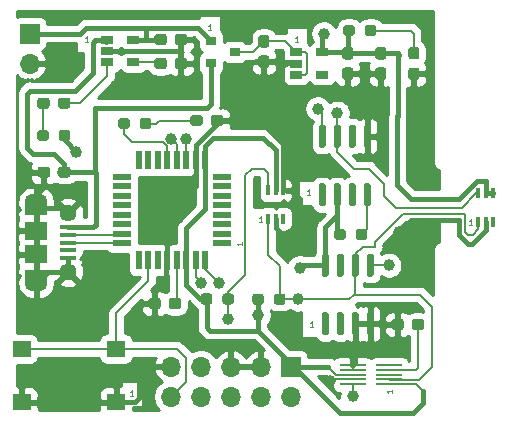
<source format=gbr>
%TF.GenerationSoftware,KiCad,Pcbnew,(5.1.9)-1*%
%TF.CreationDate,2021-05-13T10:13:02+02:00*%
%TF.ProjectId,TFG_LOPEZ_GIMENEZ,5446475f-4c4f-4504-955a-5f47494d454e,rev?*%
%TF.SameCoordinates,Original*%
%TF.FileFunction,Copper,L1,Top*%
%TF.FilePolarity,Positive*%
%FSLAX46Y46*%
G04 Gerber Fmt 4.6, Leading zero omitted, Abs format (unit mm)*
G04 Created by KiCad (PCBNEW (5.1.9)-1) date 2021-05-13 10:13:02*
%MOMM*%
%LPD*%
G01*
G04 APERTURE LIST*
%TA.AperFunction,NonConductor*%
%ADD10C,0.125000*%
%TD*%
%TA.AperFunction,SMDPad,CuDef*%
%ADD11R,2.200000X0.250000*%
%TD*%
%TA.AperFunction,SMDPad,CuDef*%
%ADD12R,0.299999X0.899998*%
%TD*%
%TA.AperFunction,ComponentPad*%
%ADD13O,1.700000X1.700000*%
%TD*%
%TA.AperFunction,ComponentPad*%
%ADD14R,1.700000X1.700000*%
%TD*%
%TA.AperFunction,SMDPad,CuDef*%
%ADD15R,1.900000X1.200000*%
%TD*%
%TA.AperFunction,ComponentPad*%
%ADD16O,1.900000X1.200000*%
%TD*%
%TA.AperFunction,SMDPad,CuDef*%
%ADD17R,1.900000X1.500000*%
%TD*%
%TA.AperFunction,ComponentPad*%
%ADD18C,1.450000*%
%TD*%
%TA.AperFunction,SMDPad,CuDef*%
%ADD19R,1.350000X0.400000*%
%TD*%
%TA.AperFunction,SMDPad,CuDef*%
%ADD20R,1.060000X0.650000*%
%TD*%
%TA.AperFunction,SMDPad,CuDef*%
%ADD21R,0.900000X0.800000*%
%TD*%
%TA.AperFunction,SMDPad,CuDef*%
%ADD22R,1.600000X1.400000*%
%TD*%
%TA.AperFunction,SMDPad,CuDef*%
%ADD23R,1.600000X0.550000*%
%TD*%
%TA.AperFunction,SMDPad,CuDef*%
%ADD24R,0.550000X1.600000*%
%TD*%
%TA.AperFunction,ViaPad*%
%ADD25C,1.000000*%
%TD*%
%TA.AperFunction,Conductor*%
%ADD26C,0.400000*%
%TD*%
%TA.AperFunction,Conductor*%
%ADD27C,0.200000*%
%TD*%
%TA.AperFunction,Conductor*%
%ADD28C,0.100000*%
%TD*%
%TA.AperFunction,Conductor*%
%ADD29C,0.254000*%
%TD*%
G04 APERTURE END LIST*
D10*
X25796857Y-50772190D02*
X25511142Y-50772190D01*
X25654000Y-50772190D02*
X25654000Y-50272190D01*
X25606380Y-50343619D01*
X25558761Y-50391238D01*
X25511142Y-50415047D01*
X21986857Y-20800190D02*
X21701142Y-20800190D01*
X21844000Y-20800190D02*
X21844000Y-20300190D01*
X21796380Y-20371619D01*
X21748761Y-20419238D01*
X21701142Y-20443047D01*
X32400857Y-19784190D02*
X32115142Y-19784190D01*
X32258000Y-19784190D02*
X32258000Y-19284190D01*
X32210380Y-19355619D01*
X32162761Y-19403238D01*
X32115142Y-19427047D01*
X39766857Y-20800190D02*
X39481142Y-20800190D01*
X39624000Y-20800190D02*
X39624000Y-20300190D01*
X39576380Y-20371619D01*
X39528761Y-20419238D01*
X39481142Y-20443047D01*
X40782857Y-33754190D02*
X40497142Y-33754190D01*
X40640000Y-33754190D02*
X40640000Y-33254190D01*
X40592380Y-33325619D01*
X40544761Y-33373238D01*
X40497142Y-33397047D01*
X36718857Y-36040190D02*
X36433142Y-36040190D01*
X36576000Y-36040190D02*
X36576000Y-35540190D01*
X36528380Y-35611619D01*
X36480761Y-35659238D01*
X36433142Y-35683047D01*
X35024190Y-37703142D02*
X35024190Y-37988857D01*
X35024190Y-37846000D02*
X34524190Y-37846000D01*
X34595619Y-37893619D01*
X34643238Y-37941238D01*
X34667047Y-37988857D01*
X41036857Y-44930190D02*
X40751142Y-44930190D01*
X40894000Y-44930190D02*
X40894000Y-44430190D01*
X40846380Y-44501619D01*
X40798761Y-44549238D01*
X40751142Y-44573047D01*
X47726190Y-50217142D02*
X47726190Y-50502857D01*
X47726190Y-50360000D02*
X47226190Y-50360000D01*
X47297619Y-50407619D01*
X47345238Y-50455238D01*
X47369047Y-50502857D01*
X54498857Y-36294190D02*
X54213142Y-36294190D01*
X54356000Y-36294190D02*
X54356000Y-35794190D01*
X54308380Y-35865619D01*
X54260761Y-35913238D01*
X54213142Y-35937047D01*
D11*
%TO.P,U5,1*%
%TO.N,+3V3*%
X47450000Y-49750000D03*
%TO.P,U5,2*%
%TO.N,/SCL*%
X47450000Y-49350000D03*
%TO.P,U5,3*%
%TO.N,Net-(U5-Pad3)*%
X47450000Y-48950000D03*
%TO.P,U5,4*%
%TO.N,Net-(C5-Pad1)*%
X47450000Y-48550000D03*
%TO.P,U5,5*%
%TO.N,Net-(U5-Pad5)*%
X47450000Y-48150000D03*
%TO.P,U5,6*%
%TO.N,GND*%
X44350000Y-48150000D03*
%TO.P,U5,7*%
X44350000Y-48550000D03*
%TO.P,U5,8*%
%TO.N,+3V3*%
X44350000Y-48950000D03*
%TO.P,U5,9*%
%TO.N,GND*%
X44350000Y-49350000D03*
%TO.P,U5,10*%
%TO.N,/SDA*%
X44350000Y-49750000D03*
%TD*%
D12*
%TO.P,U7,6*%
%TO.N,/SDA*%
X54975999Y-33598001D03*
%TO.P,U7,5*%
%TO.N,+3V3*%
X55626000Y-33598001D03*
%TO.P,U7,4*%
X56275999Y-33598001D03*
%TO.P,U7,3*%
%TO.N,Net-(U7-Pad3)*%
X56275999Y-35997999D03*
%TO.P,U7,2*%
%TO.N,GND*%
X55626000Y-35997999D03*
%TO.P,U7,1*%
%TO.N,/SCL*%
X54975999Y-35997999D03*
%TD*%
%TO.P,U4,1*%
%TO.N,/SCL*%
X37195999Y-35743999D03*
%TO.P,U4,2*%
%TO.N,GND*%
X37846000Y-35743999D03*
%TO.P,U4,3*%
%TO.N,Net-(U4-Pad3)*%
X38495999Y-35743999D03*
%TO.P,U4,4*%
%TO.N,GND*%
X38495999Y-33344001D03*
%TO.P,U4,5*%
%TO.N,+3V3*%
X37846000Y-33344001D03*
%TO.P,U4,6*%
%TO.N,/SDA*%
X37195999Y-33344001D03*
%TD*%
D13*
%TO.P,J2,10*%
%TO.N,/nReset*%
X28956000Y-50800000D03*
%TO.P,J2,9*%
%TO.N,GND*%
X28956000Y-48260000D03*
%TO.P,J2,8*%
%TO.N,Net-(J2-Pad8)*%
X31496000Y-50800000D03*
%TO.P,J2,7*%
%TO.N,Net-(J2-Pad7)*%
X31496000Y-48260000D03*
%TO.P,J2,6*%
%TO.N,Net-(J2-Pad6)*%
X34036000Y-50800000D03*
%TO.P,J2,5*%
%TO.N,GND*%
X34036000Y-48260000D03*
%TO.P,J2,4*%
%TO.N,SWC*%
X36576000Y-50800000D03*
%TO.P,J2,3*%
%TO.N,GND*%
X36576000Y-48260000D03*
%TO.P,J2,2*%
%TO.N,SWD*%
X39116000Y-50800000D03*
D14*
%TO.P,J2,1*%
%TO.N,+3V3*%
X39116000Y-48260000D03*
%TD*%
%TO.P,D5,2*%
%TO.N,Net-(D5-Pad2)*%
%TA.AperFunction,SMDPad,CuDef*%
G36*
G01*
X49767500Y-22256000D02*
X49292500Y-22256000D01*
G75*
G02*
X49055000Y-22018500I0J237500D01*
G01*
X49055000Y-21443500D01*
G75*
G02*
X49292500Y-21206000I237500J0D01*
G01*
X49767500Y-21206000D01*
G75*
G02*
X50005000Y-21443500I0J-237500D01*
G01*
X50005000Y-22018500D01*
G75*
G02*
X49767500Y-22256000I-237500J0D01*
G01*
G37*
%TD.AperFunction*%
%TO.P,D5,1*%
%TO.N,GND*%
%TA.AperFunction,SMDPad,CuDef*%
G36*
G01*
X49767500Y-24006000D02*
X49292500Y-24006000D01*
G75*
G02*
X49055000Y-23768500I0J237500D01*
G01*
X49055000Y-23193500D01*
G75*
G02*
X49292500Y-22956000I237500J0D01*
G01*
X49767500Y-22956000D01*
G75*
G02*
X50005000Y-23193500I0J-237500D01*
G01*
X50005000Y-23768500D01*
G75*
G02*
X49767500Y-24006000I-237500J0D01*
G01*
G37*
%TD.AperFunction*%
%TD*%
%TO.P,D2,2*%
%TO.N,Net-(D2-Pad2)*%
%TA.AperFunction,SMDPad,CuDef*%
G36*
G01*
X18700000Y-25734000D02*
X18700000Y-26209000D01*
G75*
G02*
X18462500Y-26446500I-237500J0D01*
G01*
X17887500Y-26446500D01*
G75*
G02*
X17650000Y-26209000I0J237500D01*
G01*
X17650000Y-25734000D01*
G75*
G02*
X17887500Y-25496500I237500J0D01*
G01*
X18462500Y-25496500D01*
G75*
G02*
X18700000Y-25734000I0J-237500D01*
G01*
G37*
%TD.AperFunction*%
%TO.P,D2,1*%
%TO.N,Net-(D2-Pad1)*%
%TA.AperFunction,SMDPad,CuDef*%
G36*
G01*
X20450000Y-25734000D02*
X20450000Y-26209000D01*
G75*
G02*
X20212500Y-26446500I-237500J0D01*
G01*
X19637500Y-26446500D01*
G75*
G02*
X19400000Y-26209000I0J237500D01*
G01*
X19400000Y-25734000D01*
G75*
G02*
X19637500Y-25496500I237500J0D01*
G01*
X20212500Y-25496500D01*
G75*
G02*
X20450000Y-25734000I0J-237500D01*
G01*
G37*
%TD.AperFunction*%
%TD*%
%TO.P,D1,2*%
%TO.N,Net-(D1-Pad2)*%
%TA.AperFunction,SMDPad,CuDef*%
G36*
G01*
X31654000Y-27194500D02*
X31654000Y-27669500D01*
G75*
G02*
X31416500Y-27907000I-237500J0D01*
G01*
X30841500Y-27907000D01*
G75*
G02*
X30604000Y-27669500I0J237500D01*
G01*
X30604000Y-27194500D01*
G75*
G02*
X30841500Y-26957000I237500J0D01*
G01*
X31416500Y-26957000D01*
G75*
G02*
X31654000Y-27194500I0J-237500D01*
G01*
G37*
%TD.AperFunction*%
%TO.P,D1,1*%
%TO.N,GND*%
%TA.AperFunction,SMDPad,CuDef*%
G36*
G01*
X33404000Y-27194500D02*
X33404000Y-27669500D01*
G75*
G02*
X33166500Y-27907000I-237500J0D01*
G01*
X32591500Y-27907000D01*
G75*
G02*
X32354000Y-27669500I0J237500D01*
G01*
X32354000Y-27194500D01*
G75*
G02*
X32591500Y-26957000I237500J0D01*
G01*
X33166500Y-26957000D01*
G75*
G02*
X33404000Y-27194500I0J-237500D01*
G01*
G37*
%TD.AperFunction*%
%TD*%
%TO.P,C8,2*%
%TO.N,GND*%
%TA.AperFunction,SMDPad,CuDef*%
G36*
G01*
X46498500Y-22931000D02*
X46973500Y-22931000D01*
G75*
G02*
X47211000Y-23168500I0J-237500D01*
G01*
X47211000Y-23768500D01*
G75*
G02*
X46973500Y-24006000I-237500J0D01*
G01*
X46498500Y-24006000D01*
G75*
G02*
X46261000Y-23768500I0J237500D01*
G01*
X46261000Y-23168500D01*
G75*
G02*
X46498500Y-22931000I237500J0D01*
G01*
G37*
%TD.AperFunction*%
%TO.P,C8,1*%
%TO.N,+3V3*%
%TA.AperFunction,SMDPad,CuDef*%
G36*
G01*
X46498500Y-21206000D02*
X46973500Y-21206000D01*
G75*
G02*
X47211000Y-21443500I0J-237500D01*
G01*
X47211000Y-22043500D01*
G75*
G02*
X46973500Y-22281000I-237500J0D01*
G01*
X46498500Y-22281000D01*
G75*
G02*
X46261000Y-22043500I0J237500D01*
G01*
X46261000Y-21443500D01*
G75*
G02*
X46498500Y-21206000I237500J0D01*
G01*
G37*
%TD.AperFunction*%
%TD*%
%TO.P,C7,2*%
%TO.N,GND*%
%TA.AperFunction,SMDPad,CuDef*%
G36*
G01*
X43704500Y-22931000D02*
X44179500Y-22931000D01*
G75*
G02*
X44417000Y-23168500I0J-237500D01*
G01*
X44417000Y-23768500D01*
G75*
G02*
X44179500Y-24006000I-237500J0D01*
G01*
X43704500Y-24006000D01*
G75*
G02*
X43467000Y-23768500I0J237500D01*
G01*
X43467000Y-23168500D01*
G75*
G02*
X43704500Y-22931000I237500J0D01*
G01*
G37*
%TD.AperFunction*%
%TO.P,C7,1*%
%TO.N,+3V3*%
%TA.AperFunction,SMDPad,CuDef*%
G36*
G01*
X43704500Y-21206000D02*
X44179500Y-21206000D01*
G75*
G02*
X44417000Y-21443500I0J-237500D01*
G01*
X44417000Y-22043500D01*
G75*
G02*
X44179500Y-22281000I-237500J0D01*
G01*
X43704500Y-22281000D01*
G75*
G02*
X43467000Y-22043500I0J237500D01*
G01*
X43467000Y-21443500D01*
G75*
G02*
X43704500Y-21206000I237500J0D01*
G01*
G37*
%TD.AperFunction*%
%TD*%
%TO.P,C6,2*%
%TO.N,GND*%
%TA.AperFunction,SMDPad,CuDef*%
G36*
G01*
X36592500Y-21915000D02*
X37067500Y-21915000D01*
G75*
G02*
X37305000Y-22152500I0J-237500D01*
G01*
X37305000Y-22752500D01*
G75*
G02*
X37067500Y-22990000I-237500J0D01*
G01*
X36592500Y-22990000D01*
G75*
G02*
X36355000Y-22752500I0J237500D01*
G01*
X36355000Y-22152500D01*
G75*
G02*
X36592500Y-21915000I237500J0D01*
G01*
G37*
%TD.AperFunction*%
%TO.P,C6,1*%
%TO.N,Net-(C6-Pad1)*%
%TA.AperFunction,SMDPad,CuDef*%
G36*
G01*
X36592500Y-20190000D02*
X37067500Y-20190000D01*
G75*
G02*
X37305000Y-20427500I0J-237500D01*
G01*
X37305000Y-21027500D01*
G75*
G02*
X37067500Y-21265000I-237500J0D01*
G01*
X36592500Y-21265000D01*
G75*
G02*
X36355000Y-21027500I0J237500D01*
G01*
X36355000Y-20427500D01*
G75*
G02*
X36592500Y-20190000I237500J0D01*
G01*
G37*
%TD.AperFunction*%
%TD*%
%TO.P,C5,2*%
%TO.N,GND*%
%TA.AperFunction,SMDPad,CuDef*%
G36*
G01*
X48697000Y-44466500D02*
X48697000Y-44941500D01*
G75*
G02*
X48459500Y-45179000I-237500J0D01*
G01*
X47859500Y-45179000D01*
G75*
G02*
X47622000Y-44941500I0J237500D01*
G01*
X47622000Y-44466500D01*
G75*
G02*
X47859500Y-44229000I237500J0D01*
G01*
X48459500Y-44229000D01*
G75*
G02*
X48697000Y-44466500I0J-237500D01*
G01*
G37*
%TD.AperFunction*%
%TO.P,C5,1*%
%TO.N,Net-(C5-Pad1)*%
%TA.AperFunction,SMDPad,CuDef*%
G36*
G01*
X50422000Y-44466500D02*
X50422000Y-44941500D01*
G75*
G02*
X50184500Y-45179000I-237500J0D01*
G01*
X49584500Y-45179000D01*
G75*
G02*
X49347000Y-44941500I0J237500D01*
G01*
X49347000Y-44466500D01*
G75*
G02*
X49584500Y-44229000I237500J0D01*
G01*
X50184500Y-44229000D01*
G75*
G02*
X50422000Y-44466500I0J-237500D01*
G01*
G37*
%TD.AperFunction*%
%TD*%
%TO.P,C4,2*%
%TO.N,GND*%
%TA.AperFunction,SMDPad,CuDef*%
G36*
G01*
X29281000Y-20811500D02*
X29281000Y-20336500D01*
G75*
G02*
X29518500Y-20099000I237500J0D01*
G01*
X30118500Y-20099000D01*
G75*
G02*
X30356000Y-20336500I0J-237500D01*
G01*
X30356000Y-20811500D01*
G75*
G02*
X30118500Y-21049000I-237500J0D01*
G01*
X29518500Y-21049000D01*
G75*
G02*
X29281000Y-20811500I0J237500D01*
G01*
G37*
%TD.AperFunction*%
%TO.P,C4,1*%
%TO.N,+BATT*%
%TA.AperFunction,SMDPad,CuDef*%
G36*
G01*
X27556000Y-20811500D02*
X27556000Y-20336500D01*
G75*
G02*
X27793500Y-20099000I237500J0D01*
G01*
X28393500Y-20099000D01*
G75*
G02*
X28631000Y-20336500I0J-237500D01*
G01*
X28631000Y-20811500D01*
G75*
G02*
X28393500Y-21049000I-237500J0D01*
G01*
X27793500Y-21049000D01*
G75*
G02*
X27556000Y-20811500I0J237500D01*
G01*
G37*
%TD.AperFunction*%
%TD*%
%TO.P,C3,2*%
%TO.N,GND*%
%TA.AperFunction,SMDPad,CuDef*%
G36*
G01*
X29281000Y-22843500D02*
X29281000Y-22368500D01*
G75*
G02*
X29518500Y-22131000I237500J0D01*
G01*
X30118500Y-22131000D01*
G75*
G02*
X30356000Y-22368500I0J-237500D01*
G01*
X30356000Y-22843500D01*
G75*
G02*
X30118500Y-23081000I-237500J0D01*
G01*
X29518500Y-23081000D01*
G75*
G02*
X29281000Y-22843500I0J237500D01*
G01*
G37*
%TD.AperFunction*%
%TO.P,C3,1*%
%TO.N,Net-(C3-Pad1)*%
%TA.AperFunction,SMDPad,CuDef*%
G36*
G01*
X27556000Y-22843500D02*
X27556000Y-22368500D01*
G75*
G02*
X27793500Y-22131000I237500J0D01*
G01*
X28393500Y-22131000D01*
G75*
G02*
X28631000Y-22368500I0J-237500D01*
G01*
X28631000Y-22843500D01*
G75*
G02*
X28393500Y-23081000I-237500J0D01*
G01*
X27793500Y-23081000D01*
G75*
G02*
X27556000Y-22843500I0J237500D01*
G01*
G37*
%TD.AperFunction*%
%TD*%
%TO.P,C2,2*%
%TO.N,GND*%
%TA.AperFunction,SMDPad,CuDef*%
G36*
G01*
X18750400Y-31563300D02*
X18750400Y-32038300D01*
G75*
G02*
X18512900Y-32275800I-237500J0D01*
G01*
X17912900Y-32275800D01*
G75*
G02*
X17675400Y-32038300I0J237500D01*
G01*
X17675400Y-31563300D01*
G75*
G02*
X17912900Y-31325800I237500J0D01*
G01*
X18512900Y-31325800D01*
G75*
G02*
X18750400Y-31563300I0J-237500D01*
G01*
G37*
%TD.AperFunction*%
%TO.P,C2,1*%
%TO.N,VBUS*%
%TA.AperFunction,SMDPad,CuDef*%
G36*
G01*
X20475400Y-31563300D02*
X20475400Y-32038300D01*
G75*
G02*
X20237900Y-32275800I-237500J0D01*
G01*
X19637900Y-32275800D01*
G75*
G02*
X19400400Y-32038300I0J237500D01*
G01*
X19400400Y-31563300D01*
G75*
G02*
X19637900Y-31325800I237500J0D01*
G01*
X20237900Y-31325800D01*
G75*
G02*
X20475400Y-31563300I0J-237500D01*
G01*
G37*
%TD.AperFunction*%
%TD*%
%TO.P,C1,2*%
%TO.N,Net-(C1-Pad2)*%
%TA.AperFunction,SMDPad,CuDef*%
G36*
G01*
X28773000Y-43163500D02*
X28773000Y-42688500D01*
G75*
G02*
X29010500Y-42451000I237500J0D01*
G01*
X29610500Y-42451000D01*
G75*
G02*
X29848000Y-42688500I0J-237500D01*
G01*
X29848000Y-43163500D01*
G75*
G02*
X29610500Y-43401000I-237500J0D01*
G01*
X29010500Y-43401000D01*
G75*
G02*
X28773000Y-43163500I0J237500D01*
G01*
G37*
%TD.AperFunction*%
%TO.P,C1,1*%
%TO.N,GND*%
%TA.AperFunction,SMDPad,CuDef*%
G36*
G01*
X27048000Y-43163500D02*
X27048000Y-42688500D01*
G75*
G02*
X27285500Y-42451000I237500J0D01*
G01*
X27885500Y-42451000D01*
G75*
G02*
X28123000Y-42688500I0J-237500D01*
G01*
X28123000Y-43163500D01*
G75*
G02*
X27885500Y-43401000I-237500J0D01*
G01*
X27285500Y-43401000D01*
G75*
G02*
X27048000Y-43163500I0J237500D01*
G01*
G37*
%TD.AperFunction*%
%TD*%
D15*
%TO.P,J1,6*%
%TO.N,GND*%
X17558500Y-34869800D03*
X17558500Y-40669800D03*
D16*
X17558500Y-41269800D03*
X17558500Y-34269800D03*
D17*
X17558500Y-36769800D03*
D18*
X20258500Y-40269800D03*
D19*
%TO.P,J1,3*%
%TO.N,/D+*%
X20258500Y-37769800D03*
%TO.P,J1,4*%
%TO.N,Net-(J1-Pad4)*%
X20258500Y-38419800D03*
%TO.P,J1,5*%
%TO.N,GND*%
X20258500Y-39069800D03*
%TO.P,J1,1*%
%TO.N,VBUS*%
X20258500Y-36469800D03*
%TO.P,J1,2*%
%TO.N,/D-*%
X20258500Y-37119800D03*
D18*
%TO.P,J1,6*%
%TO.N,GND*%
X20258500Y-35269800D03*
D17*
X17558500Y-38769800D03*
%TD*%
%TO.P,U2,8*%
%TO.N,+3V3*%
%TA.AperFunction,SMDPad,CuDef*%
G36*
G01*
X42187000Y-40664000D02*
X41887000Y-40664000D01*
G75*
G02*
X41737000Y-40514000I0J150000D01*
G01*
X41737000Y-38864000D01*
G75*
G02*
X41887000Y-38714000I150000J0D01*
G01*
X42187000Y-38714000D01*
G75*
G02*
X42337000Y-38864000I0J-150000D01*
G01*
X42337000Y-40514000D01*
G75*
G02*
X42187000Y-40664000I-150000J0D01*
G01*
G37*
%TD.AperFunction*%
%TO.P,U2,7*%
%TO.N,Net-(U2-Pad7)*%
%TA.AperFunction,SMDPad,CuDef*%
G36*
G01*
X43457000Y-40664000D02*
X43157000Y-40664000D01*
G75*
G02*
X43007000Y-40514000I0J150000D01*
G01*
X43007000Y-38864000D01*
G75*
G02*
X43157000Y-38714000I150000J0D01*
G01*
X43457000Y-38714000D01*
G75*
G02*
X43607000Y-38864000I0J-150000D01*
G01*
X43607000Y-40514000D01*
G75*
G02*
X43457000Y-40664000I-150000J0D01*
G01*
G37*
%TD.AperFunction*%
%TO.P,U2,6*%
%TO.N,/SCL*%
%TA.AperFunction,SMDPad,CuDef*%
G36*
G01*
X44727000Y-40664000D02*
X44427000Y-40664000D01*
G75*
G02*
X44277000Y-40514000I0J150000D01*
G01*
X44277000Y-38864000D01*
G75*
G02*
X44427000Y-38714000I150000J0D01*
G01*
X44727000Y-38714000D01*
G75*
G02*
X44877000Y-38864000I0J-150000D01*
G01*
X44877000Y-40514000D01*
G75*
G02*
X44727000Y-40664000I-150000J0D01*
G01*
G37*
%TD.AperFunction*%
%TO.P,U2,5*%
%TO.N,/SDA*%
%TA.AperFunction,SMDPad,CuDef*%
G36*
G01*
X45997000Y-40664000D02*
X45697000Y-40664000D01*
G75*
G02*
X45547000Y-40514000I0J150000D01*
G01*
X45547000Y-38864000D01*
G75*
G02*
X45697000Y-38714000I150000J0D01*
G01*
X45997000Y-38714000D01*
G75*
G02*
X46147000Y-38864000I0J-150000D01*
G01*
X46147000Y-40514000D01*
G75*
G02*
X45997000Y-40664000I-150000J0D01*
G01*
G37*
%TD.AperFunction*%
%TO.P,U2,4*%
%TO.N,GND*%
%TA.AperFunction,SMDPad,CuDef*%
G36*
G01*
X45997000Y-45614000D02*
X45697000Y-45614000D01*
G75*
G02*
X45547000Y-45464000I0J150000D01*
G01*
X45547000Y-43814000D01*
G75*
G02*
X45697000Y-43664000I150000J0D01*
G01*
X45997000Y-43664000D01*
G75*
G02*
X46147000Y-43814000I0J-150000D01*
G01*
X46147000Y-45464000D01*
G75*
G02*
X45997000Y-45614000I-150000J0D01*
G01*
G37*
%TD.AperFunction*%
%TO.P,U2,3*%
%TA.AperFunction,SMDPad,CuDef*%
G36*
G01*
X44727000Y-45614000D02*
X44427000Y-45614000D01*
G75*
G02*
X44277000Y-45464000I0J150000D01*
G01*
X44277000Y-43814000D01*
G75*
G02*
X44427000Y-43664000I150000J0D01*
G01*
X44727000Y-43664000D01*
G75*
G02*
X44877000Y-43814000I0J-150000D01*
G01*
X44877000Y-45464000D01*
G75*
G02*
X44727000Y-45614000I-150000J0D01*
G01*
G37*
%TD.AperFunction*%
%TO.P,U2,2*%
%TO.N,Net-(U2-Pad2)*%
%TA.AperFunction,SMDPad,CuDef*%
G36*
G01*
X43457000Y-45614000D02*
X43157000Y-45614000D01*
G75*
G02*
X43007000Y-45464000I0J150000D01*
G01*
X43007000Y-43814000D01*
G75*
G02*
X43157000Y-43664000I150000J0D01*
G01*
X43457000Y-43664000D01*
G75*
G02*
X43607000Y-43814000I0J-150000D01*
G01*
X43607000Y-45464000D01*
G75*
G02*
X43457000Y-45614000I-150000J0D01*
G01*
G37*
%TD.AperFunction*%
%TO.P,U2,1*%
%TO.N,Net-(U2-Pad1)*%
%TA.AperFunction,SMDPad,CuDef*%
G36*
G01*
X42187000Y-45614000D02*
X41887000Y-45614000D01*
G75*
G02*
X41737000Y-45464000I0J150000D01*
G01*
X41737000Y-43814000D01*
G75*
G02*
X41887000Y-43664000I150000J0D01*
G01*
X42187000Y-43664000D01*
G75*
G02*
X42337000Y-43814000I0J-150000D01*
G01*
X42337000Y-45464000D01*
G75*
G02*
X42187000Y-45614000I-150000J0D01*
G01*
G37*
%TD.AperFunction*%
%TD*%
D20*
%TO.P,U3,5*%
%TO.N,+BATT*%
X25788800Y-20614600D03*
%TO.P,U3,4*%
%TO.N,Net-(C3-Pad1)*%
X25788800Y-22514600D03*
%TO.P,U3,3*%
%TO.N,Net-(D2-Pad1)*%
X23588800Y-22514600D03*
%TO.P,U3,2*%
%TO.N,GND*%
X23588800Y-21564600D03*
%TO.P,U3,1*%
%TO.N,VBUS*%
X23588800Y-20614600D03*
%TD*%
%TO.P,R2,1*%
%TO.N,Net-(D2-Pad2)*%
%TA.AperFunction,SMDPad,CuDef*%
G36*
G01*
X17650000Y-28939500D02*
X17650000Y-28464500D01*
G75*
G02*
X17887500Y-28227000I237500J0D01*
G01*
X18387500Y-28227000D01*
G75*
G02*
X18625000Y-28464500I0J-237500D01*
G01*
X18625000Y-28939500D01*
G75*
G02*
X18387500Y-29177000I-237500J0D01*
G01*
X17887500Y-29177000D01*
G75*
G02*
X17650000Y-28939500I0J237500D01*
G01*
G37*
%TD.AperFunction*%
%TO.P,R2,2*%
%TO.N,+3V3*%
%TA.AperFunction,SMDPad,CuDef*%
G36*
G01*
X19475000Y-28939500D02*
X19475000Y-28464500D01*
G75*
G02*
X19712500Y-28227000I237500J0D01*
G01*
X20212500Y-28227000D01*
G75*
G02*
X20450000Y-28464500I0J-237500D01*
G01*
X20450000Y-28939500D01*
G75*
G02*
X20212500Y-29177000I-237500J0D01*
G01*
X19712500Y-29177000D01*
G75*
G02*
X19475000Y-28939500I0J237500D01*
G01*
G37*
%TD.AperFunction*%
%TD*%
D14*
%TO.P,BT1,1*%
%TO.N,+BATT*%
X17018000Y-20066000D03*
D13*
%TO.P,BT1,2*%
%TO.N,GND*%
X17018000Y-22606000D03*
%TD*%
D21*
%TO.P,D3,1*%
%TO.N,+BATT*%
X32350200Y-20690800D03*
%TO.P,D3,2*%
%TO.N,VBUS*%
X32350200Y-22590800D03*
%TO.P,D3,3*%
%TO.N,Net-(C6-Pad1)*%
X34350200Y-21640800D03*
%TD*%
%TO.P,R1,1*%
%TO.N,Net-(R1-Pad1)*%
%TA.AperFunction,SMDPad,CuDef*%
G36*
G01*
X24508000Y-27923500D02*
X24508000Y-27448500D01*
G75*
G02*
X24745500Y-27211000I237500J0D01*
G01*
X25245500Y-27211000D01*
G75*
G02*
X25483000Y-27448500I0J-237500D01*
G01*
X25483000Y-27923500D01*
G75*
G02*
X25245500Y-28161000I-237500J0D01*
G01*
X24745500Y-28161000D01*
G75*
G02*
X24508000Y-27923500I0J237500D01*
G01*
G37*
%TD.AperFunction*%
%TO.P,R1,2*%
%TO.N,Net-(D1-Pad2)*%
%TA.AperFunction,SMDPad,CuDef*%
G36*
G01*
X26333000Y-27923500D02*
X26333000Y-27448500D01*
G75*
G02*
X26570500Y-27211000I237500J0D01*
G01*
X27070500Y-27211000D01*
G75*
G02*
X27308000Y-27448500I0J-237500D01*
G01*
X27308000Y-27923500D01*
G75*
G02*
X27070500Y-28161000I-237500J0D01*
G01*
X26570500Y-28161000D01*
G75*
G02*
X26333000Y-27923500I0J237500D01*
G01*
G37*
%TD.AperFunction*%
%TD*%
%TO.P,R3,2*%
%TO.N,Net-(R3-Pad2)*%
%TA.AperFunction,SMDPad,CuDef*%
G36*
G01*
X44621000Y-37321500D02*
X44621000Y-36846500D01*
G75*
G02*
X44858500Y-36609000I237500J0D01*
G01*
X45358500Y-36609000D01*
G75*
G02*
X45596000Y-36846500I0J-237500D01*
G01*
X45596000Y-37321500D01*
G75*
G02*
X45358500Y-37559000I-237500J0D01*
G01*
X44858500Y-37559000D01*
G75*
G02*
X44621000Y-37321500I0J237500D01*
G01*
G37*
%TD.AperFunction*%
%TO.P,R3,1*%
%TO.N,+3V3*%
%TA.AperFunction,SMDPad,CuDef*%
G36*
G01*
X42796000Y-37321500D02*
X42796000Y-36846500D01*
G75*
G02*
X43033500Y-36609000I237500J0D01*
G01*
X43533500Y-36609000D01*
G75*
G02*
X43771000Y-36846500I0J-237500D01*
G01*
X43771000Y-37321500D01*
G75*
G02*
X43533500Y-37559000I-237500J0D01*
G01*
X43033500Y-37559000D01*
G75*
G02*
X42796000Y-37321500I0J237500D01*
G01*
G37*
%TD.AperFunction*%
%TD*%
%TO.P,R4,2*%
%TO.N,Net-(D5-Pad2)*%
%TA.AperFunction,SMDPad,CuDef*%
G36*
G01*
X45383000Y-20049500D02*
X45383000Y-19574500D01*
G75*
G02*
X45620500Y-19337000I237500J0D01*
G01*
X46120500Y-19337000D01*
G75*
G02*
X46358000Y-19574500I0J-237500D01*
G01*
X46358000Y-20049500D01*
G75*
G02*
X46120500Y-20287000I-237500J0D01*
G01*
X45620500Y-20287000D01*
G75*
G02*
X45383000Y-20049500I0J237500D01*
G01*
G37*
%TD.AperFunction*%
%TO.P,R4,1*%
%TO.N,+3V3*%
%TA.AperFunction,SMDPad,CuDef*%
G36*
G01*
X43558000Y-20049500D02*
X43558000Y-19574500D01*
G75*
G02*
X43795500Y-19337000I237500J0D01*
G01*
X44295500Y-19337000D01*
G75*
G02*
X44533000Y-19574500I0J-237500D01*
G01*
X44533000Y-20049500D01*
G75*
G02*
X44295500Y-20287000I-237500J0D01*
G01*
X43795500Y-20287000D01*
G75*
G02*
X43558000Y-20049500I0J237500D01*
G01*
G37*
%TD.AperFunction*%
%TD*%
%TO.P,R5,2*%
%TO.N,+3V3*%
%TA.AperFunction,SMDPad,CuDef*%
G36*
G01*
X32468000Y-42307500D02*
X32468000Y-42782500D01*
G75*
G02*
X32230500Y-43020000I-237500J0D01*
G01*
X31730500Y-43020000D01*
G75*
G02*
X31493000Y-42782500I0J237500D01*
G01*
X31493000Y-42307500D01*
G75*
G02*
X31730500Y-42070000I237500J0D01*
G01*
X32230500Y-42070000D01*
G75*
G02*
X32468000Y-42307500I0J-237500D01*
G01*
G37*
%TD.AperFunction*%
%TO.P,R5,1*%
%TO.N,/SDA*%
%TA.AperFunction,SMDPad,CuDef*%
G36*
G01*
X34293000Y-42307500D02*
X34293000Y-42782500D01*
G75*
G02*
X34055500Y-43020000I-237500J0D01*
G01*
X33555500Y-43020000D01*
G75*
G02*
X33318000Y-42782500I0J237500D01*
G01*
X33318000Y-42307500D01*
G75*
G02*
X33555500Y-42070000I237500J0D01*
G01*
X34055500Y-42070000D01*
G75*
G02*
X34293000Y-42307500I0J-237500D01*
G01*
G37*
%TD.AperFunction*%
%TD*%
%TO.P,R6,2*%
%TO.N,+3V3*%
%TA.AperFunction,SMDPad,CuDef*%
G36*
G01*
X36836800Y-42332900D02*
X36836800Y-42807900D01*
G75*
G02*
X36599300Y-43045400I-237500J0D01*
G01*
X36099300Y-43045400D01*
G75*
G02*
X35861800Y-42807900I0J237500D01*
G01*
X35861800Y-42332900D01*
G75*
G02*
X36099300Y-42095400I237500J0D01*
G01*
X36599300Y-42095400D01*
G75*
G02*
X36836800Y-42332900I0J-237500D01*
G01*
G37*
%TD.AperFunction*%
%TO.P,R6,1*%
%TO.N,/SCL*%
%TA.AperFunction,SMDPad,CuDef*%
G36*
G01*
X38661800Y-42332900D02*
X38661800Y-42807900D01*
G75*
G02*
X38424300Y-43045400I-237500J0D01*
G01*
X37924300Y-43045400D01*
G75*
G02*
X37686800Y-42807900I0J237500D01*
G01*
X37686800Y-42332900D01*
G75*
G02*
X37924300Y-42095400I237500J0D01*
G01*
X38424300Y-42095400D01*
G75*
G02*
X38661800Y-42332900I0J-237500D01*
G01*
G37*
%TD.AperFunction*%
%TD*%
D22*
%TO.P,SW1,2*%
%TO.N,GND*%
X16320000Y-51272000D03*
%TO.P,SW1,1*%
X24320000Y-51272000D03*
%TO.P,SW1,4*%
%TO.N,/nReset*%
X16320000Y-46772000D03*
%TO.P,SW1,3*%
X24320000Y-46772000D03*
%TD*%
D23*
%TO.P,U1,1*%
%TO.N,Net-(U1-Pad1)*%
X33307600Y-37801200D03*
%TO.P,U1,2*%
%TO.N,Net-(U1-Pad2)*%
X33307600Y-37001200D03*
%TO.P,U1,3*%
%TO.N,Net-(U1-Pad3)*%
X33307600Y-36201200D03*
%TO.P,U1,4*%
%TO.N,Net-(U1-Pad4)*%
X33307600Y-35401200D03*
%TO.P,U1,5*%
%TO.N,Net-(U1-Pad5)*%
X33307600Y-34601200D03*
%TO.P,U1,6*%
%TO.N,Net-(U1-Pad6)*%
X33307600Y-33801200D03*
%TO.P,U1,7*%
%TO.N,Net-(U1-Pad7)*%
X33307600Y-33001200D03*
%TO.P,U1,8*%
%TO.N,Net-(U1-Pad8)*%
X33307600Y-32201200D03*
D24*
%TO.P,U1,9*%
%TO.N,+3V3*%
X31857600Y-30751200D03*
%TO.P,U1,10*%
%TO.N,GND*%
X31057600Y-30751200D03*
%TO.P,U1,11*%
%TO.N,/SDA*%
X30257600Y-30751200D03*
%TO.P,U1,12*%
%TO.N,/SCL*%
X29457600Y-30751200D03*
%TO.P,U1,13*%
%TO.N,Net-(R1-Pad1)*%
X28657600Y-30751200D03*
%TO.P,U1,14*%
%TO.N,Net-(U1-Pad14)*%
X27857600Y-30751200D03*
%TO.P,U1,15*%
%TO.N,Net-(U1-Pad15)*%
X27057600Y-30751200D03*
%TO.P,U1,16*%
%TO.N,Net-(U1-Pad16)*%
X26257600Y-30751200D03*
D23*
%TO.P,U1,17*%
%TO.N,Net-(U1-Pad17)*%
X24807600Y-32201200D03*
%TO.P,U1,18*%
%TO.N,Net-(U1-Pad18)*%
X24807600Y-33001200D03*
%TO.P,U1,19*%
%TO.N,Net-(U1-Pad19)*%
X24807600Y-33801200D03*
%TO.P,U1,20*%
%TO.N,Net-(U1-Pad20)*%
X24807600Y-34601200D03*
%TO.P,U1,21*%
%TO.N,Net-(U1-Pad21)*%
X24807600Y-35401200D03*
%TO.P,U1,22*%
%TO.N,Net-(U1-Pad22)*%
X24807600Y-36201200D03*
%TO.P,U1,23*%
%TO.N,/D-*%
X24807600Y-37001200D03*
%TO.P,U1,24*%
%TO.N,/D+*%
X24807600Y-37801200D03*
D24*
%TO.P,U1,25*%
%TO.N,Net-(U1-Pad25)*%
X26257600Y-39251200D03*
%TO.P,U1,26*%
%TO.N,/nReset*%
X27057600Y-39251200D03*
%TO.P,U1,27*%
%TO.N,Net-(U1-Pad27)*%
X27857600Y-39251200D03*
%TO.P,U1,28*%
%TO.N,GND*%
X28657600Y-39251200D03*
%TO.P,U1,29*%
%TO.N,Net-(C1-Pad2)*%
X29457600Y-39251200D03*
%TO.P,U1,30*%
%TO.N,+3V3*%
X30257600Y-39251200D03*
%TO.P,U1,31*%
%TO.N,SWC*%
X31057600Y-39251200D03*
%TO.P,U1,32*%
%TO.N,SWD*%
X31857600Y-39251200D03*
%TD*%
D20*
%TO.P,U6,1*%
%TO.N,Net-(C6-Pad1)*%
X39590800Y-21656000D03*
%TO.P,U6,2*%
%TO.N,GND*%
X39590800Y-22606000D03*
%TO.P,U6,3*%
%TO.N,Net-(C6-Pad1)*%
X39590800Y-23556000D03*
%TO.P,U6,4*%
%TO.N,Net-(U6-Pad4)*%
X41790800Y-23556000D03*
%TO.P,U6,5*%
%TO.N,+3V3*%
X41790800Y-21656000D03*
%TD*%
%TO.P,U8,1*%
%TO.N,Net-(U8-Pad1)*%
%TA.AperFunction,SMDPad,CuDef*%
G36*
G01*
X41933000Y-34692000D02*
X41633000Y-34692000D01*
G75*
G02*
X41483000Y-34542000I0J150000D01*
G01*
X41483000Y-32892000D01*
G75*
G02*
X41633000Y-32742000I150000J0D01*
G01*
X41933000Y-32742000D01*
G75*
G02*
X42083000Y-32892000I0J-150000D01*
G01*
X42083000Y-34542000D01*
G75*
G02*
X41933000Y-34692000I-150000J0D01*
G01*
G37*
%TD.AperFunction*%
%TO.P,U8,2*%
%TO.N,+3V3*%
%TA.AperFunction,SMDPad,CuDef*%
G36*
G01*
X43203000Y-34692000D02*
X42903000Y-34692000D01*
G75*
G02*
X42753000Y-34542000I0J150000D01*
G01*
X42753000Y-32892000D01*
G75*
G02*
X42903000Y-32742000I150000J0D01*
G01*
X43203000Y-32742000D01*
G75*
G02*
X43353000Y-32892000I0J-150000D01*
G01*
X43353000Y-34542000D01*
G75*
G02*
X43203000Y-34692000I-150000J0D01*
G01*
G37*
%TD.AperFunction*%
%TO.P,U8,3*%
%TO.N,Net-(U8-Pad3)*%
%TA.AperFunction,SMDPad,CuDef*%
G36*
G01*
X44473000Y-34692000D02*
X44173000Y-34692000D01*
G75*
G02*
X44023000Y-34542000I0J150000D01*
G01*
X44023000Y-32892000D01*
G75*
G02*
X44173000Y-32742000I150000J0D01*
G01*
X44473000Y-32742000D01*
G75*
G02*
X44623000Y-32892000I0J-150000D01*
G01*
X44623000Y-34542000D01*
G75*
G02*
X44473000Y-34692000I-150000J0D01*
G01*
G37*
%TD.AperFunction*%
%TO.P,U8,4*%
%TO.N,Net-(R3-Pad2)*%
%TA.AperFunction,SMDPad,CuDef*%
G36*
G01*
X45743000Y-34692000D02*
X45443000Y-34692000D01*
G75*
G02*
X45293000Y-34542000I0J150000D01*
G01*
X45293000Y-32892000D01*
G75*
G02*
X45443000Y-32742000I150000J0D01*
G01*
X45743000Y-32742000D01*
G75*
G02*
X45893000Y-32892000I0J-150000D01*
G01*
X45893000Y-34542000D01*
G75*
G02*
X45743000Y-34692000I-150000J0D01*
G01*
G37*
%TD.AperFunction*%
%TO.P,U8,5*%
%TO.N,GND*%
%TA.AperFunction,SMDPad,CuDef*%
G36*
G01*
X45743000Y-29742000D02*
X45443000Y-29742000D01*
G75*
G02*
X45293000Y-29592000I0J150000D01*
G01*
X45293000Y-27942000D01*
G75*
G02*
X45443000Y-27792000I150000J0D01*
G01*
X45743000Y-27792000D01*
G75*
G02*
X45893000Y-27942000I0J-150000D01*
G01*
X45893000Y-29592000D01*
G75*
G02*
X45743000Y-29742000I-150000J0D01*
G01*
G37*
%TD.AperFunction*%
%TO.P,U8,6*%
%TO.N,Net-(U8-Pad6)*%
%TA.AperFunction,SMDPad,CuDef*%
G36*
G01*
X44473000Y-29742000D02*
X44173000Y-29742000D01*
G75*
G02*
X44023000Y-29592000I0J150000D01*
G01*
X44023000Y-27942000D01*
G75*
G02*
X44173000Y-27792000I150000J0D01*
G01*
X44473000Y-27792000D01*
G75*
G02*
X44623000Y-27942000I0J-150000D01*
G01*
X44623000Y-29592000D01*
G75*
G02*
X44473000Y-29742000I-150000J0D01*
G01*
G37*
%TD.AperFunction*%
%TO.P,U8,7*%
%TO.N,/SDA*%
%TA.AperFunction,SMDPad,CuDef*%
G36*
G01*
X43203000Y-29742000D02*
X42903000Y-29742000D01*
G75*
G02*
X42753000Y-29592000I0J150000D01*
G01*
X42753000Y-27942000D01*
G75*
G02*
X42903000Y-27792000I150000J0D01*
G01*
X43203000Y-27792000D01*
G75*
G02*
X43353000Y-27942000I0J-150000D01*
G01*
X43353000Y-29592000D01*
G75*
G02*
X43203000Y-29742000I-150000J0D01*
G01*
G37*
%TD.AperFunction*%
%TO.P,U8,8*%
%TO.N,/SCL*%
%TA.AperFunction,SMDPad,CuDef*%
G36*
G01*
X41933000Y-29742000D02*
X41633000Y-29742000D01*
G75*
G02*
X41483000Y-29592000I0J150000D01*
G01*
X41483000Y-27942000D01*
G75*
G02*
X41633000Y-27792000I150000J0D01*
G01*
X41933000Y-27792000D01*
G75*
G02*
X42083000Y-27942000I0J-150000D01*
G01*
X42083000Y-29592000D01*
G75*
G02*
X41933000Y-29742000I-150000J0D01*
G01*
G37*
%TD.AperFunction*%
%TD*%
D25*
%TO.N,GND*%
X36550600Y-27457400D03*
X29210000Y-24130000D03*
X27585500Y-44603500D03*
X48260000Y-36830000D03*
X49530000Y-25146000D03*
X42420000Y-49510000D03*
X47498000Y-46736000D03*
%TO.N,+3V3*%
X41910000Y-20066000D03*
X20955000Y-30099000D03*
X39878000Y-39878000D03*
X36349300Y-43914700D03*
%TO.N,/SDA*%
X33782000Y-44196000D03*
X30226000Y-28956000D03*
X47433000Y-39689000D03*
X43053000Y-26797000D03*
X44350000Y-50760000D03*
%TO.N,/SCL*%
X28956000Y-28956000D03*
X41402000Y-26416000D03*
X39725600Y-42570400D03*
%TO.N,SWC*%
X31496000Y-41148000D03*
%TO.N,SWD*%
X33020000Y-41148000D03*
%TD*%
D26*
%TO.N,+BATT*%
X32315700Y-20725300D02*
X32350200Y-20690800D01*
X28052900Y-20614600D02*
X28093500Y-20574000D01*
X32350200Y-20673335D02*
X32350200Y-20690800D01*
X31234865Y-19558000D02*
X32350200Y-20673335D01*
X17018000Y-20066000D02*
X21272500Y-20066000D01*
X26883400Y-20614600D02*
X26883400Y-19598600D01*
X25788800Y-20614600D02*
X26883400Y-20614600D01*
X26883400Y-20614600D02*
X28052900Y-20614600D01*
X26924000Y-19558000D02*
X26883400Y-19598600D01*
X31234865Y-19558000D02*
X26924000Y-19558000D01*
X21780500Y-19558000D02*
X21272500Y-20066000D01*
X26924000Y-19558000D02*
X21780500Y-19558000D01*
%TO.N,GND*%
X31089600Y-30719200D02*
X31057600Y-30751200D01*
X28657600Y-39251200D02*
X28657600Y-35350400D01*
X31057600Y-32950400D02*
X31057600Y-30751200D01*
X39490300Y-22505500D02*
X39590800Y-22606000D01*
X43535600Y-24866600D02*
X43332400Y-25069800D01*
X43332400Y-25069800D02*
X40970200Y-25069800D01*
X38276700Y-24840100D02*
X38276700Y-22505500D01*
X38506400Y-25069800D02*
X38276700Y-24840100D01*
X38276700Y-22505500D02*
X39490300Y-22505500D01*
X31065300Y-30743500D02*
X31057600Y-30751200D01*
X18066500Y-40669800D02*
X18066500Y-40418500D01*
X18066500Y-34869800D02*
X18066500Y-34269800D01*
X43535600Y-24866600D02*
X43535600Y-24790400D01*
X43942000Y-24384000D02*
X43942000Y-23468500D01*
X43535600Y-24790400D02*
X43942000Y-24384000D01*
X27585500Y-42926000D02*
X27585500Y-43335700D01*
X18558500Y-40269800D02*
X17558500Y-41269800D01*
X20258500Y-40269800D02*
X18558500Y-40269800D01*
X17558500Y-40669800D02*
X17558500Y-38769800D01*
X17558500Y-38769800D02*
X17558500Y-36769800D01*
X17558500Y-36769800D02*
X17558500Y-34869800D01*
X17558500Y-34869800D02*
X17558500Y-34269800D01*
X19858500Y-34869800D02*
X20258500Y-35269800D01*
X17558500Y-34869800D02*
X19858500Y-34869800D01*
X17558500Y-34869800D02*
X17558500Y-33749500D01*
X18212900Y-33095100D02*
X18212900Y-31800800D01*
X17558500Y-33749500D02*
X18212900Y-33095100D01*
X18045600Y-31633500D02*
X18212900Y-31800800D01*
X38223700Y-22452500D02*
X38276700Y-22505500D01*
X36830000Y-22452500D02*
X38223700Y-22452500D01*
X28657600Y-35350400D02*
X31057600Y-32950400D01*
X28532601Y-40047399D02*
X28532601Y-40555399D01*
X28657600Y-39922400D02*
X28532601Y-40047399D01*
X28657600Y-39251200D02*
X28657600Y-39922400D01*
X27585500Y-41502500D02*
X27585500Y-42926000D01*
X28532601Y-40555399D02*
X27585500Y-41502500D01*
X16320000Y-51272000D02*
X24320000Y-51272000D01*
X40970200Y-25069800D02*
X38506400Y-25069800D01*
X38495999Y-29402799D02*
X38495999Y-29622677D01*
X36525200Y-27432000D02*
X36550600Y-27457400D01*
X32879000Y-27432000D02*
X35052000Y-27432000D01*
X35052000Y-27432000D02*
X36525200Y-27432000D01*
X20258500Y-40269800D02*
X20258500Y-39069800D01*
X36525200Y-27051000D02*
X38506400Y-25069800D01*
X36525200Y-27432000D02*
X36525200Y-27051000D01*
X36550600Y-27457400D02*
X38495999Y-29402799D01*
X38495999Y-32751001D02*
X38495999Y-33344001D01*
X38495999Y-29402799D02*
X38495999Y-32751001D01*
X37846000Y-35743999D02*
X37846000Y-36512500D01*
X37846000Y-36512500D02*
X38354000Y-37020500D01*
X38354000Y-37020500D02*
X39243000Y-37020500D01*
X39243000Y-37020500D02*
X39878000Y-36385500D01*
X39878000Y-36385500D02*
X39878000Y-34036000D01*
X39186001Y-33344001D02*
X38495999Y-33344001D01*
X39878000Y-34036000D02*
X39186001Y-33344001D01*
X24841800Y-21564600D02*
X24867200Y-21590000D01*
X23588800Y-21564600D02*
X24841800Y-21564600D01*
X24841800Y-21564600D02*
X29743400Y-21564600D01*
X29818500Y-21489500D02*
X29818500Y-22606000D01*
X29743400Y-21564600D02*
X29818500Y-21489500D01*
X29818500Y-20574000D02*
X29818500Y-21489500D01*
X29818500Y-22606000D02*
X29818500Y-23521500D01*
X29818500Y-23521500D02*
X29210000Y-24130000D01*
X29210000Y-24130000D02*
X29210000Y-24130000D01*
X27585500Y-44603500D02*
X27585500Y-44603500D01*
X27585500Y-42926000D02*
X27585500Y-44603500D01*
X32879000Y-27715058D02*
X32879000Y-27432000D01*
X31057600Y-29536458D02*
X32879000Y-27715058D01*
X31057600Y-30751200D02*
X31057600Y-29536458D01*
X26259367Y-50963767D02*
X26259367Y-49119367D01*
X25951134Y-51272000D02*
X26259367Y-50963767D01*
X24320000Y-51272000D02*
X25951134Y-51272000D01*
X27118734Y-48260000D02*
X28956000Y-48260000D01*
X26259367Y-49119367D02*
X27118734Y-48260000D01*
X43942000Y-23468500D02*
X46736000Y-23468500D01*
X44577000Y-44639000D02*
X45847000Y-44639000D01*
X45847000Y-44639000D02*
X46925000Y-44639000D01*
X48260000Y-36830000D02*
X48260000Y-36830000D01*
X45593000Y-28767000D02*
X45593000Y-26543000D01*
X46736000Y-25400000D02*
X46736000Y-23468500D01*
X45593000Y-26543000D02*
X46736000Y-25400000D01*
X54485117Y-37846000D02*
X55626000Y-36705117D01*
X54102000Y-37846000D02*
X54485117Y-37846000D01*
X53340000Y-37084000D02*
X54102000Y-37846000D01*
X53340000Y-35814000D02*
X53340000Y-37084000D01*
X49276000Y-35814000D02*
X53340000Y-35814000D01*
X55626000Y-36705117D02*
X55626000Y-35997999D01*
X48260000Y-36830000D02*
X49276000Y-35814000D01*
X49530000Y-23481000D02*
X49530000Y-25146000D01*
X49530000Y-25146000D02*
X49530000Y-25146000D01*
D27*
X48094500Y-44639000D02*
X48159500Y-44704000D01*
D26*
X46925000Y-44639000D02*
X48094500Y-44639000D01*
D27*
X44350000Y-49350000D02*
X42580000Y-49350000D01*
X42580000Y-49350000D02*
X42420000Y-49510000D01*
X42420000Y-49510000D02*
X42420000Y-49510000D01*
X44350000Y-48550000D02*
X44350000Y-48150000D01*
D28*
X44350000Y-44866000D02*
X44577000Y-44639000D01*
D27*
X44577000Y-47923000D02*
X44350000Y-48150000D01*
D26*
X44577000Y-44639000D02*
X44577000Y-47923000D01*
X48159500Y-44704000D02*
X48159500Y-46074500D01*
X48159500Y-46074500D02*
X47498000Y-46736000D01*
X47498000Y-46736000D02*
X47498000Y-46736000D01*
D27*
%TO.N,Net-(C1-Pad2)*%
X29457600Y-39376400D02*
X29515900Y-39434700D01*
X29457600Y-39251200D02*
X29457600Y-39376400D01*
X29515900Y-39309500D02*
X29457600Y-39251200D01*
X29457600Y-42778900D02*
X29310500Y-42926000D01*
X29457600Y-39251200D02*
X29457600Y-42778900D01*
D26*
%TO.N,VBUS*%
X22606000Y-31851600D02*
X22606000Y-36245800D01*
X22555200Y-31800800D02*
X22606000Y-31851600D01*
X19482900Y-31800800D02*
X22555200Y-31800800D01*
X22382000Y-36469800D02*
X22606000Y-36245800D01*
X20258500Y-36469800D02*
X22382000Y-36469800D01*
X23448700Y-20754700D02*
X23588800Y-20614600D01*
X20828000Y-24892000D02*
X22352000Y-23368000D01*
X16764000Y-25146000D02*
X17018000Y-24892000D01*
X16764000Y-29718000D02*
X16764000Y-25146000D01*
X19050000Y-30226000D02*
X17272000Y-30226000D01*
X19937900Y-31113900D02*
X19050000Y-30226000D01*
X17018000Y-24892000D02*
X20828000Y-24892000D01*
X17272000Y-30226000D02*
X16764000Y-29718000D01*
X19937900Y-31800800D02*
X19937900Y-31113900D01*
X23588800Y-20614600D02*
X22565400Y-20614600D01*
X22352000Y-20828000D02*
X22352000Y-23368000D01*
X22565400Y-20614600D02*
X22352000Y-20828000D01*
X32350200Y-26069800D02*
X32350200Y-22590800D01*
X32054800Y-26365200D02*
X32350200Y-26069800D01*
X22555200Y-26365200D02*
X32054800Y-26365200D01*
X22555200Y-31800800D02*
X22555200Y-26365200D01*
D27*
%TO.N,Net-(C3-Pad1)*%
X28002100Y-22514600D02*
X28093500Y-22606000D01*
X25788800Y-22514600D02*
X28002100Y-22514600D01*
%TO.N,Net-(C5-Pad1)*%
X49884500Y-44704000D02*
X49884500Y-48413500D01*
X49748000Y-48550000D02*
X48815002Y-48550000D01*
X49884500Y-48413500D02*
X49748000Y-48550000D01*
X47462000Y-48550000D02*
X48815002Y-48550000D01*
D28*
X47450000Y-48550000D02*
X47462000Y-48550000D01*
D27*
%TO.N,Net-(C6-Pad1)*%
X39556300Y-21690500D02*
X39590800Y-21656000D01*
X40360800Y-23556000D02*
X39590800Y-23556000D01*
X40480801Y-23435999D02*
X40360800Y-23556000D01*
X40480801Y-21776001D02*
X40480801Y-23435999D01*
X40360800Y-21656000D02*
X40480801Y-21776001D01*
X39590800Y-21656000D02*
X40360800Y-21656000D01*
X35916700Y-21640800D02*
X36830000Y-20727500D01*
X34350200Y-21640800D02*
X35916700Y-21640800D01*
X38662300Y-20727500D02*
X39590800Y-21656000D01*
X36830000Y-20727500D02*
X38662300Y-20727500D01*
D26*
%TO.N,+3V3*%
X41790800Y-21656000D02*
X41790800Y-21656000D01*
X31470600Y-42545000D02*
X31980500Y-42545000D01*
X30257600Y-41332000D02*
X30276800Y-41351200D01*
X30257600Y-39251200D02*
X30257600Y-41332000D01*
X36349300Y-42644700D02*
X36349300Y-42570400D01*
X41790800Y-20185200D02*
X41910000Y-20066000D01*
X41790800Y-21656000D02*
X41790800Y-20185200D01*
X31857600Y-30751200D02*
X31857600Y-34944400D01*
X30257600Y-36544400D02*
X30257600Y-39251200D01*
X31857600Y-34944400D02*
X30257600Y-36544400D01*
X31857600Y-29585000D02*
X31857600Y-30751200D01*
X32562800Y-28879800D02*
X31857600Y-29585000D01*
X36804600Y-28879800D02*
X34874200Y-28879800D01*
X37846000Y-29921200D02*
X36804600Y-28879800D01*
X43854500Y-21656000D02*
X43942000Y-21743500D01*
X41790800Y-21656000D02*
X43854500Y-21656000D01*
X30276800Y-41351200D02*
X31470600Y-42545000D01*
X30276800Y-41351200D02*
X30276800Y-41351200D01*
X31980500Y-44473500D02*
X31980500Y-42545000D01*
X31980500Y-44934500D02*
X31980500Y-44473500D01*
X35587300Y-45212000D02*
X32258000Y-45212000D01*
X32131000Y-45085000D02*
X31980500Y-44934500D01*
X32258000Y-45212000D02*
X32131000Y-45085000D01*
X37846000Y-29921200D02*
X37846000Y-33344001D01*
X19962500Y-28702000D02*
X19962500Y-29106500D01*
X19962500Y-29106500D02*
X20955000Y-30099000D01*
X20955000Y-30099000D02*
X21082000Y-30226000D01*
X43942000Y-21743500D02*
X46736000Y-21743500D01*
X43053000Y-36853500D02*
X43283500Y-37084000D01*
X42037000Y-36449000D02*
X43053000Y-35433000D01*
X42037000Y-39689000D02*
X42037000Y-36449000D01*
X43053000Y-35433000D02*
X43053000Y-36853500D01*
X43053000Y-33717000D02*
X43053000Y-35433000D01*
X35587300Y-45212000D02*
X36322000Y-45212000D01*
X39116000Y-48006000D02*
X39116000Y-48260000D01*
X36322000Y-45212000D02*
X39116000Y-48006000D01*
X36349300Y-45184700D02*
X36322000Y-45212000D01*
X36349300Y-42570400D02*
X36349300Y-43914700D01*
X36349300Y-44422700D02*
X36349300Y-45184700D01*
X55626000Y-33598001D02*
X56275999Y-33598001D01*
X46736000Y-21743500D02*
X48159500Y-21743500D01*
X48159500Y-21743500D02*
X48260000Y-21844000D01*
X43942000Y-19915500D02*
X44045500Y-19812000D01*
X43942000Y-21743500D02*
X43942000Y-19915500D01*
X42037000Y-39689000D02*
X40067000Y-39689000D01*
X40067000Y-39689000D02*
X39878000Y-39878000D01*
X39878000Y-39878000D02*
X39878000Y-39878000D01*
X55626000Y-32512000D02*
X55626000Y-33598001D01*
X54864000Y-32512000D02*
X55626000Y-32512000D01*
X53340000Y-34036000D02*
X54864000Y-32512000D01*
X48133000Y-32893000D02*
X49276000Y-34036000D01*
X48133000Y-27051000D02*
X48133000Y-32893000D01*
X48159500Y-27024500D02*
X48133000Y-27051000D01*
X49276000Y-34036000D02*
X53340000Y-34036000D01*
X48159500Y-21743500D02*
X48159500Y-27024500D01*
X34874200Y-28879800D02*
X32562800Y-28879800D01*
X36349300Y-43914700D02*
X36349300Y-44422700D01*
X42280002Y-48260000D02*
X39116000Y-48260000D01*
D27*
X42970002Y-48950000D02*
X42280002Y-48260000D01*
X44350000Y-48950000D02*
X42970002Y-48950000D01*
X47450000Y-49750000D02*
X49242000Y-49750000D01*
X49242000Y-49750000D02*
X49750000Y-49750000D01*
X49750000Y-49750000D02*
X50292000Y-50292000D01*
D26*
X39370000Y-48260000D02*
X39116000Y-48260000D01*
X43262990Y-52152990D02*
X39370000Y-48260000D01*
X50292000Y-51308000D02*
X49447010Y-52152990D01*
X49447010Y-52152990D02*
X43262990Y-52152990D01*
X50292000Y-50292000D02*
X50292000Y-51308000D01*
D27*
%TO.N,Net-(D1-Pad2)*%
X26820500Y-27686000D02*
X27686000Y-27686000D01*
X27940000Y-27432000D02*
X31129000Y-27432000D01*
X27686000Y-27686000D02*
X27940000Y-27432000D01*
%TO.N,Net-(D2-Pad1)*%
X23548200Y-22555200D02*
X23588800Y-22514600D01*
X19925000Y-25971500D02*
X21272500Y-25971500D01*
X23588800Y-23655200D02*
X21272500Y-25971500D01*
X23588800Y-22514600D02*
X23588800Y-23655200D01*
%TO.N,Net-(D2-Pad2)*%
X18175000Y-28664500D02*
X18137500Y-28702000D01*
X18137500Y-26009000D02*
X18175000Y-25971500D01*
X18137500Y-28702000D02*
X18137500Y-26009000D01*
%TO.N,Net-(D5-Pad2)*%
X49530000Y-20066000D02*
X49530000Y-21731000D01*
X49276000Y-19812000D02*
X49530000Y-20066000D01*
X45870500Y-19812000D02*
X49276000Y-19812000D01*
%TO.N,/D-*%
X24689000Y-37119800D02*
X24807600Y-37001200D01*
X20258500Y-37119800D02*
X24689000Y-37119800D01*
%TO.N,/D+*%
X24776200Y-37769800D02*
X24807600Y-37801200D01*
X20258500Y-37769800D02*
X24776200Y-37769800D01*
%TO.N,Net-(R1-Pad1)*%
X28623900Y-30717500D02*
X28657600Y-30751200D01*
X28657600Y-29587602D02*
X28657600Y-30751200D01*
X28317999Y-29248001D02*
X28657600Y-29587602D01*
X25692001Y-29248001D02*
X28317999Y-29248001D01*
X24995500Y-28551500D02*
X25692001Y-29248001D01*
X24995500Y-27686000D02*
X24995500Y-28551500D01*
%TO.N,Net-(R3-Pad2)*%
X45567600Y-33590000D02*
X45618400Y-33539200D01*
X45593000Y-36599500D02*
X45108500Y-37084000D01*
X45593000Y-33717000D02*
X45593000Y-36599500D01*
%TO.N,/SDA*%
X30276800Y-30732000D02*
X30257600Y-30751200D01*
X33805500Y-42545000D02*
X33805500Y-42545000D01*
X30226000Y-30719600D02*
X30257600Y-30751200D01*
X30226000Y-28956000D02*
X30226000Y-30719600D01*
X33805500Y-44172500D02*
X33782000Y-44196000D01*
X33805500Y-42545000D02*
X33805500Y-44172500D01*
X37195999Y-31861999D02*
X37195999Y-33344001D01*
X35814000Y-31496000D02*
X36830000Y-31496000D01*
X35280600Y-32029400D02*
X35814000Y-31496000D01*
X33805500Y-41988100D02*
X35280600Y-40513000D01*
X36830000Y-31496000D02*
X37195999Y-31861999D01*
X35280600Y-40513000D02*
X35280600Y-32029400D01*
X33805500Y-42545000D02*
X33805500Y-41988100D01*
X43053000Y-29108412D02*
X43053000Y-28767000D01*
X43053000Y-29565588D02*
X43053000Y-28767000D01*
X45847000Y-39689000D02*
X47433000Y-39689000D01*
X47433000Y-39689000D02*
X47433000Y-39689000D01*
X43053000Y-28767000D02*
X43053000Y-26797000D01*
X43053000Y-26797000D02*
X43053000Y-26797000D01*
X54793999Y-33598001D02*
X54975999Y-33598001D01*
X53594000Y-34798000D02*
X54793999Y-33598001D01*
X48006000Y-34798000D02*
X53594000Y-34798000D01*
X46990000Y-33782000D02*
X48006000Y-34798000D01*
X46990000Y-32766000D02*
X46990000Y-33782000D01*
X45720000Y-31496000D02*
X46990000Y-32766000D01*
X44450000Y-31496000D02*
X45720000Y-31496000D01*
X43053000Y-30099000D02*
X44450000Y-31496000D01*
X43053000Y-28767000D02*
X43053000Y-30099000D01*
X44350000Y-49750000D02*
X44350000Y-50760000D01*
D28*
X44350000Y-50760000D02*
X44350000Y-50760000D01*
D27*
%TO.N,/SCL*%
X38174300Y-42570400D02*
X38174300Y-42570400D01*
X38174300Y-42570400D02*
X38174300Y-41527100D01*
X29425999Y-30719599D02*
X29457600Y-30751200D01*
X29457600Y-29457600D02*
X28956000Y-28956000D01*
X29457600Y-30751200D02*
X29457600Y-29457600D01*
X38174300Y-40206300D02*
X38174300Y-42570400D01*
X38174300Y-39761800D02*
X38174300Y-40206300D01*
X37195999Y-38783499D02*
X38174300Y-39761800D01*
X37195999Y-35743999D02*
X37195999Y-38783499D01*
X44577000Y-40664000D02*
X44577000Y-39689000D01*
X41783000Y-28767000D02*
X41783000Y-26797000D01*
X41783000Y-26797000D02*
X41783000Y-26797000D01*
X44577000Y-42037000D02*
X44450000Y-42164000D01*
X44577000Y-39689000D02*
X44577000Y-42037000D01*
X54975999Y-36647998D02*
X54975999Y-35997999D01*
X54102000Y-37084000D02*
X54539997Y-37084000D01*
X53848000Y-36830000D02*
X54102000Y-37084000D01*
X53848000Y-35306000D02*
X53848000Y-36830000D01*
X48599998Y-35306000D02*
X50292000Y-35306000D01*
X46228000Y-37677998D02*
X48599998Y-35306000D01*
X45191000Y-38100000D02*
X46228000Y-38100000D01*
X54539997Y-37084000D02*
X54975999Y-36647998D01*
X44577000Y-38714000D02*
X45191000Y-38100000D01*
X46228000Y-38100000D02*
X46228000Y-37677998D01*
X44577000Y-39689000D02*
X44577000Y-38714000D01*
X41783000Y-26797000D02*
X41402000Y-26416000D01*
X41402000Y-26416000D02*
X41402000Y-26416000D01*
X44043600Y-42570400D02*
X44450000Y-42164000D01*
X38174300Y-42570400D02*
X39725600Y-42570400D01*
X42202100Y-42570400D02*
X44043600Y-42570400D01*
X50292000Y-35306000D02*
X53848000Y-35306000D01*
X40487600Y-42570400D02*
X42202100Y-42570400D01*
X39725600Y-42570400D02*
X40487600Y-42570400D01*
D28*
X47474999Y-49374999D02*
X47450000Y-49350000D01*
D27*
X50038000Y-42164000D02*
X46736000Y-42164000D01*
X51054000Y-43180000D02*
X50038000Y-42164000D01*
X46736000Y-42164000D02*
X44450000Y-42164000D01*
X51054000Y-48260000D02*
X51054000Y-43180000D01*
X49939001Y-49374999D02*
X51054000Y-48260000D01*
X47474999Y-49374999D02*
X49939001Y-49374999D01*
%TO.N,SWC*%
X31057600Y-40709600D02*
X31496000Y-41148000D01*
X31057600Y-39251200D02*
X31057600Y-40709600D01*
%TO.N,SWD*%
X31857600Y-39985600D02*
X33020000Y-41148000D01*
X31857600Y-39251200D02*
X31857600Y-39985600D01*
%TO.N,/nReset*%
X16320000Y-46772000D02*
X24320000Y-46772000D01*
X27057600Y-41014400D02*
X27057600Y-39251200D01*
X24320000Y-43752000D02*
X27057600Y-41014400D01*
X24320000Y-46772000D02*
X24320000Y-43752000D01*
X24320000Y-46772000D02*
X29500000Y-46772000D01*
X29500000Y-46772000D02*
X30226000Y-47498000D01*
X30226000Y-49530000D02*
X28956000Y-50800000D01*
X30226000Y-47498000D02*
X30226000Y-49530000D01*
%TD*%
D29*
%TO.N,GND*%
X22894188Y-47596482D02*
X22930498Y-47716180D01*
X22989463Y-47826494D01*
X23068815Y-47923185D01*
X23165506Y-48002537D01*
X23275820Y-48061502D01*
X23395518Y-48097812D01*
X23520000Y-48110072D01*
X25120000Y-48110072D01*
X25244482Y-48097812D01*
X25364180Y-48061502D01*
X25474494Y-48002537D01*
X25571185Y-47923185D01*
X25650537Y-47826494D01*
X25709502Y-47716180D01*
X25745812Y-47596482D01*
X25754625Y-47507000D01*
X27684365Y-47507000D01*
X27611843Y-47628748D01*
X27514519Y-47903109D01*
X27635186Y-48133000D01*
X28829000Y-48133000D01*
X28829000Y-48113000D01*
X29083000Y-48113000D01*
X29083000Y-48133000D01*
X29103000Y-48133000D01*
X29103000Y-48387000D01*
X29083000Y-48387000D01*
X29083000Y-48407000D01*
X28829000Y-48407000D01*
X28829000Y-48387000D01*
X27635186Y-48387000D01*
X27514519Y-48616891D01*
X27611843Y-48891252D01*
X27760822Y-49141355D01*
X27955731Y-49357588D01*
X28185406Y-49528900D01*
X28009368Y-49646525D01*
X27802525Y-49853368D01*
X27640010Y-50096589D01*
X27528068Y-50366842D01*
X27471000Y-50653740D01*
X27471000Y-50946260D01*
X27528068Y-51233158D01*
X27640010Y-51503411D01*
X27802525Y-51746632D01*
X27973893Y-51918000D01*
X25757672Y-51918000D01*
X25755793Y-51664750D01*
X26589595Y-51664750D01*
X26589595Y-49519750D01*
X24718405Y-49519750D01*
X24718405Y-49936327D01*
X24605750Y-49937000D01*
X24447000Y-50095750D01*
X24447000Y-51145000D01*
X24467000Y-51145000D01*
X24467000Y-51399000D01*
X24447000Y-51399000D01*
X24447000Y-51419000D01*
X24193000Y-51419000D01*
X24193000Y-51399000D01*
X23043750Y-51399000D01*
X22885000Y-51557750D01*
X22882328Y-51918000D01*
X17757672Y-51918000D01*
X17755000Y-51557750D01*
X17596250Y-51399000D01*
X16447000Y-51399000D01*
X16447000Y-51419000D01*
X16193000Y-51419000D01*
X16193000Y-51399000D01*
X16173000Y-51399000D01*
X16173000Y-51145000D01*
X16193000Y-51145000D01*
X16193000Y-50095750D01*
X16447000Y-50095750D01*
X16447000Y-51145000D01*
X17596250Y-51145000D01*
X17755000Y-50986250D01*
X17758072Y-50572000D01*
X22881928Y-50572000D01*
X22885000Y-50986250D01*
X23043750Y-51145000D01*
X24193000Y-51145000D01*
X24193000Y-50095750D01*
X24034250Y-49937000D01*
X23520000Y-49933928D01*
X23395518Y-49946188D01*
X23275820Y-49982498D01*
X23165506Y-50041463D01*
X23068815Y-50120815D01*
X22989463Y-50217506D01*
X22930498Y-50327820D01*
X22894188Y-50447518D01*
X22881928Y-50572000D01*
X17758072Y-50572000D01*
X17745812Y-50447518D01*
X17709502Y-50327820D01*
X17650537Y-50217506D01*
X17571185Y-50120815D01*
X17474494Y-50041463D01*
X17364180Y-49982498D01*
X17244482Y-49946188D01*
X17120000Y-49933928D01*
X16605750Y-49937000D01*
X16447000Y-50095750D01*
X16193000Y-50095750D01*
X16034250Y-49937000D01*
X15900000Y-49936198D01*
X15900000Y-48110072D01*
X17120000Y-48110072D01*
X17244482Y-48097812D01*
X17364180Y-48061502D01*
X17474494Y-48002537D01*
X17571185Y-47923185D01*
X17650537Y-47826494D01*
X17709502Y-47716180D01*
X17745812Y-47596482D01*
X17754625Y-47507000D01*
X22885375Y-47507000D01*
X22894188Y-47596482D01*
%TA.AperFunction,Conductor*%
D28*
G36*
X22894188Y-47596482D02*
G01*
X22930498Y-47716180D01*
X22989463Y-47826494D01*
X23068815Y-47923185D01*
X23165506Y-48002537D01*
X23275820Y-48061502D01*
X23395518Y-48097812D01*
X23520000Y-48110072D01*
X25120000Y-48110072D01*
X25244482Y-48097812D01*
X25364180Y-48061502D01*
X25474494Y-48002537D01*
X25571185Y-47923185D01*
X25650537Y-47826494D01*
X25709502Y-47716180D01*
X25745812Y-47596482D01*
X25754625Y-47507000D01*
X27684365Y-47507000D01*
X27611843Y-47628748D01*
X27514519Y-47903109D01*
X27635186Y-48133000D01*
X28829000Y-48133000D01*
X28829000Y-48113000D01*
X29083000Y-48113000D01*
X29083000Y-48133000D01*
X29103000Y-48133000D01*
X29103000Y-48387000D01*
X29083000Y-48387000D01*
X29083000Y-48407000D01*
X28829000Y-48407000D01*
X28829000Y-48387000D01*
X27635186Y-48387000D01*
X27514519Y-48616891D01*
X27611843Y-48891252D01*
X27760822Y-49141355D01*
X27955731Y-49357588D01*
X28185406Y-49528900D01*
X28009368Y-49646525D01*
X27802525Y-49853368D01*
X27640010Y-50096589D01*
X27528068Y-50366842D01*
X27471000Y-50653740D01*
X27471000Y-50946260D01*
X27528068Y-51233158D01*
X27640010Y-51503411D01*
X27802525Y-51746632D01*
X27973893Y-51918000D01*
X25757672Y-51918000D01*
X25755793Y-51664750D01*
X26589595Y-51664750D01*
X26589595Y-49519750D01*
X24718405Y-49519750D01*
X24718405Y-49936327D01*
X24605750Y-49937000D01*
X24447000Y-50095750D01*
X24447000Y-51145000D01*
X24467000Y-51145000D01*
X24467000Y-51399000D01*
X24447000Y-51399000D01*
X24447000Y-51419000D01*
X24193000Y-51419000D01*
X24193000Y-51399000D01*
X23043750Y-51399000D01*
X22885000Y-51557750D01*
X22882328Y-51918000D01*
X17757672Y-51918000D01*
X17755000Y-51557750D01*
X17596250Y-51399000D01*
X16447000Y-51399000D01*
X16447000Y-51419000D01*
X16193000Y-51419000D01*
X16193000Y-51399000D01*
X16173000Y-51399000D01*
X16173000Y-51145000D01*
X16193000Y-51145000D01*
X16193000Y-50095750D01*
X16447000Y-50095750D01*
X16447000Y-51145000D01*
X17596250Y-51145000D01*
X17755000Y-50986250D01*
X17758072Y-50572000D01*
X22881928Y-50572000D01*
X22885000Y-50986250D01*
X23043750Y-51145000D01*
X24193000Y-51145000D01*
X24193000Y-50095750D01*
X24034250Y-49937000D01*
X23520000Y-49933928D01*
X23395518Y-49946188D01*
X23275820Y-49982498D01*
X23165506Y-50041463D01*
X23068815Y-50120815D01*
X22989463Y-50217506D01*
X22930498Y-50327820D01*
X22894188Y-50447518D01*
X22881928Y-50572000D01*
X17758072Y-50572000D01*
X17745812Y-50447518D01*
X17709502Y-50327820D01*
X17650537Y-50217506D01*
X17571185Y-50120815D01*
X17474494Y-50041463D01*
X17364180Y-49982498D01*
X17244482Y-49946188D01*
X17120000Y-49933928D01*
X16605750Y-49937000D01*
X16447000Y-50095750D01*
X16193000Y-50095750D01*
X16034250Y-49937000D01*
X15900000Y-49936198D01*
X15900000Y-48110072D01*
X17120000Y-48110072D01*
X17244482Y-48097812D01*
X17364180Y-48061502D01*
X17474494Y-48002537D01*
X17571185Y-47923185D01*
X17650537Y-47826494D01*
X17709502Y-47716180D01*
X17745812Y-47596482D01*
X17754625Y-47507000D01*
X22885375Y-47507000D01*
X22894188Y-47596482D01*
G37*
%TD.AperFunction*%
D29*
X42424748Y-49444193D02*
X42447764Y-49472238D01*
X42559682Y-49564087D01*
X42615014Y-49593663D01*
X42611928Y-49625000D01*
X42611928Y-49875000D01*
X42624188Y-49999482D01*
X42660498Y-50119180D01*
X42719463Y-50229494D01*
X42798815Y-50326185D01*
X42895506Y-50405537D01*
X43005820Y-50464502D01*
X43125518Y-50500812D01*
X43242037Y-50512288D01*
X43215000Y-50648212D01*
X43215000Y-50871788D01*
X43227997Y-50937129D01*
X41385867Y-49095000D01*
X42075556Y-49095000D01*
X42424748Y-49444193D01*
%TA.AperFunction,Conductor*%
D28*
G36*
X42424748Y-49444193D02*
G01*
X42447764Y-49472238D01*
X42559682Y-49564087D01*
X42615014Y-49593663D01*
X42611928Y-49625000D01*
X42611928Y-49875000D01*
X42624188Y-49999482D01*
X42660498Y-50119180D01*
X42719463Y-50229494D01*
X42798815Y-50326185D01*
X42895506Y-50405537D01*
X43005820Y-50464502D01*
X43125518Y-50500812D01*
X43242037Y-50512288D01*
X43215000Y-50648212D01*
X43215000Y-50871788D01*
X43227997Y-50937129D01*
X41385867Y-49095000D01*
X42075556Y-49095000D01*
X42424748Y-49444193D01*
G37*
%TD.AperFunction*%
D29*
X28722600Y-40491644D02*
X28722601Y-41865269D01*
X28675433Y-41879577D01*
X28525394Y-41959774D01*
X28477494Y-41920463D01*
X28367180Y-41861498D01*
X28247482Y-41825188D01*
X28123000Y-41812928D01*
X27871250Y-41816000D01*
X27712500Y-41974750D01*
X27712500Y-42799000D01*
X27732500Y-42799000D01*
X27732500Y-43053000D01*
X27712500Y-43053000D01*
X27712500Y-43877250D01*
X27871250Y-44036000D01*
X28123000Y-44039072D01*
X28247482Y-44026812D01*
X28367180Y-43990502D01*
X28477494Y-43931537D01*
X28525394Y-43892226D01*
X28675433Y-43972423D01*
X28839684Y-44022248D01*
X29010500Y-44039072D01*
X29610500Y-44039072D01*
X29781316Y-44022248D01*
X29945567Y-43972423D01*
X30096942Y-43891512D01*
X30229623Y-43782623D01*
X30338512Y-43649942D01*
X30419423Y-43498567D01*
X30469248Y-43334316D01*
X30486072Y-43163500D01*
X30486072Y-42741340D01*
X30851158Y-43106426D01*
X30877309Y-43138291D01*
X30975903Y-43219205D01*
X31002488Y-43268942D01*
X31111377Y-43401623D01*
X31145501Y-43429628D01*
X31145500Y-44432481D01*
X31145500Y-44893482D01*
X31141460Y-44934500D01*
X31145500Y-44975518D01*
X31157582Y-45098188D01*
X31205328Y-45255586D01*
X31282864Y-45400645D01*
X31387209Y-45527791D01*
X31419079Y-45553946D01*
X31638554Y-45773421D01*
X31664709Y-45805291D01*
X31791854Y-45909636D01*
X31936913Y-45987172D01*
X32094311Y-46034918D01*
X32216981Y-46047000D01*
X32257999Y-46051040D01*
X32299018Y-46047000D01*
X35976133Y-46047000D01*
X36811643Y-46882510D01*
X36703000Y-46939845D01*
X36703000Y-48133000D01*
X36723000Y-48133000D01*
X36723000Y-48387000D01*
X36703000Y-48387000D01*
X36703000Y-48407000D01*
X36449000Y-48407000D01*
X36449000Y-48387000D01*
X34163000Y-48387000D01*
X34163000Y-48407000D01*
X33909000Y-48407000D01*
X33909000Y-48387000D01*
X33889000Y-48387000D01*
X33889000Y-48133000D01*
X33909000Y-48133000D01*
X33909000Y-46939845D01*
X34163000Y-46939845D01*
X34163000Y-48133000D01*
X36449000Y-48133000D01*
X36449000Y-46939845D01*
X36219110Y-46818524D01*
X36071901Y-46863175D01*
X35809080Y-46988359D01*
X35575731Y-47162412D01*
X35380822Y-47378645D01*
X35306000Y-47504255D01*
X35231178Y-47378645D01*
X35036269Y-47162412D01*
X34802920Y-46988359D01*
X34540099Y-46863175D01*
X34392890Y-46818524D01*
X34163000Y-46939845D01*
X33909000Y-46939845D01*
X33679110Y-46818524D01*
X33531901Y-46863175D01*
X33269080Y-46988359D01*
X33035731Y-47162412D01*
X32840822Y-47378645D01*
X32771195Y-47495534D01*
X32649475Y-47313368D01*
X32442632Y-47106525D01*
X32199411Y-46944010D01*
X31929158Y-46832068D01*
X31642260Y-46775000D01*
X31349740Y-46775000D01*
X31062842Y-46832068D01*
X30792589Y-46944010D01*
X30746815Y-46974595D01*
X30720197Y-46952750D01*
X30045258Y-46277812D01*
X30022238Y-46249762D01*
X29910320Y-46157913D01*
X29782633Y-46089663D01*
X29644085Y-46047635D01*
X29536105Y-46037000D01*
X29500000Y-46033444D01*
X29463895Y-46037000D01*
X25754625Y-46037000D01*
X25745812Y-45947518D01*
X25709502Y-45827820D01*
X25650537Y-45717506D01*
X25571185Y-45620815D01*
X25474494Y-45541463D01*
X25364180Y-45482498D01*
X25244482Y-45446188D01*
X25120000Y-45433928D01*
X25055000Y-45433928D01*
X25055000Y-44056446D01*
X25710446Y-43401000D01*
X26409928Y-43401000D01*
X26422188Y-43525482D01*
X26458498Y-43645180D01*
X26517463Y-43755494D01*
X26596815Y-43852185D01*
X26693506Y-43931537D01*
X26803820Y-43990502D01*
X26923518Y-44026812D01*
X27048000Y-44039072D01*
X27299750Y-44036000D01*
X27458500Y-43877250D01*
X27458500Y-43053000D01*
X26571750Y-43053000D01*
X26413000Y-43211750D01*
X26409928Y-43401000D01*
X25710446Y-43401000D01*
X26442098Y-42669348D01*
X26571750Y-42799000D01*
X27458500Y-42799000D01*
X27458500Y-41974750D01*
X27299750Y-41816000D01*
X27295499Y-41815948D01*
X27551797Y-41559650D01*
X27579837Y-41536638D01*
X27602850Y-41508597D01*
X27602853Y-41508594D01*
X27654838Y-41445250D01*
X27671687Y-41424720D01*
X27739937Y-41297033D01*
X27781965Y-41158485D01*
X27783510Y-41142800D01*
X27796156Y-41014401D01*
X27792600Y-40978296D01*
X27792600Y-40689272D01*
X28132600Y-40689272D01*
X28257082Y-40677012D01*
X28258220Y-40676667D01*
X28371850Y-40686200D01*
X28463933Y-40594117D01*
X28487094Y-40581737D01*
X28583785Y-40502385D01*
X28657600Y-40412441D01*
X28722600Y-40491644D01*
%TA.AperFunction,Conductor*%
D28*
G36*
X28722600Y-40491644D02*
G01*
X28722601Y-41865269D01*
X28675433Y-41879577D01*
X28525394Y-41959774D01*
X28477494Y-41920463D01*
X28367180Y-41861498D01*
X28247482Y-41825188D01*
X28123000Y-41812928D01*
X27871250Y-41816000D01*
X27712500Y-41974750D01*
X27712500Y-42799000D01*
X27732500Y-42799000D01*
X27732500Y-43053000D01*
X27712500Y-43053000D01*
X27712500Y-43877250D01*
X27871250Y-44036000D01*
X28123000Y-44039072D01*
X28247482Y-44026812D01*
X28367180Y-43990502D01*
X28477494Y-43931537D01*
X28525394Y-43892226D01*
X28675433Y-43972423D01*
X28839684Y-44022248D01*
X29010500Y-44039072D01*
X29610500Y-44039072D01*
X29781316Y-44022248D01*
X29945567Y-43972423D01*
X30096942Y-43891512D01*
X30229623Y-43782623D01*
X30338512Y-43649942D01*
X30419423Y-43498567D01*
X30469248Y-43334316D01*
X30486072Y-43163500D01*
X30486072Y-42741340D01*
X30851158Y-43106426D01*
X30877309Y-43138291D01*
X30975903Y-43219205D01*
X31002488Y-43268942D01*
X31111377Y-43401623D01*
X31145501Y-43429628D01*
X31145500Y-44432481D01*
X31145500Y-44893482D01*
X31141460Y-44934500D01*
X31145500Y-44975518D01*
X31157582Y-45098188D01*
X31205328Y-45255586D01*
X31282864Y-45400645D01*
X31387209Y-45527791D01*
X31419079Y-45553946D01*
X31638554Y-45773421D01*
X31664709Y-45805291D01*
X31791854Y-45909636D01*
X31936913Y-45987172D01*
X32094311Y-46034918D01*
X32216981Y-46047000D01*
X32257999Y-46051040D01*
X32299018Y-46047000D01*
X35976133Y-46047000D01*
X36811643Y-46882510D01*
X36703000Y-46939845D01*
X36703000Y-48133000D01*
X36723000Y-48133000D01*
X36723000Y-48387000D01*
X36703000Y-48387000D01*
X36703000Y-48407000D01*
X36449000Y-48407000D01*
X36449000Y-48387000D01*
X34163000Y-48387000D01*
X34163000Y-48407000D01*
X33909000Y-48407000D01*
X33909000Y-48387000D01*
X33889000Y-48387000D01*
X33889000Y-48133000D01*
X33909000Y-48133000D01*
X33909000Y-46939845D01*
X34163000Y-46939845D01*
X34163000Y-48133000D01*
X36449000Y-48133000D01*
X36449000Y-46939845D01*
X36219110Y-46818524D01*
X36071901Y-46863175D01*
X35809080Y-46988359D01*
X35575731Y-47162412D01*
X35380822Y-47378645D01*
X35306000Y-47504255D01*
X35231178Y-47378645D01*
X35036269Y-47162412D01*
X34802920Y-46988359D01*
X34540099Y-46863175D01*
X34392890Y-46818524D01*
X34163000Y-46939845D01*
X33909000Y-46939845D01*
X33679110Y-46818524D01*
X33531901Y-46863175D01*
X33269080Y-46988359D01*
X33035731Y-47162412D01*
X32840822Y-47378645D01*
X32771195Y-47495534D01*
X32649475Y-47313368D01*
X32442632Y-47106525D01*
X32199411Y-46944010D01*
X31929158Y-46832068D01*
X31642260Y-46775000D01*
X31349740Y-46775000D01*
X31062842Y-46832068D01*
X30792589Y-46944010D01*
X30746815Y-46974595D01*
X30720197Y-46952750D01*
X30045258Y-46277812D01*
X30022238Y-46249762D01*
X29910320Y-46157913D01*
X29782633Y-46089663D01*
X29644085Y-46047635D01*
X29536105Y-46037000D01*
X29500000Y-46033444D01*
X29463895Y-46037000D01*
X25754625Y-46037000D01*
X25745812Y-45947518D01*
X25709502Y-45827820D01*
X25650537Y-45717506D01*
X25571185Y-45620815D01*
X25474494Y-45541463D01*
X25364180Y-45482498D01*
X25244482Y-45446188D01*
X25120000Y-45433928D01*
X25055000Y-45433928D01*
X25055000Y-44056446D01*
X25710446Y-43401000D01*
X26409928Y-43401000D01*
X26422188Y-43525482D01*
X26458498Y-43645180D01*
X26517463Y-43755494D01*
X26596815Y-43852185D01*
X26693506Y-43931537D01*
X26803820Y-43990502D01*
X26923518Y-44026812D01*
X27048000Y-44039072D01*
X27299750Y-44036000D01*
X27458500Y-43877250D01*
X27458500Y-43053000D01*
X26571750Y-43053000D01*
X26413000Y-43211750D01*
X26409928Y-43401000D01*
X25710446Y-43401000D01*
X26442098Y-42669348D01*
X26571750Y-42799000D01*
X27458500Y-42799000D01*
X27458500Y-41974750D01*
X27299750Y-41816000D01*
X27295499Y-41815948D01*
X27551797Y-41559650D01*
X27579837Y-41536638D01*
X27602850Y-41508597D01*
X27602853Y-41508594D01*
X27654838Y-41445250D01*
X27671687Y-41424720D01*
X27739937Y-41297033D01*
X27781965Y-41158485D01*
X27783510Y-41142800D01*
X27796156Y-41014401D01*
X27792600Y-40978296D01*
X27792600Y-40689272D01*
X28132600Y-40689272D01*
X28257082Y-40677012D01*
X28258220Y-40676667D01*
X28371850Y-40686200D01*
X28463933Y-40594117D01*
X28487094Y-40581737D01*
X28583785Y-40502385D01*
X28657600Y-40412441D01*
X28722600Y-40491644D01*
G37*
%TD.AperFunction*%
D29*
X50319001Y-43484448D02*
X50319001Y-43604175D01*
X50184500Y-43590928D01*
X49584500Y-43590928D01*
X49413684Y-43607752D01*
X49249433Y-43657577D01*
X49099394Y-43737774D01*
X49051494Y-43698463D01*
X48941180Y-43639498D01*
X48821482Y-43603188D01*
X48697000Y-43590928D01*
X48445250Y-43594000D01*
X48286500Y-43752750D01*
X48286500Y-44577000D01*
X48306500Y-44577000D01*
X48306500Y-44831000D01*
X48286500Y-44831000D01*
X48286500Y-45655250D01*
X48445250Y-45814000D01*
X48697000Y-45817072D01*
X48821482Y-45804812D01*
X48941180Y-45768502D01*
X49051494Y-45709537D01*
X49099394Y-45670226D01*
X49149500Y-45697008D01*
X49149501Y-47813782D01*
X49139502Y-47780820D01*
X49080537Y-47670506D01*
X49001185Y-47573815D01*
X48904494Y-47494463D01*
X48794180Y-47435498D01*
X48674482Y-47399188D01*
X48550000Y-47386928D01*
X46350000Y-47386928D01*
X46225518Y-47399188D01*
X46105820Y-47435498D01*
X45995506Y-47494463D01*
X45899677Y-47573108D01*
X45895782Y-47568476D01*
X45798153Y-47490280D01*
X45687145Y-47432633D01*
X45567023Y-47397751D01*
X45442404Y-47386973D01*
X44635750Y-47390000D01*
X44477000Y-47548750D01*
X44477000Y-48186928D01*
X44223000Y-48186928D01*
X44223000Y-47548750D01*
X44064250Y-47390000D01*
X43257596Y-47386973D01*
X43132977Y-47397751D01*
X43012855Y-47432633D01*
X42901847Y-47490280D01*
X42804218Y-47568476D01*
X42783549Y-47593058D01*
X42746148Y-47562364D01*
X42601089Y-47484828D01*
X42443691Y-47437082D01*
X42321021Y-47425000D01*
X40604072Y-47425000D01*
X40604072Y-47410000D01*
X40591812Y-47285518D01*
X40555502Y-47165820D01*
X40496537Y-47055506D01*
X40417185Y-46958815D01*
X40320494Y-46879463D01*
X40210180Y-46820498D01*
X40090482Y-46784188D01*
X39966000Y-46771928D01*
X39062797Y-46771928D01*
X37184300Y-44893433D01*
X37184300Y-44684832D01*
X37230912Y-44638220D01*
X37355124Y-44452324D01*
X37440683Y-44245767D01*
X37484300Y-44026488D01*
X37484300Y-43802912D01*
X37440683Y-43583633D01*
X37412191Y-43514848D01*
X37437858Y-43535912D01*
X37589233Y-43616823D01*
X37753484Y-43666648D01*
X37924300Y-43683472D01*
X38424300Y-43683472D01*
X38595116Y-43666648D01*
X38759367Y-43616823D01*
X38910742Y-43535912D01*
X39008085Y-43456024D01*
X39187976Y-43576224D01*
X39394533Y-43661783D01*
X39613812Y-43705400D01*
X39837388Y-43705400D01*
X39958405Y-43681328D01*
X39958405Y-45822750D01*
X41189473Y-45822750D01*
X41231742Y-45901829D01*
X41329749Y-46021251D01*
X41449171Y-46119258D01*
X41585418Y-46192084D01*
X41733255Y-46236929D01*
X41887000Y-46252072D01*
X42187000Y-46252072D01*
X42340745Y-46236929D01*
X42488582Y-46192084D01*
X42624829Y-46119258D01*
X42672000Y-46080546D01*
X42719171Y-46119258D01*
X42855418Y-46192084D01*
X43003255Y-46236929D01*
X43157000Y-46252072D01*
X43457000Y-46252072D01*
X43610745Y-46236929D01*
X43758582Y-46192084D01*
X43892936Y-46120270D01*
X43922506Y-46144537D01*
X44032820Y-46203502D01*
X44152518Y-46239812D01*
X44277000Y-46252072D01*
X44291250Y-46249000D01*
X44450000Y-46090250D01*
X44450000Y-44766000D01*
X44704000Y-44766000D01*
X44704000Y-46090250D01*
X44862750Y-46249000D01*
X44877000Y-46252072D01*
X45001482Y-46239812D01*
X45121180Y-46203502D01*
X45212000Y-46154957D01*
X45302820Y-46203502D01*
X45422518Y-46239812D01*
X45547000Y-46252072D01*
X45561250Y-46249000D01*
X45720000Y-46090250D01*
X45720000Y-44766000D01*
X45974000Y-44766000D01*
X45974000Y-46090250D01*
X46132750Y-46249000D01*
X46147000Y-46252072D01*
X46271482Y-46239812D01*
X46391180Y-46203502D01*
X46501494Y-46144537D01*
X46598185Y-46065185D01*
X46677537Y-45968494D01*
X46736502Y-45858180D01*
X46772812Y-45738482D01*
X46785072Y-45614000D01*
X46783134Y-45179000D01*
X46983928Y-45179000D01*
X46996188Y-45303482D01*
X47032498Y-45423180D01*
X47091463Y-45533494D01*
X47170815Y-45630185D01*
X47267506Y-45709537D01*
X47377820Y-45768502D01*
X47497518Y-45804812D01*
X47622000Y-45817072D01*
X47873750Y-45814000D01*
X48032500Y-45655250D01*
X48032500Y-44831000D01*
X47145750Y-44831000D01*
X46987000Y-44989750D01*
X46983928Y-45179000D01*
X46783134Y-45179000D01*
X46782000Y-44924750D01*
X46623250Y-44766000D01*
X45974000Y-44766000D01*
X45720000Y-44766000D01*
X44704000Y-44766000D01*
X44450000Y-44766000D01*
X44430000Y-44766000D01*
X44430000Y-44512000D01*
X44450000Y-44512000D01*
X44450000Y-44492000D01*
X44704000Y-44492000D01*
X44704000Y-44512000D01*
X45720000Y-44512000D01*
X45720000Y-43187750D01*
X45974000Y-43187750D01*
X45974000Y-44512000D01*
X46623250Y-44512000D01*
X46782000Y-44353250D01*
X46782553Y-44229000D01*
X46983928Y-44229000D01*
X46987000Y-44418250D01*
X47145750Y-44577000D01*
X48032500Y-44577000D01*
X48032500Y-43752750D01*
X47873750Y-43594000D01*
X47622000Y-43590928D01*
X47497518Y-43603188D01*
X47377820Y-43639498D01*
X47267506Y-43698463D01*
X47170815Y-43777815D01*
X47091463Y-43874506D01*
X47032498Y-43984820D01*
X46996188Y-44104518D01*
X46983928Y-44229000D01*
X46782553Y-44229000D01*
X46785072Y-43664000D01*
X46772812Y-43539518D01*
X46736502Y-43419820D01*
X46677537Y-43309506D01*
X46598185Y-43212815D01*
X46501494Y-43133463D01*
X46391180Y-43074498D01*
X46271482Y-43038188D01*
X46147000Y-43025928D01*
X46132750Y-43029000D01*
X45974000Y-43187750D01*
X45720000Y-43187750D01*
X45561250Y-43029000D01*
X45547000Y-43025928D01*
X45422518Y-43038188D01*
X45302820Y-43074498D01*
X45212000Y-43123043D01*
X45121180Y-43074498D01*
X45001482Y-43038188D01*
X44877000Y-43025928D01*
X44862750Y-43029000D01*
X44704002Y-43187748D01*
X44704002Y-43029000D01*
X44624446Y-43029000D01*
X44754446Y-42899000D01*
X49733554Y-42899000D01*
X50319001Y-43484448D01*
%TA.AperFunction,Conductor*%
D28*
G36*
X50319001Y-43484448D02*
G01*
X50319001Y-43604175D01*
X50184500Y-43590928D01*
X49584500Y-43590928D01*
X49413684Y-43607752D01*
X49249433Y-43657577D01*
X49099394Y-43737774D01*
X49051494Y-43698463D01*
X48941180Y-43639498D01*
X48821482Y-43603188D01*
X48697000Y-43590928D01*
X48445250Y-43594000D01*
X48286500Y-43752750D01*
X48286500Y-44577000D01*
X48306500Y-44577000D01*
X48306500Y-44831000D01*
X48286500Y-44831000D01*
X48286500Y-45655250D01*
X48445250Y-45814000D01*
X48697000Y-45817072D01*
X48821482Y-45804812D01*
X48941180Y-45768502D01*
X49051494Y-45709537D01*
X49099394Y-45670226D01*
X49149500Y-45697008D01*
X49149501Y-47813782D01*
X49139502Y-47780820D01*
X49080537Y-47670506D01*
X49001185Y-47573815D01*
X48904494Y-47494463D01*
X48794180Y-47435498D01*
X48674482Y-47399188D01*
X48550000Y-47386928D01*
X46350000Y-47386928D01*
X46225518Y-47399188D01*
X46105820Y-47435498D01*
X45995506Y-47494463D01*
X45899677Y-47573108D01*
X45895782Y-47568476D01*
X45798153Y-47490280D01*
X45687145Y-47432633D01*
X45567023Y-47397751D01*
X45442404Y-47386973D01*
X44635750Y-47390000D01*
X44477000Y-47548750D01*
X44477000Y-48186928D01*
X44223000Y-48186928D01*
X44223000Y-47548750D01*
X44064250Y-47390000D01*
X43257596Y-47386973D01*
X43132977Y-47397751D01*
X43012855Y-47432633D01*
X42901847Y-47490280D01*
X42804218Y-47568476D01*
X42783549Y-47593058D01*
X42746148Y-47562364D01*
X42601089Y-47484828D01*
X42443691Y-47437082D01*
X42321021Y-47425000D01*
X40604072Y-47425000D01*
X40604072Y-47410000D01*
X40591812Y-47285518D01*
X40555502Y-47165820D01*
X40496537Y-47055506D01*
X40417185Y-46958815D01*
X40320494Y-46879463D01*
X40210180Y-46820498D01*
X40090482Y-46784188D01*
X39966000Y-46771928D01*
X39062797Y-46771928D01*
X37184300Y-44893433D01*
X37184300Y-44684832D01*
X37230912Y-44638220D01*
X37355124Y-44452324D01*
X37440683Y-44245767D01*
X37484300Y-44026488D01*
X37484300Y-43802912D01*
X37440683Y-43583633D01*
X37412191Y-43514848D01*
X37437858Y-43535912D01*
X37589233Y-43616823D01*
X37753484Y-43666648D01*
X37924300Y-43683472D01*
X38424300Y-43683472D01*
X38595116Y-43666648D01*
X38759367Y-43616823D01*
X38910742Y-43535912D01*
X39008085Y-43456024D01*
X39187976Y-43576224D01*
X39394533Y-43661783D01*
X39613812Y-43705400D01*
X39837388Y-43705400D01*
X39958405Y-43681328D01*
X39958405Y-45822750D01*
X41189473Y-45822750D01*
X41231742Y-45901829D01*
X41329749Y-46021251D01*
X41449171Y-46119258D01*
X41585418Y-46192084D01*
X41733255Y-46236929D01*
X41887000Y-46252072D01*
X42187000Y-46252072D01*
X42340745Y-46236929D01*
X42488582Y-46192084D01*
X42624829Y-46119258D01*
X42672000Y-46080546D01*
X42719171Y-46119258D01*
X42855418Y-46192084D01*
X43003255Y-46236929D01*
X43157000Y-46252072D01*
X43457000Y-46252072D01*
X43610745Y-46236929D01*
X43758582Y-46192084D01*
X43892936Y-46120270D01*
X43922506Y-46144537D01*
X44032820Y-46203502D01*
X44152518Y-46239812D01*
X44277000Y-46252072D01*
X44291250Y-46249000D01*
X44450000Y-46090250D01*
X44450000Y-44766000D01*
X44704000Y-44766000D01*
X44704000Y-46090250D01*
X44862750Y-46249000D01*
X44877000Y-46252072D01*
X45001482Y-46239812D01*
X45121180Y-46203502D01*
X45212000Y-46154957D01*
X45302820Y-46203502D01*
X45422518Y-46239812D01*
X45547000Y-46252072D01*
X45561250Y-46249000D01*
X45720000Y-46090250D01*
X45720000Y-44766000D01*
X45974000Y-44766000D01*
X45974000Y-46090250D01*
X46132750Y-46249000D01*
X46147000Y-46252072D01*
X46271482Y-46239812D01*
X46391180Y-46203502D01*
X46501494Y-46144537D01*
X46598185Y-46065185D01*
X46677537Y-45968494D01*
X46736502Y-45858180D01*
X46772812Y-45738482D01*
X46785072Y-45614000D01*
X46783134Y-45179000D01*
X46983928Y-45179000D01*
X46996188Y-45303482D01*
X47032498Y-45423180D01*
X47091463Y-45533494D01*
X47170815Y-45630185D01*
X47267506Y-45709537D01*
X47377820Y-45768502D01*
X47497518Y-45804812D01*
X47622000Y-45817072D01*
X47873750Y-45814000D01*
X48032500Y-45655250D01*
X48032500Y-44831000D01*
X47145750Y-44831000D01*
X46987000Y-44989750D01*
X46983928Y-45179000D01*
X46783134Y-45179000D01*
X46782000Y-44924750D01*
X46623250Y-44766000D01*
X45974000Y-44766000D01*
X45720000Y-44766000D01*
X44704000Y-44766000D01*
X44450000Y-44766000D01*
X44430000Y-44766000D01*
X44430000Y-44512000D01*
X44450000Y-44512000D01*
X44450000Y-44492000D01*
X44704000Y-44492000D01*
X44704000Y-44512000D01*
X45720000Y-44512000D01*
X45720000Y-43187750D01*
X45974000Y-43187750D01*
X45974000Y-44512000D01*
X46623250Y-44512000D01*
X46782000Y-44353250D01*
X46782553Y-44229000D01*
X46983928Y-44229000D01*
X46987000Y-44418250D01*
X47145750Y-44577000D01*
X48032500Y-44577000D01*
X48032500Y-43752750D01*
X47873750Y-43594000D01*
X47622000Y-43590928D01*
X47497518Y-43603188D01*
X47377820Y-43639498D01*
X47267506Y-43698463D01*
X47170815Y-43777815D01*
X47091463Y-43874506D01*
X47032498Y-43984820D01*
X46996188Y-44104518D01*
X46983928Y-44229000D01*
X46782553Y-44229000D01*
X46785072Y-43664000D01*
X46772812Y-43539518D01*
X46736502Y-43419820D01*
X46677537Y-43309506D01*
X46598185Y-43212815D01*
X46501494Y-43133463D01*
X46391180Y-43074498D01*
X46271482Y-43038188D01*
X46147000Y-43025928D01*
X46132750Y-43029000D01*
X45974000Y-43187750D01*
X45720000Y-43187750D01*
X45561250Y-43029000D01*
X45547000Y-43025928D01*
X45422518Y-43038188D01*
X45302820Y-43074498D01*
X45212000Y-43123043D01*
X45121180Y-43074498D01*
X45001482Y-43038188D01*
X44877000Y-43025928D01*
X44862750Y-43029000D01*
X44704002Y-43187748D01*
X44704002Y-43029000D01*
X44624446Y-43029000D01*
X44754446Y-42899000D01*
X49733554Y-42899000D01*
X50319001Y-43484448D01*
G37*
%TD.AperFunction*%
D29*
X15920412Y-23606269D02*
X16136645Y-23801178D01*
X16386748Y-23950157D01*
X16661109Y-24047481D01*
X16890998Y-23926815D01*
X16890998Y-24065469D01*
X16854311Y-24069082D01*
X16696913Y-24116828D01*
X16551854Y-24194364D01*
X16424709Y-24298709D01*
X16398554Y-24330579D01*
X16202574Y-24526559D01*
X16170710Y-24552709D01*
X16089907Y-24651168D01*
X16066364Y-24679855D01*
X15988828Y-24824914D01*
X15941082Y-24982312D01*
X15924960Y-25146000D01*
X15929001Y-25187028D01*
X15929000Y-29676981D01*
X15924960Y-29718000D01*
X15929000Y-29759018D01*
X15941082Y-29881688D01*
X15988828Y-30039086D01*
X16066364Y-30184145D01*
X16170709Y-30311291D01*
X16202579Y-30337446D01*
X16652554Y-30787421D01*
X16678709Y-30819291D01*
X16805854Y-30923636D01*
X16950913Y-31001172D01*
X17104066Y-31047630D01*
X17085898Y-31081620D01*
X17049588Y-31201318D01*
X17037328Y-31325800D01*
X17040400Y-31515050D01*
X17199150Y-31673800D01*
X18085900Y-31673800D01*
X18085900Y-31653800D01*
X18339900Y-31653800D01*
X18339900Y-31673800D01*
X18359900Y-31673800D01*
X18359900Y-31927800D01*
X18339900Y-31927800D01*
X18339900Y-32752050D01*
X18498650Y-32910800D01*
X18750400Y-32913872D01*
X18874882Y-32901612D01*
X18994580Y-32865302D01*
X19104894Y-32806337D01*
X19152794Y-32767026D01*
X19302833Y-32847223D01*
X19467084Y-32897048D01*
X19637900Y-32913872D01*
X20237900Y-32913872D01*
X20408716Y-32897048D01*
X20572967Y-32847223D01*
X20724342Y-32766312D01*
X20857023Y-32657423D01*
X20874769Y-32635800D01*
X21771000Y-32635800D01*
X21771001Y-35634800D01*
X21569278Y-35634800D01*
X21611219Y-35463951D01*
X21623104Y-35196318D01*
X21582548Y-34931509D01*
X21491109Y-34679700D01*
X21433950Y-34572765D01*
X21197633Y-34510272D01*
X20438105Y-35269800D01*
X20452248Y-35283943D01*
X20272643Y-35463548D01*
X20258500Y-35449405D01*
X20244358Y-35463548D01*
X20064753Y-35283943D01*
X20078895Y-35269800D01*
X19319367Y-34510272D01*
X19143767Y-34556709D01*
X19145976Y-34330667D01*
X19498972Y-34330667D01*
X20258500Y-35090195D01*
X21018028Y-34330667D01*
X20955535Y-34094350D01*
X20712822Y-33980950D01*
X20452651Y-33917081D01*
X20185018Y-33905196D01*
X19920209Y-33945752D01*
X19668400Y-34037191D01*
X19561465Y-34094350D01*
X19498972Y-34330667D01*
X19145976Y-34330667D01*
X19146572Y-34269800D01*
X19143500Y-34238608D01*
X19143500Y-34142798D01*
X19133548Y-34142798D01*
X19098002Y-34025620D01*
X19078179Y-33988535D01*
X19101962Y-33952191D01*
X19098091Y-33914518D01*
X19005921Y-33689267D01*
X18871578Y-33486326D01*
X18700225Y-33313493D01*
X18498446Y-33177410D01*
X18273996Y-33083307D01*
X18035500Y-33034800D01*
X17685500Y-33034800D01*
X17685500Y-36642800D01*
X17705500Y-36642800D01*
X17705500Y-36896800D01*
X17685500Y-36896800D01*
X17685500Y-38642800D01*
X17705500Y-38642800D01*
X17705500Y-38896800D01*
X17685500Y-38896800D01*
X17685500Y-42504800D01*
X18035500Y-42504800D01*
X18273996Y-42456293D01*
X18498446Y-42362190D01*
X18700225Y-42226107D01*
X18871578Y-42053274D01*
X19005921Y-41850333D01*
X19098091Y-41625082D01*
X19101962Y-41587409D01*
X19078179Y-41551065D01*
X19098002Y-41513980D01*
X19133548Y-41396802D01*
X19143500Y-41396802D01*
X19143500Y-41300992D01*
X19146572Y-41269800D01*
X19145977Y-41208933D01*
X19498972Y-41208933D01*
X19561465Y-41445250D01*
X19804178Y-41558650D01*
X20064349Y-41622519D01*
X20331982Y-41634404D01*
X20596791Y-41593848D01*
X20848600Y-41502409D01*
X20955535Y-41445250D01*
X21018028Y-41208933D01*
X20258500Y-40449405D01*
X19498972Y-41208933D01*
X19145977Y-41208933D01*
X19143767Y-40982891D01*
X19319367Y-41029328D01*
X20078895Y-40269800D01*
X20064753Y-40255658D01*
X20244358Y-40076053D01*
X20258500Y-40090195D01*
X20272643Y-40076053D01*
X20452248Y-40255658D01*
X20438105Y-40269800D01*
X21197633Y-41029328D01*
X21433950Y-40966835D01*
X21547350Y-40724122D01*
X21611219Y-40463951D01*
X21623104Y-40196318D01*
X21582548Y-39931509D01*
X21491109Y-39679700D01*
X21462225Y-39625664D01*
X21519021Y-39523376D01*
X21557241Y-39404274D01*
X21568500Y-39301550D01*
X21409750Y-39142800D01*
X21297178Y-39142800D01*
X21384685Y-39070985D01*
X21464037Y-38974294D01*
X21500532Y-38906018D01*
X21568500Y-38838050D01*
X21558512Y-38746920D01*
X21559312Y-38744282D01*
X21571572Y-38619800D01*
X21571572Y-38504800D01*
X23537880Y-38504800D01*
X23556415Y-38527385D01*
X23653106Y-38606737D01*
X23763420Y-38665702D01*
X23883118Y-38702012D01*
X24007600Y-38714272D01*
X25344528Y-38714272D01*
X25344528Y-40051200D01*
X25356788Y-40175682D01*
X25393098Y-40295380D01*
X25452063Y-40405694D01*
X25531415Y-40502385D01*
X25628106Y-40581737D01*
X25738420Y-40640702D01*
X25858118Y-40677012D01*
X25982600Y-40689272D01*
X26322600Y-40689272D01*
X26322600Y-40709953D01*
X23825808Y-43206746D01*
X23797763Y-43229762D01*
X23705914Y-43341680D01*
X23664120Y-43419872D01*
X23637664Y-43469367D01*
X23595635Y-43607915D01*
X23581444Y-43752000D01*
X23585001Y-43788115D01*
X23585000Y-45433928D01*
X23520000Y-45433928D01*
X23395518Y-45446188D01*
X23275820Y-45482498D01*
X23165506Y-45541463D01*
X23068815Y-45620815D01*
X22989463Y-45717506D01*
X22930498Y-45827820D01*
X22894188Y-45947518D01*
X22885375Y-46037000D01*
X17754625Y-46037000D01*
X17745812Y-45947518D01*
X17709502Y-45827820D01*
X17650537Y-45717506D01*
X17571185Y-45620815D01*
X17474494Y-45541463D01*
X17364180Y-45482498D01*
X17244482Y-45446188D01*
X17120000Y-45433928D01*
X15900000Y-45433928D01*
X15900000Y-39519800D01*
X15970428Y-39519800D01*
X15982688Y-39644282D01*
X16018998Y-39763980D01*
X16035472Y-39794800D01*
X16018998Y-39825620D01*
X15982688Y-39945318D01*
X15970428Y-40069800D01*
X15973500Y-40384050D01*
X16132250Y-40542800D01*
X16208037Y-40542800D01*
X16111079Y-40689267D01*
X16021940Y-40907110D01*
X15973500Y-40955550D01*
X15970428Y-41269800D01*
X15973500Y-41300992D01*
X15973500Y-41396802D01*
X15983452Y-41396802D01*
X16018998Y-41513980D01*
X16038821Y-41551065D01*
X16015038Y-41587409D01*
X16018909Y-41625082D01*
X16111079Y-41850333D01*
X16245422Y-42053274D01*
X16416775Y-42226107D01*
X16618554Y-42362190D01*
X16843004Y-42456293D01*
X17081500Y-42504800D01*
X17431500Y-42504800D01*
X17431500Y-38896800D01*
X16132250Y-38896800D01*
X15973500Y-39055550D01*
X15970428Y-39519800D01*
X15900000Y-39519800D01*
X15900000Y-37519800D01*
X15970428Y-37519800D01*
X15982688Y-37644282D01*
X16018998Y-37763980D01*
X16022109Y-37769800D01*
X16018998Y-37775620D01*
X15982688Y-37895318D01*
X15970428Y-38019800D01*
X15973500Y-38484050D01*
X16132250Y-38642800D01*
X17431500Y-38642800D01*
X17431500Y-36896800D01*
X16132250Y-36896800D01*
X15973500Y-37055550D01*
X15970428Y-37519800D01*
X15900000Y-37519800D01*
X15900000Y-34269800D01*
X15970428Y-34269800D01*
X15973500Y-34584050D01*
X16021940Y-34632490D01*
X16111079Y-34850333D01*
X16208037Y-34996800D01*
X16132250Y-34996800D01*
X15973500Y-35155550D01*
X15970428Y-35469800D01*
X15982688Y-35594282D01*
X16018998Y-35713980D01*
X16035472Y-35744800D01*
X16018998Y-35775620D01*
X15982688Y-35895318D01*
X15970428Y-36019800D01*
X15973500Y-36484050D01*
X16132250Y-36642800D01*
X17431500Y-36642800D01*
X17431500Y-33034800D01*
X17081500Y-33034800D01*
X16843004Y-33083307D01*
X16618554Y-33177410D01*
X16416775Y-33313493D01*
X16245422Y-33486326D01*
X16111079Y-33689267D01*
X16018909Y-33914518D01*
X16015038Y-33952191D01*
X16038821Y-33988535D01*
X16018998Y-34025620D01*
X15983452Y-34142798D01*
X15973500Y-34142798D01*
X15973500Y-34238608D01*
X15970428Y-34269800D01*
X15900000Y-34269800D01*
X15900000Y-32275800D01*
X17037328Y-32275800D01*
X17049588Y-32400282D01*
X17085898Y-32519980D01*
X17144863Y-32630294D01*
X17224215Y-32726985D01*
X17320906Y-32806337D01*
X17431220Y-32865302D01*
X17550918Y-32901612D01*
X17675400Y-32913872D01*
X17927150Y-32910800D01*
X18085900Y-32752050D01*
X18085900Y-31927800D01*
X17199150Y-31927800D01*
X17040400Y-32086550D01*
X17037328Y-32275800D01*
X15900000Y-32275800D01*
X15900000Y-23578903D01*
X15920412Y-23606269D01*
%TA.AperFunction,Conductor*%
D28*
G36*
X15920412Y-23606269D02*
G01*
X16136645Y-23801178D01*
X16386748Y-23950157D01*
X16661109Y-24047481D01*
X16890998Y-23926815D01*
X16890998Y-24065469D01*
X16854311Y-24069082D01*
X16696913Y-24116828D01*
X16551854Y-24194364D01*
X16424709Y-24298709D01*
X16398554Y-24330579D01*
X16202574Y-24526559D01*
X16170710Y-24552709D01*
X16089907Y-24651168D01*
X16066364Y-24679855D01*
X15988828Y-24824914D01*
X15941082Y-24982312D01*
X15924960Y-25146000D01*
X15929001Y-25187028D01*
X15929000Y-29676981D01*
X15924960Y-29718000D01*
X15929000Y-29759018D01*
X15941082Y-29881688D01*
X15988828Y-30039086D01*
X16066364Y-30184145D01*
X16170709Y-30311291D01*
X16202579Y-30337446D01*
X16652554Y-30787421D01*
X16678709Y-30819291D01*
X16805854Y-30923636D01*
X16950913Y-31001172D01*
X17104066Y-31047630D01*
X17085898Y-31081620D01*
X17049588Y-31201318D01*
X17037328Y-31325800D01*
X17040400Y-31515050D01*
X17199150Y-31673800D01*
X18085900Y-31673800D01*
X18085900Y-31653800D01*
X18339900Y-31653800D01*
X18339900Y-31673800D01*
X18359900Y-31673800D01*
X18359900Y-31927800D01*
X18339900Y-31927800D01*
X18339900Y-32752050D01*
X18498650Y-32910800D01*
X18750400Y-32913872D01*
X18874882Y-32901612D01*
X18994580Y-32865302D01*
X19104894Y-32806337D01*
X19152794Y-32767026D01*
X19302833Y-32847223D01*
X19467084Y-32897048D01*
X19637900Y-32913872D01*
X20237900Y-32913872D01*
X20408716Y-32897048D01*
X20572967Y-32847223D01*
X20724342Y-32766312D01*
X20857023Y-32657423D01*
X20874769Y-32635800D01*
X21771000Y-32635800D01*
X21771001Y-35634800D01*
X21569278Y-35634800D01*
X21611219Y-35463951D01*
X21623104Y-35196318D01*
X21582548Y-34931509D01*
X21491109Y-34679700D01*
X21433950Y-34572765D01*
X21197633Y-34510272D01*
X20438105Y-35269800D01*
X20452248Y-35283943D01*
X20272643Y-35463548D01*
X20258500Y-35449405D01*
X20244358Y-35463548D01*
X20064753Y-35283943D01*
X20078895Y-35269800D01*
X19319367Y-34510272D01*
X19143767Y-34556709D01*
X19145976Y-34330667D01*
X19498972Y-34330667D01*
X20258500Y-35090195D01*
X21018028Y-34330667D01*
X20955535Y-34094350D01*
X20712822Y-33980950D01*
X20452651Y-33917081D01*
X20185018Y-33905196D01*
X19920209Y-33945752D01*
X19668400Y-34037191D01*
X19561465Y-34094350D01*
X19498972Y-34330667D01*
X19145976Y-34330667D01*
X19146572Y-34269800D01*
X19143500Y-34238608D01*
X19143500Y-34142798D01*
X19133548Y-34142798D01*
X19098002Y-34025620D01*
X19078179Y-33988535D01*
X19101962Y-33952191D01*
X19098091Y-33914518D01*
X19005921Y-33689267D01*
X18871578Y-33486326D01*
X18700225Y-33313493D01*
X18498446Y-33177410D01*
X18273996Y-33083307D01*
X18035500Y-33034800D01*
X17685500Y-33034800D01*
X17685500Y-36642800D01*
X17705500Y-36642800D01*
X17705500Y-36896800D01*
X17685500Y-36896800D01*
X17685500Y-38642800D01*
X17705500Y-38642800D01*
X17705500Y-38896800D01*
X17685500Y-38896800D01*
X17685500Y-42504800D01*
X18035500Y-42504800D01*
X18273996Y-42456293D01*
X18498446Y-42362190D01*
X18700225Y-42226107D01*
X18871578Y-42053274D01*
X19005921Y-41850333D01*
X19098091Y-41625082D01*
X19101962Y-41587409D01*
X19078179Y-41551065D01*
X19098002Y-41513980D01*
X19133548Y-41396802D01*
X19143500Y-41396802D01*
X19143500Y-41300992D01*
X19146572Y-41269800D01*
X19145977Y-41208933D01*
X19498972Y-41208933D01*
X19561465Y-41445250D01*
X19804178Y-41558650D01*
X20064349Y-41622519D01*
X20331982Y-41634404D01*
X20596791Y-41593848D01*
X20848600Y-41502409D01*
X20955535Y-41445250D01*
X21018028Y-41208933D01*
X20258500Y-40449405D01*
X19498972Y-41208933D01*
X19145977Y-41208933D01*
X19143767Y-40982891D01*
X19319367Y-41029328D01*
X20078895Y-40269800D01*
X20064753Y-40255658D01*
X20244358Y-40076053D01*
X20258500Y-40090195D01*
X20272643Y-40076053D01*
X20452248Y-40255658D01*
X20438105Y-40269800D01*
X21197633Y-41029328D01*
X21433950Y-40966835D01*
X21547350Y-40724122D01*
X21611219Y-40463951D01*
X21623104Y-40196318D01*
X21582548Y-39931509D01*
X21491109Y-39679700D01*
X21462225Y-39625664D01*
X21519021Y-39523376D01*
X21557241Y-39404274D01*
X21568500Y-39301550D01*
X21409750Y-39142800D01*
X21297178Y-39142800D01*
X21384685Y-39070985D01*
X21464037Y-38974294D01*
X21500532Y-38906018D01*
X21568500Y-38838050D01*
X21558512Y-38746920D01*
X21559312Y-38744282D01*
X21571572Y-38619800D01*
X21571572Y-38504800D01*
X23537880Y-38504800D01*
X23556415Y-38527385D01*
X23653106Y-38606737D01*
X23763420Y-38665702D01*
X23883118Y-38702012D01*
X24007600Y-38714272D01*
X25344528Y-38714272D01*
X25344528Y-40051200D01*
X25356788Y-40175682D01*
X25393098Y-40295380D01*
X25452063Y-40405694D01*
X25531415Y-40502385D01*
X25628106Y-40581737D01*
X25738420Y-40640702D01*
X25858118Y-40677012D01*
X25982600Y-40689272D01*
X26322600Y-40689272D01*
X26322600Y-40709953D01*
X23825808Y-43206746D01*
X23797763Y-43229762D01*
X23705914Y-43341680D01*
X23664120Y-43419872D01*
X23637664Y-43469367D01*
X23595635Y-43607915D01*
X23581444Y-43752000D01*
X23585001Y-43788115D01*
X23585000Y-45433928D01*
X23520000Y-45433928D01*
X23395518Y-45446188D01*
X23275820Y-45482498D01*
X23165506Y-45541463D01*
X23068815Y-45620815D01*
X22989463Y-45717506D01*
X22930498Y-45827820D01*
X22894188Y-45947518D01*
X22885375Y-46037000D01*
X17754625Y-46037000D01*
X17745812Y-45947518D01*
X17709502Y-45827820D01*
X17650537Y-45717506D01*
X17571185Y-45620815D01*
X17474494Y-45541463D01*
X17364180Y-45482498D01*
X17244482Y-45446188D01*
X17120000Y-45433928D01*
X15900000Y-45433928D01*
X15900000Y-39519800D01*
X15970428Y-39519800D01*
X15982688Y-39644282D01*
X16018998Y-39763980D01*
X16035472Y-39794800D01*
X16018998Y-39825620D01*
X15982688Y-39945318D01*
X15970428Y-40069800D01*
X15973500Y-40384050D01*
X16132250Y-40542800D01*
X16208037Y-40542800D01*
X16111079Y-40689267D01*
X16021940Y-40907110D01*
X15973500Y-40955550D01*
X15970428Y-41269800D01*
X15973500Y-41300992D01*
X15973500Y-41396802D01*
X15983452Y-41396802D01*
X16018998Y-41513980D01*
X16038821Y-41551065D01*
X16015038Y-41587409D01*
X16018909Y-41625082D01*
X16111079Y-41850333D01*
X16245422Y-42053274D01*
X16416775Y-42226107D01*
X16618554Y-42362190D01*
X16843004Y-42456293D01*
X17081500Y-42504800D01*
X17431500Y-42504800D01*
X17431500Y-38896800D01*
X16132250Y-38896800D01*
X15973500Y-39055550D01*
X15970428Y-39519800D01*
X15900000Y-39519800D01*
X15900000Y-37519800D01*
X15970428Y-37519800D01*
X15982688Y-37644282D01*
X16018998Y-37763980D01*
X16022109Y-37769800D01*
X16018998Y-37775620D01*
X15982688Y-37895318D01*
X15970428Y-38019800D01*
X15973500Y-38484050D01*
X16132250Y-38642800D01*
X17431500Y-38642800D01*
X17431500Y-36896800D01*
X16132250Y-36896800D01*
X15973500Y-37055550D01*
X15970428Y-37519800D01*
X15900000Y-37519800D01*
X15900000Y-34269800D01*
X15970428Y-34269800D01*
X15973500Y-34584050D01*
X16021940Y-34632490D01*
X16111079Y-34850333D01*
X16208037Y-34996800D01*
X16132250Y-34996800D01*
X15973500Y-35155550D01*
X15970428Y-35469800D01*
X15982688Y-35594282D01*
X16018998Y-35713980D01*
X16035472Y-35744800D01*
X16018998Y-35775620D01*
X15982688Y-35895318D01*
X15970428Y-36019800D01*
X15973500Y-36484050D01*
X16132250Y-36642800D01*
X17431500Y-36642800D01*
X17431500Y-33034800D01*
X17081500Y-33034800D01*
X16843004Y-33083307D01*
X16618554Y-33177410D01*
X16416775Y-33313493D01*
X16245422Y-33486326D01*
X16111079Y-33689267D01*
X16018909Y-33914518D01*
X16015038Y-33952191D01*
X16038821Y-33988535D01*
X16018998Y-34025620D01*
X15983452Y-34142798D01*
X15973500Y-34142798D01*
X15973500Y-34238608D01*
X15970428Y-34269800D01*
X15900000Y-34269800D01*
X15900000Y-32275800D01*
X17037328Y-32275800D01*
X17049588Y-32400282D01*
X17085898Y-32519980D01*
X17144863Y-32630294D01*
X17224215Y-32726985D01*
X17320906Y-32806337D01*
X17431220Y-32865302D01*
X17550918Y-32901612D01*
X17675400Y-32913872D01*
X17927150Y-32910800D01*
X18085900Y-32752050D01*
X18085900Y-31927800D01*
X17199150Y-31927800D01*
X17040400Y-32086550D01*
X17037328Y-32275800D01*
X15900000Y-32275800D01*
X15900000Y-23578903D01*
X15920412Y-23606269D01*
G37*
%TD.AperFunction*%
D29*
X51689000Y-37703315D02*
X51686617Y-37703550D01*
X51562207Y-37741290D01*
X51447550Y-37802575D01*
X51347052Y-37885052D01*
X51264575Y-37985550D01*
X51203290Y-38100207D01*
X51165550Y-38224617D01*
X51152807Y-38354000D01*
X51156001Y-38386429D01*
X51156001Y-42242554D01*
X50583258Y-41669812D01*
X50560238Y-41641762D01*
X50448320Y-41549913D01*
X50320633Y-41481663D01*
X50182085Y-41439635D01*
X50074105Y-41429000D01*
X50038000Y-41425444D01*
X50001895Y-41429000D01*
X45312000Y-41429000D01*
X45312000Y-41197496D01*
X45395418Y-41242084D01*
X45543255Y-41286929D01*
X45697000Y-41302072D01*
X45997000Y-41302072D01*
X46150745Y-41286929D01*
X46298582Y-41242084D01*
X46434829Y-41169258D01*
X46554251Y-41071251D01*
X46652258Y-40951829D01*
X46725084Y-40815582D01*
X46769929Y-40667745D01*
X46775173Y-40614507D01*
X46895376Y-40694824D01*
X47101933Y-40780383D01*
X47321212Y-40824000D01*
X47544788Y-40824000D01*
X47764067Y-40780383D01*
X47970624Y-40694824D01*
X48156520Y-40570612D01*
X48314612Y-40412520D01*
X48438824Y-40226624D01*
X48524383Y-40020067D01*
X48568000Y-39800788D01*
X48568000Y-39577212D01*
X48524383Y-39357933D01*
X48438824Y-39151376D01*
X48314612Y-38965480D01*
X48156520Y-38807388D01*
X47970624Y-38683176D01*
X47764067Y-38597617D01*
X47544788Y-38554000D01*
X47321212Y-38554000D01*
X47101933Y-38597617D01*
X46895376Y-38683176D01*
X46775173Y-38763493D01*
X46769929Y-38710255D01*
X46744627Y-38626843D01*
X46750238Y-38622238D01*
X46842087Y-38510320D01*
X46910337Y-38382633D01*
X46952365Y-38244085D01*
X46966556Y-38100000D01*
X46963000Y-38063895D01*
X46963000Y-37982444D01*
X48904445Y-36041000D01*
X51689000Y-36041000D01*
X51689000Y-37703315D01*
%TA.AperFunction,Conductor*%
D28*
G36*
X51689000Y-37703315D02*
G01*
X51686617Y-37703550D01*
X51562207Y-37741290D01*
X51447550Y-37802575D01*
X51347052Y-37885052D01*
X51264575Y-37985550D01*
X51203290Y-38100207D01*
X51165550Y-38224617D01*
X51152807Y-38354000D01*
X51156001Y-38386429D01*
X51156001Y-42242554D01*
X50583258Y-41669812D01*
X50560238Y-41641762D01*
X50448320Y-41549913D01*
X50320633Y-41481663D01*
X50182085Y-41439635D01*
X50074105Y-41429000D01*
X50038000Y-41425444D01*
X50001895Y-41429000D01*
X45312000Y-41429000D01*
X45312000Y-41197496D01*
X45395418Y-41242084D01*
X45543255Y-41286929D01*
X45697000Y-41302072D01*
X45997000Y-41302072D01*
X46150745Y-41286929D01*
X46298582Y-41242084D01*
X46434829Y-41169258D01*
X46554251Y-41071251D01*
X46652258Y-40951829D01*
X46725084Y-40815582D01*
X46769929Y-40667745D01*
X46775173Y-40614507D01*
X46895376Y-40694824D01*
X47101933Y-40780383D01*
X47321212Y-40824000D01*
X47544788Y-40824000D01*
X47764067Y-40780383D01*
X47970624Y-40694824D01*
X48156520Y-40570612D01*
X48314612Y-40412520D01*
X48438824Y-40226624D01*
X48524383Y-40020067D01*
X48568000Y-39800788D01*
X48568000Y-39577212D01*
X48524383Y-39357933D01*
X48438824Y-39151376D01*
X48314612Y-38965480D01*
X48156520Y-38807388D01*
X47970624Y-38683176D01*
X47764067Y-38597617D01*
X47544788Y-38554000D01*
X47321212Y-38554000D01*
X47101933Y-38597617D01*
X46895376Y-38683176D01*
X46775173Y-38763493D01*
X46769929Y-38710255D01*
X46744627Y-38626843D01*
X46750238Y-38622238D01*
X46842087Y-38510320D01*
X46910337Y-38382633D01*
X46952365Y-38244085D01*
X46966556Y-38100000D01*
X46963000Y-38063895D01*
X46963000Y-37982444D01*
X48904445Y-36041000D01*
X51689000Y-36041000D01*
X51689000Y-37703315D01*
G37*
%TD.AperFunction*%
D29*
X38422728Y-21527374D02*
X38422728Y-21981000D01*
X38434988Y-22105482D01*
X38442729Y-22131000D01*
X38434988Y-22156518D01*
X38422728Y-22281000D01*
X38425800Y-22320250D01*
X38584550Y-22479000D01*
X38666659Y-22479000D01*
X38706306Y-22511537D01*
X38816620Y-22570502D01*
X38933641Y-22606000D01*
X38816620Y-22641498D01*
X38706306Y-22700463D01*
X38666659Y-22733000D01*
X38584550Y-22733000D01*
X38425800Y-22891750D01*
X38422728Y-22931000D01*
X38434988Y-23055482D01*
X38442729Y-23081000D01*
X38434988Y-23106518D01*
X38422728Y-23231000D01*
X38422728Y-23881000D01*
X38434988Y-24005482D01*
X38471298Y-24125180D01*
X38530263Y-24235494D01*
X38609615Y-24332185D01*
X38706306Y-24411537D01*
X38816620Y-24470502D01*
X38936318Y-24506812D01*
X39060800Y-24519072D01*
X40120800Y-24519072D01*
X40245282Y-24506812D01*
X40364980Y-24470502D01*
X40475294Y-24411537D01*
X40571985Y-24332185D01*
X40651337Y-24235494D01*
X40652371Y-24233560D01*
X40712150Y-24201607D01*
X40730263Y-24235494D01*
X40809615Y-24332185D01*
X40906306Y-24411537D01*
X41016620Y-24470502D01*
X41136318Y-24506812D01*
X41260800Y-24519072D01*
X42320800Y-24519072D01*
X42445282Y-24506812D01*
X42564980Y-24470502D01*
X42675294Y-24411537D01*
X42771985Y-24332185D01*
X42851337Y-24235494D01*
X42865184Y-24209588D01*
X42877498Y-24250180D01*
X42936463Y-24360494D01*
X43015815Y-24457185D01*
X43112506Y-24536537D01*
X43222820Y-24595502D01*
X43342518Y-24631812D01*
X43467000Y-24644072D01*
X43656250Y-24641000D01*
X43815000Y-24482250D01*
X43815000Y-23595500D01*
X44069000Y-23595500D01*
X44069000Y-24482250D01*
X44227750Y-24641000D01*
X44417000Y-24644072D01*
X44541482Y-24631812D01*
X44661180Y-24595502D01*
X44771494Y-24536537D01*
X44868185Y-24457185D01*
X44947537Y-24360494D01*
X45006502Y-24250180D01*
X45042812Y-24130482D01*
X45055072Y-24006000D01*
X45622928Y-24006000D01*
X45635188Y-24130482D01*
X45671498Y-24250180D01*
X45730463Y-24360494D01*
X45809815Y-24457185D01*
X45906506Y-24536537D01*
X46016820Y-24595502D01*
X46136518Y-24631812D01*
X46261000Y-24644072D01*
X46450250Y-24641000D01*
X46609000Y-24482250D01*
X46609000Y-23595500D01*
X45784750Y-23595500D01*
X45626000Y-23754250D01*
X45622928Y-24006000D01*
X45055072Y-24006000D01*
X45052000Y-23754250D01*
X44893250Y-23595500D01*
X44069000Y-23595500D01*
X43815000Y-23595500D01*
X43795000Y-23595500D01*
X43795000Y-23341500D01*
X43815000Y-23341500D01*
X43815000Y-23321500D01*
X44069000Y-23321500D01*
X44069000Y-23341500D01*
X44893250Y-23341500D01*
X45052000Y-23182750D01*
X45055072Y-22931000D01*
X45042812Y-22806518D01*
X45006502Y-22686820D01*
X44948603Y-22578500D01*
X45729397Y-22578500D01*
X45671498Y-22686820D01*
X45635188Y-22806518D01*
X45622928Y-22931000D01*
X45626000Y-23182750D01*
X45784750Y-23341500D01*
X46609000Y-23341500D01*
X46609000Y-23321500D01*
X46863000Y-23321500D01*
X46863000Y-23341500D01*
X46883000Y-23341500D01*
X46883000Y-23595500D01*
X46863000Y-23595500D01*
X46863000Y-24482250D01*
X47021750Y-24641000D01*
X47211000Y-24644072D01*
X47324501Y-24632894D01*
X47324501Y-26839779D01*
X47310082Y-26887312D01*
X47293960Y-27051000D01*
X47298000Y-27092019D01*
X47298001Y-32034554D01*
X46265258Y-31001812D01*
X46242238Y-30973762D01*
X46130320Y-30881913D01*
X46002633Y-30813663D01*
X45864085Y-30771635D01*
X45756105Y-30761000D01*
X45720000Y-30757444D01*
X45683895Y-30761000D01*
X44754447Y-30761000D01*
X44373519Y-30380072D01*
X44473000Y-30380072D01*
X44626745Y-30364929D01*
X44774582Y-30320084D01*
X44908936Y-30248270D01*
X44938506Y-30272537D01*
X45048820Y-30331502D01*
X45168518Y-30367812D01*
X45293000Y-30380072D01*
X45307250Y-30377000D01*
X45466000Y-30218250D01*
X45466000Y-28894000D01*
X45720000Y-28894000D01*
X45720000Y-30218250D01*
X45878750Y-30377000D01*
X45893000Y-30380072D01*
X46017482Y-30367812D01*
X46137180Y-30331502D01*
X46247494Y-30272537D01*
X46344185Y-30193185D01*
X46423537Y-30096494D01*
X46482502Y-29986180D01*
X46518812Y-29866482D01*
X46531072Y-29742000D01*
X46528000Y-29052750D01*
X46369250Y-28894000D01*
X45720000Y-28894000D01*
X45466000Y-28894000D01*
X45446000Y-28894000D01*
X45446000Y-28640000D01*
X45466000Y-28640000D01*
X45466000Y-27315750D01*
X45720000Y-27315750D01*
X45720000Y-28640000D01*
X46369250Y-28640000D01*
X46528000Y-28481250D01*
X46531072Y-27792000D01*
X46518812Y-27667518D01*
X46482502Y-27547820D01*
X46423537Y-27437506D01*
X46344185Y-27340815D01*
X46247494Y-27261463D01*
X46137180Y-27202498D01*
X46017482Y-27166188D01*
X45893000Y-27153928D01*
X45878750Y-27157000D01*
X45720000Y-27315750D01*
X45466000Y-27315750D01*
X45307250Y-27157000D01*
X45293000Y-27153928D01*
X45168518Y-27166188D01*
X45048820Y-27202498D01*
X44938506Y-27261463D01*
X44908936Y-27285730D01*
X44774582Y-27213916D01*
X44626745Y-27169071D01*
X44473000Y-27153928D01*
X44173000Y-27153928D01*
X44131998Y-27157966D01*
X44144383Y-27128067D01*
X44188000Y-26908788D01*
X44188000Y-26685212D01*
X44144383Y-26465933D01*
X44058824Y-26259376D01*
X43934612Y-26073480D01*
X43776520Y-25915388D01*
X43590624Y-25791176D01*
X43384067Y-25705617D01*
X43164788Y-25662000D01*
X42941212Y-25662000D01*
X42721933Y-25705617D01*
X42515376Y-25791176D01*
X42400740Y-25867774D01*
X42283612Y-25692480D01*
X42125520Y-25534388D01*
X41939624Y-25410176D01*
X41733067Y-25324617D01*
X41513788Y-25281000D01*
X41290212Y-25281000D01*
X41070933Y-25324617D01*
X40864376Y-25410176D01*
X40678480Y-25534388D01*
X40520388Y-25692480D01*
X40396176Y-25878376D01*
X40310617Y-26084933D01*
X40267000Y-26304212D01*
X40267000Y-26527788D01*
X40310617Y-26747067D01*
X40396176Y-26953624D01*
X40520388Y-27139520D01*
X40678480Y-27297612D01*
X40864376Y-27421824D01*
X40999417Y-27477760D01*
X40977742Y-27504171D01*
X40904916Y-27640418D01*
X40860071Y-27788255D01*
X40844928Y-27942000D01*
X40844928Y-29592000D01*
X40860071Y-29745745D01*
X40904916Y-29893582D01*
X40977742Y-30029829D01*
X41075749Y-30149251D01*
X41195171Y-30247258D01*
X41331418Y-30320084D01*
X41479255Y-30364929D01*
X41633000Y-30380072D01*
X41933000Y-30380072D01*
X42086745Y-30364929D01*
X42234582Y-30320084D01*
X42335611Y-30266082D01*
X42358302Y-30340881D01*
X42370664Y-30381633D01*
X42438914Y-30509320D01*
X42530763Y-30621238D01*
X42558808Y-30644254D01*
X43904746Y-31990193D01*
X43927762Y-32018238D01*
X44039680Y-32110087D01*
X44050695Y-32115974D01*
X44019255Y-32119071D01*
X43871418Y-32163916D01*
X43735171Y-32236742D01*
X43688000Y-32275454D01*
X43640829Y-32236742D01*
X43504582Y-32163916D01*
X43356745Y-32119071D01*
X43203000Y-32103928D01*
X42903000Y-32103928D01*
X42749255Y-32119071D01*
X42601418Y-32163916D01*
X42465171Y-32236742D01*
X42418000Y-32275454D01*
X42370829Y-32236742D01*
X42234582Y-32163916D01*
X42086745Y-32119071D01*
X41933000Y-32103928D01*
X41633000Y-32103928D01*
X41479255Y-32119071D01*
X41331418Y-32163916D01*
X41195171Y-32236742D01*
X41075749Y-32334749D01*
X40977742Y-32454171D01*
X40952310Y-32501750D01*
X39704405Y-32501750D01*
X39704405Y-34646750D01*
X40855245Y-34646750D01*
X40860071Y-34695745D01*
X40904916Y-34843582D01*
X40977742Y-34979829D01*
X41075749Y-35099251D01*
X41195171Y-35197258D01*
X41331418Y-35270084D01*
X41479255Y-35314929D01*
X41633000Y-35330072D01*
X41933000Y-35330072D01*
X41979656Y-35325477D01*
X41475574Y-35829559D01*
X41443710Y-35855709D01*
X41387079Y-35924714D01*
X41339364Y-35982855D01*
X41261828Y-36127914D01*
X41214082Y-36285312D01*
X41197960Y-36449000D01*
X41202001Y-36490028D01*
X41202000Y-38481813D01*
X41158916Y-38562418D01*
X41114071Y-38710255D01*
X41099913Y-38854000D01*
X40371743Y-38854000D01*
X40209067Y-38786617D01*
X39989788Y-38743000D01*
X39766212Y-38743000D01*
X39546933Y-38786617D01*
X39340376Y-38872176D01*
X39154480Y-38996388D01*
X38996388Y-39154480D01*
X38872176Y-39340376D01*
X38833002Y-39434949D01*
X38788387Y-39351480D01*
X38719553Y-39267606D01*
X38719550Y-39267603D01*
X38696537Y-39239562D01*
X38668497Y-39216550D01*
X37930999Y-38479053D01*
X37930999Y-36828998D01*
X37973002Y-36828998D01*
X37973002Y-36774251D01*
X38027749Y-36828998D01*
X38133396Y-36817102D01*
X38171563Y-36804656D01*
X38221518Y-36819810D01*
X38346000Y-36832070D01*
X38645998Y-36832070D01*
X38770480Y-36819810D01*
X38890178Y-36783500D01*
X39000492Y-36724535D01*
X39097183Y-36645183D01*
X39176535Y-36548492D01*
X39235500Y-36438178D01*
X39271810Y-36318480D01*
X39284070Y-36193998D01*
X39284070Y-35294000D01*
X39271810Y-35169518D01*
X39235500Y-35049820D01*
X39176535Y-34939506D01*
X39097183Y-34842815D01*
X39000492Y-34763463D01*
X38890178Y-34704498D01*
X38770480Y-34668188D01*
X38645998Y-34655928D01*
X38346000Y-34655928D01*
X38221518Y-34668188D01*
X38171563Y-34683342D01*
X38133396Y-34670896D01*
X38027749Y-34659000D01*
X37868999Y-34817750D01*
X37868999Y-34874272D01*
X37845999Y-34902298D01*
X37823001Y-34874274D01*
X37823001Y-34817750D01*
X37664251Y-34659000D01*
X37558604Y-34670896D01*
X37520436Y-34683342D01*
X37470480Y-34668188D01*
X37345998Y-34655928D01*
X37046000Y-34655928D01*
X36921518Y-34668188D01*
X36801820Y-34704498D01*
X36691506Y-34763463D01*
X36661912Y-34787750D01*
X36015600Y-34787750D01*
X36015600Y-32333846D01*
X36118447Y-32231000D01*
X36460999Y-32231000D01*
X36461000Y-32641400D01*
X36456498Y-32649822D01*
X36420188Y-32769520D01*
X36407928Y-32894002D01*
X36407928Y-33794000D01*
X36420188Y-33918482D01*
X36456498Y-34038180D01*
X36515463Y-34148494D01*
X36594815Y-34245185D01*
X36691506Y-34324537D01*
X36801820Y-34383502D01*
X36921518Y-34419812D01*
X37046000Y-34432072D01*
X37345998Y-34432072D01*
X37470480Y-34419812D01*
X37521000Y-34404487D01*
X37571519Y-34419812D01*
X37696001Y-34432072D01*
X37995999Y-34432072D01*
X38120481Y-34419812D01*
X38170436Y-34404658D01*
X38208603Y-34417104D01*
X38314250Y-34429000D01*
X38473000Y-34270250D01*
X38473000Y-34213728D01*
X38518998Y-34157679D01*
X38518998Y-34270250D01*
X38677748Y-34429000D01*
X38783395Y-34417104D01*
X38902316Y-34378326D01*
X39011387Y-34317093D01*
X39106417Y-34235758D01*
X39183753Y-34137447D01*
X39240423Y-34025937D01*
X39274250Y-33905513D01*
X39283934Y-33780805D01*
X39280998Y-33629751D01*
X39122248Y-33471001D01*
X38672532Y-33471001D01*
X38681000Y-33385020D01*
X38681000Y-33217001D01*
X39122248Y-33217001D01*
X39280998Y-33058251D01*
X39283934Y-32907197D01*
X39274250Y-32782489D01*
X39240423Y-32662065D01*
X39183753Y-32550555D01*
X39106417Y-32452244D01*
X39011387Y-32370909D01*
X38902316Y-32309676D01*
X38783395Y-32270898D01*
X38681000Y-32259368D01*
X38681000Y-29962218D01*
X38685040Y-29921199D01*
X38668918Y-29757511D01*
X38621172Y-29600113D01*
X38543636Y-29455054D01*
X38521094Y-29427587D01*
X38439291Y-29327909D01*
X38407428Y-29301760D01*
X37424046Y-28318379D01*
X37397891Y-28286509D01*
X37270746Y-28182164D01*
X37125687Y-28104628D01*
X36968289Y-28056882D01*
X36845619Y-28044800D01*
X36845618Y-28044800D01*
X36804600Y-28040760D01*
X36763582Y-28044800D01*
X34025772Y-28044800D01*
X34029812Y-28031482D01*
X34042072Y-27907000D01*
X34039000Y-27717750D01*
X33880250Y-27559000D01*
X33006000Y-27559000D01*
X33006000Y-27579000D01*
X32752000Y-27579000D01*
X32752000Y-27559000D01*
X32732000Y-27559000D01*
X32732000Y-27305000D01*
X32752000Y-27305000D01*
X32752000Y-27285000D01*
X33006000Y-27285000D01*
X33006000Y-27305000D01*
X33880250Y-27305000D01*
X34039000Y-27146250D01*
X34042072Y-26957000D01*
X34029812Y-26832518D01*
X33993502Y-26712820D01*
X33934537Y-26602506D01*
X33855185Y-26505815D01*
X33758494Y-26426463D01*
X33648180Y-26367498D01*
X33528482Y-26331188D01*
X33404000Y-26318928D01*
X33164750Y-26322000D01*
X33138221Y-26348529D01*
X33173118Y-26233489D01*
X33185200Y-26110819D01*
X33185200Y-26110818D01*
X33189240Y-26069800D01*
X33185200Y-26028782D01*
X33185200Y-23496301D01*
X33251385Y-23441985D01*
X33330737Y-23345294D01*
X33389702Y-23234980D01*
X33426012Y-23115282D01*
X33438272Y-22990800D01*
X33438272Y-22990000D01*
X35716928Y-22990000D01*
X35729188Y-23114482D01*
X35765498Y-23234180D01*
X35824463Y-23344494D01*
X35903815Y-23441185D01*
X36000506Y-23520537D01*
X36110820Y-23579502D01*
X36230518Y-23615812D01*
X36355000Y-23628072D01*
X36544250Y-23625000D01*
X36703000Y-23466250D01*
X36703000Y-22579500D01*
X36957000Y-22579500D01*
X36957000Y-23466250D01*
X37115750Y-23625000D01*
X37305000Y-23628072D01*
X37429482Y-23615812D01*
X37549180Y-23579502D01*
X37659494Y-23520537D01*
X37756185Y-23441185D01*
X37835537Y-23344494D01*
X37894502Y-23234180D01*
X37930812Y-23114482D01*
X37943072Y-22990000D01*
X37940000Y-22738250D01*
X37781250Y-22579500D01*
X36957000Y-22579500D01*
X36703000Y-22579500D01*
X35878750Y-22579500D01*
X35720000Y-22738250D01*
X35716928Y-22990000D01*
X33438272Y-22990000D01*
X33438272Y-22478895D01*
X33449015Y-22491985D01*
X33545706Y-22571337D01*
X33656020Y-22630302D01*
X33775718Y-22666612D01*
X33900200Y-22678872D01*
X34800200Y-22678872D01*
X34924682Y-22666612D01*
X35044380Y-22630302D01*
X35154694Y-22571337D01*
X35251385Y-22491985D01*
X35330737Y-22395294D01*
X35341157Y-22375800D01*
X35880595Y-22375800D01*
X35916700Y-22379356D01*
X35952805Y-22375800D01*
X36060785Y-22365165D01*
X36191543Y-22325500D01*
X36703000Y-22325500D01*
X36703000Y-22305500D01*
X36957000Y-22305500D01*
X36957000Y-22325500D01*
X37781250Y-22325500D01*
X37940000Y-22166750D01*
X37943072Y-21915000D01*
X37930812Y-21790518D01*
X37894502Y-21670820D01*
X37835537Y-21560506D01*
X37796226Y-21512606D01*
X37823008Y-21462500D01*
X38357854Y-21462500D01*
X38422728Y-21527374D01*
%TA.AperFunction,Conductor*%
D28*
G36*
X38422728Y-21527374D02*
G01*
X38422728Y-21981000D01*
X38434988Y-22105482D01*
X38442729Y-22131000D01*
X38434988Y-22156518D01*
X38422728Y-22281000D01*
X38425800Y-22320250D01*
X38584550Y-22479000D01*
X38666659Y-22479000D01*
X38706306Y-22511537D01*
X38816620Y-22570502D01*
X38933641Y-22606000D01*
X38816620Y-22641498D01*
X38706306Y-22700463D01*
X38666659Y-22733000D01*
X38584550Y-22733000D01*
X38425800Y-22891750D01*
X38422728Y-22931000D01*
X38434988Y-23055482D01*
X38442729Y-23081000D01*
X38434988Y-23106518D01*
X38422728Y-23231000D01*
X38422728Y-23881000D01*
X38434988Y-24005482D01*
X38471298Y-24125180D01*
X38530263Y-24235494D01*
X38609615Y-24332185D01*
X38706306Y-24411537D01*
X38816620Y-24470502D01*
X38936318Y-24506812D01*
X39060800Y-24519072D01*
X40120800Y-24519072D01*
X40245282Y-24506812D01*
X40364980Y-24470502D01*
X40475294Y-24411537D01*
X40571985Y-24332185D01*
X40651337Y-24235494D01*
X40652371Y-24233560D01*
X40712150Y-24201607D01*
X40730263Y-24235494D01*
X40809615Y-24332185D01*
X40906306Y-24411537D01*
X41016620Y-24470502D01*
X41136318Y-24506812D01*
X41260800Y-24519072D01*
X42320800Y-24519072D01*
X42445282Y-24506812D01*
X42564980Y-24470502D01*
X42675294Y-24411537D01*
X42771985Y-24332185D01*
X42851337Y-24235494D01*
X42865184Y-24209588D01*
X42877498Y-24250180D01*
X42936463Y-24360494D01*
X43015815Y-24457185D01*
X43112506Y-24536537D01*
X43222820Y-24595502D01*
X43342518Y-24631812D01*
X43467000Y-24644072D01*
X43656250Y-24641000D01*
X43815000Y-24482250D01*
X43815000Y-23595500D01*
X44069000Y-23595500D01*
X44069000Y-24482250D01*
X44227750Y-24641000D01*
X44417000Y-24644072D01*
X44541482Y-24631812D01*
X44661180Y-24595502D01*
X44771494Y-24536537D01*
X44868185Y-24457185D01*
X44947537Y-24360494D01*
X45006502Y-24250180D01*
X45042812Y-24130482D01*
X45055072Y-24006000D01*
X45622928Y-24006000D01*
X45635188Y-24130482D01*
X45671498Y-24250180D01*
X45730463Y-24360494D01*
X45809815Y-24457185D01*
X45906506Y-24536537D01*
X46016820Y-24595502D01*
X46136518Y-24631812D01*
X46261000Y-24644072D01*
X46450250Y-24641000D01*
X46609000Y-24482250D01*
X46609000Y-23595500D01*
X45784750Y-23595500D01*
X45626000Y-23754250D01*
X45622928Y-24006000D01*
X45055072Y-24006000D01*
X45052000Y-23754250D01*
X44893250Y-23595500D01*
X44069000Y-23595500D01*
X43815000Y-23595500D01*
X43795000Y-23595500D01*
X43795000Y-23341500D01*
X43815000Y-23341500D01*
X43815000Y-23321500D01*
X44069000Y-23321500D01*
X44069000Y-23341500D01*
X44893250Y-23341500D01*
X45052000Y-23182750D01*
X45055072Y-22931000D01*
X45042812Y-22806518D01*
X45006502Y-22686820D01*
X44948603Y-22578500D01*
X45729397Y-22578500D01*
X45671498Y-22686820D01*
X45635188Y-22806518D01*
X45622928Y-22931000D01*
X45626000Y-23182750D01*
X45784750Y-23341500D01*
X46609000Y-23341500D01*
X46609000Y-23321500D01*
X46863000Y-23321500D01*
X46863000Y-23341500D01*
X46883000Y-23341500D01*
X46883000Y-23595500D01*
X46863000Y-23595500D01*
X46863000Y-24482250D01*
X47021750Y-24641000D01*
X47211000Y-24644072D01*
X47324501Y-24632894D01*
X47324501Y-26839779D01*
X47310082Y-26887312D01*
X47293960Y-27051000D01*
X47298000Y-27092019D01*
X47298001Y-32034554D01*
X46265258Y-31001812D01*
X46242238Y-30973762D01*
X46130320Y-30881913D01*
X46002633Y-30813663D01*
X45864085Y-30771635D01*
X45756105Y-30761000D01*
X45720000Y-30757444D01*
X45683895Y-30761000D01*
X44754447Y-30761000D01*
X44373519Y-30380072D01*
X44473000Y-30380072D01*
X44626745Y-30364929D01*
X44774582Y-30320084D01*
X44908936Y-30248270D01*
X44938506Y-30272537D01*
X45048820Y-30331502D01*
X45168518Y-30367812D01*
X45293000Y-30380072D01*
X45307250Y-30377000D01*
X45466000Y-30218250D01*
X45466000Y-28894000D01*
X45720000Y-28894000D01*
X45720000Y-30218250D01*
X45878750Y-30377000D01*
X45893000Y-30380072D01*
X46017482Y-30367812D01*
X46137180Y-30331502D01*
X46247494Y-30272537D01*
X46344185Y-30193185D01*
X46423537Y-30096494D01*
X46482502Y-29986180D01*
X46518812Y-29866482D01*
X46531072Y-29742000D01*
X46528000Y-29052750D01*
X46369250Y-28894000D01*
X45720000Y-28894000D01*
X45466000Y-28894000D01*
X45446000Y-28894000D01*
X45446000Y-28640000D01*
X45466000Y-28640000D01*
X45466000Y-27315750D01*
X45720000Y-27315750D01*
X45720000Y-28640000D01*
X46369250Y-28640000D01*
X46528000Y-28481250D01*
X46531072Y-27792000D01*
X46518812Y-27667518D01*
X46482502Y-27547820D01*
X46423537Y-27437506D01*
X46344185Y-27340815D01*
X46247494Y-27261463D01*
X46137180Y-27202498D01*
X46017482Y-27166188D01*
X45893000Y-27153928D01*
X45878750Y-27157000D01*
X45720000Y-27315750D01*
X45466000Y-27315750D01*
X45307250Y-27157000D01*
X45293000Y-27153928D01*
X45168518Y-27166188D01*
X45048820Y-27202498D01*
X44938506Y-27261463D01*
X44908936Y-27285730D01*
X44774582Y-27213916D01*
X44626745Y-27169071D01*
X44473000Y-27153928D01*
X44173000Y-27153928D01*
X44131998Y-27157966D01*
X44144383Y-27128067D01*
X44188000Y-26908788D01*
X44188000Y-26685212D01*
X44144383Y-26465933D01*
X44058824Y-26259376D01*
X43934612Y-26073480D01*
X43776520Y-25915388D01*
X43590624Y-25791176D01*
X43384067Y-25705617D01*
X43164788Y-25662000D01*
X42941212Y-25662000D01*
X42721933Y-25705617D01*
X42515376Y-25791176D01*
X42400740Y-25867774D01*
X42283612Y-25692480D01*
X42125520Y-25534388D01*
X41939624Y-25410176D01*
X41733067Y-25324617D01*
X41513788Y-25281000D01*
X41290212Y-25281000D01*
X41070933Y-25324617D01*
X40864376Y-25410176D01*
X40678480Y-25534388D01*
X40520388Y-25692480D01*
X40396176Y-25878376D01*
X40310617Y-26084933D01*
X40267000Y-26304212D01*
X40267000Y-26527788D01*
X40310617Y-26747067D01*
X40396176Y-26953624D01*
X40520388Y-27139520D01*
X40678480Y-27297612D01*
X40864376Y-27421824D01*
X40999417Y-27477760D01*
X40977742Y-27504171D01*
X40904916Y-27640418D01*
X40860071Y-27788255D01*
X40844928Y-27942000D01*
X40844928Y-29592000D01*
X40860071Y-29745745D01*
X40904916Y-29893582D01*
X40977742Y-30029829D01*
X41075749Y-30149251D01*
X41195171Y-30247258D01*
X41331418Y-30320084D01*
X41479255Y-30364929D01*
X41633000Y-30380072D01*
X41933000Y-30380072D01*
X42086745Y-30364929D01*
X42234582Y-30320084D01*
X42335611Y-30266082D01*
X42358302Y-30340881D01*
X42370664Y-30381633D01*
X42438914Y-30509320D01*
X42530763Y-30621238D01*
X42558808Y-30644254D01*
X43904746Y-31990193D01*
X43927762Y-32018238D01*
X44039680Y-32110087D01*
X44050695Y-32115974D01*
X44019255Y-32119071D01*
X43871418Y-32163916D01*
X43735171Y-32236742D01*
X43688000Y-32275454D01*
X43640829Y-32236742D01*
X43504582Y-32163916D01*
X43356745Y-32119071D01*
X43203000Y-32103928D01*
X42903000Y-32103928D01*
X42749255Y-32119071D01*
X42601418Y-32163916D01*
X42465171Y-32236742D01*
X42418000Y-32275454D01*
X42370829Y-32236742D01*
X42234582Y-32163916D01*
X42086745Y-32119071D01*
X41933000Y-32103928D01*
X41633000Y-32103928D01*
X41479255Y-32119071D01*
X41331418Y-32163916D01*
X41195171Y-32236742D01*
X41075749Y-32334749D01*
X40977742Y-32454171D01*
X40952310Y-32501750D01*
X39704405Y-32501750D01*
X39704405Y-34646750D01*
X40855245Y-34646750D01*
X40860071Y-34695745D01*
X40904916Y-34843582D01*
X40977742Y-34979829D01*
X41075749Y-35099251D01*
X41195171Y-35197258D01*
X41331418Y-35270084D01*
X41479255Y-35314929D01*
X41633000Y-35330072D01*
X41933000Y-35330072D01*
X41979656Y-35325477D01*
X41475574Y-35829559D01*
X41443710Y-35855709D01*
X41387079Y-35924714D01*
X41339364Y-35982855D01*
X41261828Y-36127914D01*
X41214082Y-36285312D01*
X41197960Y-36449000D01*
X41202001Y-36490028D01*
X41202000Y-38481813D01*
X41158916Y-38562418D01*
X41114071Y-38710255D01*
X41099913Y-38854000D01*
X40371743Y-38854000D01*
X40209067Y-38786617D01*
X39989788Y-38743000D01*
X39766212Y-38743000D01*
X39546933Y-38786617D01*
X39340376Y-38872176D01*
X39154480Y-38996388D01*
X38996388Y-39154480D01*
X38872176Y-39340376D01*
X38833002Y-39434949D01*
X38788387Y-39351480D01*
X38719553Y-39267606D01*
X38719550Y-39267603D01*
X38696537Y-39239562D01*
X38668497Y-39216550D01*
X37930999Y-38479053D01*
X37930999Y-36828998D01*
X37973002Y-36828998D01*
X37973002Y-36774251D01*
X38027749Y-36828998D01*
X38133396Y-36817102D01*
X38171563Y-36804656D01*
X38221518Y-36819810D01*
X38346000Y-36832070D01*
X38645998Y-36832070D01*
X38770480Y-36819810D01*
X38890178Y-36783500D01*
X39000492Y-36724535D01*
X39097183Y-36645183D01*
X39176535Y-36548492D01*
X39235500Y-36438178D01*
X39271810Y-36318480D01*
X39284070Y-36193998D01*
X39284070Y-35294000D01*
X39271810Y-35169518D01*
X39235500Y-35049820D01*
X39176535Y-34939506D01*
X39097183Y-34842815D01*
X39000492Y-34763463D01*
X38890178Y-34704498D01*
X38770480Y-34668188D01*
X38645998Y-34655928D01*
X38346000Y-34655928D01*
X38221518Y-34668188D01*
X38171563Y-34683342D01*
X38133396Y-34670896D01*
X38027749Y-34659000D01*
X37868999Y-34817750D01*
X37868999Y-34874272D01*
X37845999Y-34902298D01*
X37823001Y-34874274D01*
X37823001Y-34817750D01*
X37664251Y-34659000D01*
X37558604Y-34670896D01*
X37520436Y-34683342D01*
X37470480Y-34668188D01*
X37345998Y-34655928D01*
X37046000Y-34655928D01*
X36921518Y-34668188D01*
X36801820Y-34704498D01*
X36691506Y-34763463D01*
X36661912Y-34787750D01*
X36015600Y-34787750D01*
X36015600Y-32333846D01*
X36118447Y-32231000D01*
X36460999Y-32231000D01*
X36461000Y-32641400D01*
X36456498Y-32649822D01*
X36420188Y-32769520D01*
X36407928Y-32894002D01*
X36407928Y-33794000D01*
X36420188Y-33918482D01*
X36456498Y-34038180D01*
X36515463Y-34148494D01*
X36594815Y-34245185D01*
X36691506Y-34324537D01*
X36801820Y-34383502D01*
X36921518Y-34419812D01*
X37046000Y-34432072D01*
X37345998Y-34432072D01*
X37470480Y-34419812D01*
X37521000Y-34404487D01*
X37571519Y-34419812D01*
X37696001Y-34432072D01*
X37995999Y-34432072D01*
X38120481Y-34419812D01*
X38170436Y-34404658D01*
X38208603Y-34417104D01*
X38314250Y-34429000D01*
X38473000Y-34270250D01*
X38473000Y-34213728D01*
X38518998Y-34157679D01*
X38518998Y-34270250D01*
X38677748Y-34429000D01*
X38783395Y-34417104D01*
X38902316Y-34378326D01*
X39011387Y-34317093D01*
X39106417Y-34235758D01*
X39183753Y-34137447D01*
X39240423Y-34025937D01*
X39274250Y-33905513D01*
X39283934Y-33780805D01*
X39280998Y-33629751D01*
X39122248Y-33471001D01*
X38672532Y-33471001D01*
X38681000Y-33385020D01*
X38681000Y-33217001D01*
X39122248Y-33217001D01*
X39280998Y-33058251D01*
X39283934Y-32907197D01*
X39274250Y-32782489D01*
X39240423Y-32662065D01*
X39183753Y-32550555D01*
X39106417Y-32452244D01*
X39011387Y-32370909D01*
X38902316Y-32309676D01*
X38783395Y-32270898D01*
X38681000Y-32259368D01*
X38681000Y-29962218D01*
X38685040Y-29921199D01*
X38668918Y-29757511D01*
X38621172Y-29600113D01*
X38543636Y-29455054D01*
X38521094Y-29427587D01*
X38439291Y-29327909D01*
X38407428Y-29301760D01*
X37424046Y-28318379D01*
X37397891Y-28286509D01*
X37270746Y-28182164D01*
X37125687Y-28104628D01*
X36968289Y-28056882D01*
X36845619Y-28044800D01*
X36845618Y-28044800D01*
X36804600Y-28040760D01*
X36763582Y-28044800D01*
X34025772Y-28044800D01*
X34029812Y-28031482D01*
X34042072Y-27907000D01*
X34039000Y-27717750D01*
X33880250Y-27559000D01*
X33006000Y-27559000D01*
X33006000Y-27579000D01*
X32752000Y-27579000D01*
X32752000Y-27559000D01*
X32732000Y-27559000D01*
X32732000Y-27305000D01*
X32752000Y-27305000D01*
X32752000Y-27285000D01*
X33006000Y-27285000D01*
X33006000Y-27305000D01*
X33880250Y-27305000D01*
X34039000Y-27146250D01*
X34042072Y-26957000D01*
X34029812Y-26832518D01*
X33993502Y-26712820D01*
X33934537Y-26602506D01*
X33855185Y-26505815D01*
X33758494Y-26426463D01*
X33648180Y-26367498D01*
X33528482Y-26331188D01*
X33404000Y-26318928D01*
X33164750Y-26322000D01*
X33138221Y-26348529D01*
X33173118Y-26233489D01*
X33185200Y-26110819D01*
X33185200Y-26110818D01*
X33189240Y-26069800D01*
X33185200Y-26028782D01*
X33185200Y-23496301D01*
X33251385Y-23441985D01*
X33330737Y-23345294D01*
X33389702Y-23234980D01*
X33426012Y-23115282D01*
X33438272Y-22990800D01*
X33438272Y-22990000D01*
X35716928Y-22990000D01*
X35729188Y-23114482D01*
X35765498Y-23234180D01*
X35824463Y-23344494D01*
X35903815Y-23441185D01*
X36000506Y-23520537D01*
X36110820Y-23579502D01*
X36230518Y-23615812D01*
X36355000Y-23628072D01*
X36544250Y-23625000D01*
X36703000Y-23466250D01*
X36703000Y-22579500D01*
X36957000Y-22579500D01*
X36957000Y-23466250D01*
X37115750Y-23625000D01*
X37305000Y-23628072D01*
X37429482Y-23615812D01*
X37549180Y-23579502D01*
X37659494Y-23520537D01*
X37756185Y-23441185D01*
X37835537Y-23344494D01*
X37894502Y-23234180D01*
X37930812Y-23114482D01*
X37943072Y-22990000D01*
X37940000Y-22738250D01*
X37781250Y-22579500D01*
X36957000Y-22579500D01*
X36703000Y-22579500D01*
X35878750Y-22579500D01*
X35720000Y-22738250D01*
X35716928Y-22990000D01*
X33438272Y-22990000D01*
X33438272Y-22478895D01*
X33449015Y-22491985D01*
X33545706Y-22571337D01*
X33656020Y-22630302D01*
X33775718Y-22666612D01*
X33900200Y-22678872D01*
X34800200Y-22678872D01*
X34924682Y-22666612D01*
X35044380Y-22630302D01*
X35154694Y-22571337D01*
X35251385Y-22491985D01*
X35330737Y-22395294D01*
X35341157Y-22375800D01*
X35880595Y-22375800D01*
X35916700Y-22379356D01*
X35952805Y-22375800D01*
X36060785Y-22365165D01*
X36191543Y-22325500D01*
X36703000Y-22325500D01*
X36703000Y-22305500D01*
X36957000Y-22305500D01*
X36957000Y-22325500D01*
X37781250Y-22325500D01*
X37940000Y-22166750D01*
X37943072Y-21915000D01*
X37930812Y-21790518D01*
X37894502Y-21670820D01*
X37835537Y-21560506D01*
X37796226Y-21512606D01*
X37823008Y-21462500D01*
X38357854Y-21462500D01*
X38422728Y-21527374D01*
G37*
%TD.AperFunction*%
D29*
X30930598Y-32186200D02*
X31022600Y-32186200D01*
X31022601Y-34598530D01*
X29696179Y-35924954D01*
X29664309Y-35951109D01*
X29579667Y-36054247D01*
X29559964Y-36078255D01*
X29482428Y-36223314D01*
X29434682Y-36380712D01*
X29418560Y-36544400D01*
X29422600Y-36585419D01*
X29422600Y-37813128D01*
X29182600Y-37813128D01*
X29058118Y-37825388D01*
X29056980Y-37825733D01*
X28943350Y-37816200D01*
X28851267Y-37908283D01*
X28828106Y-37920663D01*
X28731415Y-38000015D01*
X28657600Y-38089959D01*
X28583785Y-38000015D01*
X28487094Y-37920663D01*
X28463933Y-37908283D01*
X28371850Y-37816200D01*
X28258220Y-37825733D01*
X28257082Y-37825388D01*
X28132600Y-37813128D01*
X27582600Y-37813128D01*
X27458118Y-37825388D01*
X27457600Y-37825545D01*
X27457082Y-37825388D01*
X27332600Y-37813128D01*
X26782600Y-37813128D01*
X26658118Y-37825388D01*
X26657600Y-37825545D01*
X26657082Y-37825388D01*
X26532600Y-37813128D01*
X26245672Y-37813128D01*
X26245672Y-37526200D01*
X26233412Y-37401718D01*
X26233255Y-37401200D01*
X26233412Y-37400682D01*
X26245672Y-37276200D01*
X26245672Y-36726200D01*
X26233412Y-36601718D01*
X26233255Y-36601200D01*
X26233412Y-36600682D01*
X26245672Y-36476200D01*
X26245672Y-35926200D01*
X26233412Y-35801718D01*
X26233255Y-35801200D01*
X26233412Y-35800682D01*
X26245672Y-35676200D01*
X26245672Y-35126200D01*
X26233412Y-35001718D01*
X26233255Y-35001200D01*
X26233412Y-35000682D01*
X26245672Y-34876200D01*
X26245672Y-34326200D01*
X26233412Y-34201718D01*
X26233255Y-34201200D01*
X26233412Y-34200682D01*
X26245672Y-34076200D01*
X26245672Y-33526200D01*
X26233412Y-33401718D01*
X26233255Y-33401200D01*
X26233412Y-33400682D01*
X26245672Y-33276200D01*
X26245672Y-32726200D01*
X26233412Y-32601718D01*
X26233255Y-32601200D01*
X26233412Y-32600682D01*
X26245672Y-32476200D01*
X26245672Y-32189272D01*
X26532600Y-32189272D01*
X26657082Y-32177012D01*
X26657600Y-32176855D01*
X26658118Y-32177012D01*
X26782600Y-32189272D01*
X27332600Y-32189272D01*
X27457082Y-32177012D01*
X27457600Y-32176855D01*
X27458118Y-32177012D01*
X27582600Y-32189272D01*
X28132600Y-32189272D01*
X28257082Y-32177012D01*
X28257600Y-32176855D01*
X28258118Y-32177012D01*
X28382600Y-32189272D01*
X28932600Y-32189272D01*
X29057082Y-32177012D01*
X29057600Y-32176855D01*
X29058118Y-32177012D01*
X29182600Y-32189272D01*
X29732600Y-32189272D01*
X29857082Y-32177012D01*
X29857600Y-32176855D01*
X29858118Y-32177012D01*
X29982600Y-32189272D01*
X30532600Y-32189272D01*
X30657082Y-32177012D01*
X30658220Y-32176667D01*
X30771850Y-32186200D01*
X30863933Y-32094117D01*
X30887094Y-32081737D01*
X30930598Y-32046034D01*
X30930598Y-32186200D01*
%TA.AperFunction,Conductor*%
D28*
G36*
X30930598Y-32186200D02*
G01*
X31022600Y-32186200D01*
X31022601Y-34598530D01*
X29696179Y-35924954D01*
X29664309Y-35951109D01*
X29579667Y-36054247D01*
X29559964Y-36078255D01*
X29482428Y-36223314D01*
X29434682Y-36380712D01*
X29418560Y-36544400D01*
X29422600Y-36585419D01*
X29422600Y-37813128D01*
X29182600Y-37813128D01*
X29058118Y-37825388D01*
X29056980Y-37825733D01*
X28943350Y-37816200D01*
X28851267Y-37908283D01*
X28828106Y-37920663D01*
X28731415Y-38000015D01*
X28657600Y-38089959D01*
X28583785Y-38000015D01*
X28487094Y-37920663D01*
X28463933Y-37908283D01*
X28371850Y-37816200D01*
X28258220Y-37825733D01*
X28257082Y-37825388D01*
X28132600Y-37813128D01*
X27582600Y-37813128D01*
X27458118Y-37825388D01*
X27457600Y-37825545D01*
X27457082Y-37825388D01*
X27332600Y-37813128D01*
X26782600Y-37813128D01*
X26658118Y-37825388D01*
X26657600Y-37825545D01*
X26657082Y-37825388D01*
X26532600Y-37813128D01*
X26245672Y-37813128D01*
X26245672Y-37526200D01*
X26233412Y-37401718D01*
X26233255Y-37401200D01*
X26233412Y-37400682D01*
X26245672Y-37276200D01*
X26245672Y-36726200D01*
X26233412Y-36601718D01*
X26233255Y-36601200D01*
X26233412Y-36600682D01*
X26245672Y-36476200D01*
X26245672Y-35926200D01*
X26233412Y-35801718D01*
X26233255Y-35801200D01*
X26233412Y-35800682D01*
X26245672Y-35676200D01*
X26245672Y-35126200D01*
X26233412Y-35001718D01*
X26233255Y-35001200D01*
X26233412Y-35000682D01*
X26245672Y-34876200D01*
X26245672Y-34326200D01*
X26233412Y-34201718D01*
X26233255Y-34201200D01*
X26233412Y-34200682D01*
X26245672Y-34076200D01*
X26245672Y-33526200D01*
X26233412Y-33401718D01*
X26233255Y-33401200D01*
X26233412Y-33400682D01*
X26245672Y-33276200D01*
X26245672Y-32726200D01*
X26233412Y-32601718D01*
X26233255Y-32601200D01*
X26233412Y-32600682D01*
X26245672Y-32476200D01*
X26245672Y-32189272D01*
X26532600Y-32189272D01*
X26657082Y-32177012D01*
X26657600Y-32176855D01*
X26658118Y-32177012D01*
X26782600Y-32189272D01*
X27332600Y-32189272D01*
X27457082Y-32177012D01*
X27457600Y-32176855D01*
X27458118Y-32177012D01*
X27582600Y-32189272D01*
X28132600Y-32189272D01*
X28257082Y-32177012D01*
X28257600Y-32176855D01*
X28258118Y-32177012D01*
X28382600Y-32189272D01*
X28932600Y-32189272D01*
X29057082Y-32177012D01*
X29057600Y-32176855D01*
X29058118Y-32177012D01*
X29182600Y-32189272D01*
X29732600Y-32189272D01*
X29857082Y-32177012D01*
X29857600Y-32176855D01*
X29858118Y-32177012D01*
X29982600Y-32189272D01*
X30532600Y-32189272D01*
X30657082Y-32177012D01*
X30658220Y-32176667D01*
X30771850Y-32186200D01*
X30863933Y-32094117D01*
X30887094Y-32081737D01*
X30930598Y-32046034D01*
X30930598Y-32186200D01*
G37*
%TD.AperFunction*%
D29*
X51156000Y-30955581D02*
X51152807Y-30988000D01*
X51165550Y-31117383D01*
X51203290Y-31241793D01*
X51264575Y-31356450D01*
X51312883Y-31415313D01*
X51347052Y-31456948D01*
X51447550Y-31539425D01*
X51562207Y-31600710D01*
X51686617Y-31638450D01*
X51689000Y-31638685D01*
X51689000Y-33201000D01*
X49621868Y-33201000D01*
X48968000Y-32547133D01*
X48968000Y-27235719D01*
X48982418Y-27188189D01*
X48994500Y-27065519D01*
X48994500Y-27065518D01*
X48998540Y-27024500D01*
X48994500Y-26983482D01*
X48994500Y-24638113D01*
X49055000Y-24644072D01*
X49244250Y-24641000D01*
X49403000Y-24482250D01*
X49403000Y-23608000D01*
X49657000Y-23608000D01*
X49657000Y-24482250D01*
X49815750Y-24641000D01*
X50005000Y-24644072D01*
X50129482Y-24631812D01*
X50249180Y-24595502D01*
X50359494Y-24536537D01*
X50456185Y-24457185D01*
X50535537Y-24360494D01*
X50594502Y-24250180D01*
X50630812Y-24130482D01*
X50643072Y-24006000D01*
X50640000Y-23766750D01*
X50481250Y-23608000D01*
X49657000Y-23608000D01*
X49403000Y-23608000D01*
X49383000Y-23608000D01*
X49383000Y-23354000D01*
X49403000Y-23354000D01*
X49403000Y-23334000D01*
X49657000Y-23334000D01*
X49657000Y-23354000D01*
X50481250Y-23354000D01*
X50640000Y-23195250D01*
X50643072Y-22956000D01*
X50630812Y-22831518D01*
X50594502Y-22711820D01*
X50535537Y-22601506D01*
X50475901Y-22528839D01*
X50495512Y-22504942D01*
X50576423Y-22353567D01*
X50626248Y-22189316D01*
X50643072Y-22018500D01*
X50643072Y-21443500D01*
X50626248Y-21272684D01*
X50576423Y-21108433D01*
X50495512Y-20957058D01*
X50386623Y-20824377D01*
X50265000Y-20724563D01*
X50265000Y-20102094D01*
X50268555Y-20065999D01*
X50265000Y-20029904D01*
X50265000Y-20029895D01*
X50254365Y-19921915D01*
X50212337Y-19783367D01*
X50144087Y-19655680D01*
X50052237Y-19543762D01*
X50024192Y-19520746D01*
X49821259Y-19317813D01*
X49798238Y-19289762D01*
X49686320Y-19197913D01*
X49558633Y-19129663D01*
X49420085Y-19087635D01*
X49312105Y-19077000D01*
X49276000Y-19073444D01*
X49239895Y-19077000D01*
X46839437Y-19077000D01*
X46739623Y-18955377D01*
X46606942Y-18846488D01*
X46455567Y-18765577D01*
X46291316Y-18715752D01*
X46120500Y-18698928D01*
X45620500Y-18698928D01*
X45449684Y-18715752D01*
X45285433Y-18765577D01*
X45134058Y-18846488D01*
X45001377Y-18955377D01*
X44958000Y-19008232D01*
X44914623Y-18955377D01*
X44781942Y-18846488D01*
X44630567Y-18765577D01*
X44466316Y-18715752D01*
X44295500Y-18698928D01*
X43795500Y-18698928D01*
X43624684Y-18715752D01*
X43460433Y-18765577D01*
X43309058Y-18846488D01*
X43176377Y-18955377D01*
X43067488Y-19088058D01*
X42986577Y-19239433D01*
X42936752Y-19403684D01*
X42922810Y-19545241D01*
X42915824Y-19528376D01*
X42791612Y-19342480D01*
X42633520Y-19184388D01*
X42447624Y-19060176D01*
X42241067Y-18974617D01*
X42021788Y-18931000D01*
X41798212Y-18931000D01*
X41578933Y-18974617D01*
X41372376Y-19060176D01*
X41186480Y-19184388D01*
X41028388Y-19342480D01*
X40904176Y-19528376D01*
X40818617Y-19734933D01*
X40775000Y-19954212D01*
X40775000Y-20177788D01*
X40818617Y-20397067D01*
X40904176Y-20603624D01*
X40955801Y-20680886D01*
X40955801Y-20774007D01*
X40906306Y-20800463D01*
X40809615Y-20879815D01*
X40730263Y-20976506D01*
X40712150Y-21010393D01*
X40652371Y-20978440D01*
X40651337Y-20976506D01*
X40571985Y-20879815D01*
X40559595Y-20869647D01*
X40559595Y-19547750D01*
X38688405Y-19547750D01*
X38688405Y-19991515D01*
X38662300Y-19988944D01*
X38626195Y-19992500D01*
X37823008Y-19992500D01*
X37795512Y-19941058D01*
X37686623Y-19808377D01*
X37553942Y-19699488D01*
X37402567Y-19618577D01*
X37238316Y-19568752D01*
X37067500Y-19551928D01*
X36592500Y-19551928D01*
X36421684Y-19568752D01*
X36257433Y-19618577D01*
X36106058Y-19699488D01*
X35973377Y-19808377D01*
X35864488Y-19941058D01*
X35783577Y-20092433D01*
X35733752Y-20256684D01*
X35716928Y-20427500D01*
X35716928Y-20801126D01*
X35612254Y-20905800D01*
X35341157Y-20905800D01*
X35330737Y-20886306D01*
X35251385Y-20789615D01*
X35154694Y-20710263D01*
X35044380Y-20651298D01*
X34924682Y-20614988D01*
X34800200Y-20602728D01*
X33900200Y-20602728D01*
X33775718Y-20614988D01*
X33656020Y-20651298D01*
X33545706Y-20710263D01*
X33449015Y-20789615D01*
X33438272Y-20802705D01*
X33438272Y-20290800D01*
X33426012Y-20166318D01*
X33389702Y-20046620D01*
X33330737Y-19936306D01*
X33251385Y-19839615D01*
X33193595Y-19792188D01*
X33193595Y-18531750D01*
X31322405Y-18531750D01*
X31322405Y-18727582D01*
X31275884Y-18723000D01*
X31275883Y-18723000D01*
X31234865Y-18718960D01*
X31193847Y-18723000D01*
X26965018Y-18723000D01*
X26923999Y-18718960D01*
X26882981Y-18723000D01*
X21821507Y-18723000D01*
X21780499Y-18718961D01*
X21739491Y-18723000D01*
X21739481Y-18723000D01*
X21616811Y-18735082D01*
X21459413Y-18782828D01*
X21314354Y-18860364D01*
X21187209Y-18964709D01*
X21161054Y-18996579D01*
X20926633Y-19231000D01*
X18506072Y-19231000D01*
X18506072Y-19216000D01*
X18493812Y-19091518D01*
X18457502Y-18971820D01*
X18398537Y-18861506D01*
X18319185Y-18764815D01*
X18222494Y-18685463D01*
X18112180Y-18626498D01*
X17992482Y-18590188D01*
X17868000Y-18577928D01*
X16168000Y-18577928D01*
X16043518Y-18590188D01*
X15923820Y-18626498D01*
X15900000Y-18639230D01*
X15900000Y-18186000D01*
X51156001Y-18186000D01*
X51156000Y-30955581D01*
%TA.AperFunction,Conductor*%
D28*
G36*
X51156000Y-30955581D02*
G01*
X51152807Y-30988000D01*
X51165550Y-31117383D01*
X51203290Y-31241793D01*
X51264575Y-31356450D01*
X51312883Y-31415313D01*
X51347052Y-31456948D01*
X51447550Y-31539425D01*
X51562207Y-31600710D01*
X51686617Y-31638450D01*
X51689000Y-31638685D01*
X51689000Y-33201000D01*
X49621868Y-33201000D01*
X48968000Y-32547133D01*
X48968000Y-27235719D01*
X48982418Y-27188189D01*
X48994500Y-27065519D01*
X48994500Y-27065518D01*
X48998540Y-27024500D01*
X48994500Y-26983482D01*
X48994500Y-24638113D01*
X49055000Y-24644072D01*
X49244250Y-24641000D01*
X49403000Y-24482250D01*
X49403000Y-23608000D01*
X49657000Y-23608000D01*
X49657000Y-24482250D01*
X49815750Y-24641000D01*
X50005000Y-24644072D01*
X50129482Y-24631812D01*
X50249180Y-24595502D01*
X50359494Y-24536537D01*
X50456185Y-24457185D01*
X50535537Y-24360494D01*
X50594502Y-24250180D01*
X50630812Y-24130482D01*
X50643072Y-24006000D01*
X50640000Y-23766750D01*
X50481250Y-23608000D01*
X49657000Y-23608000D01*
X49403000Y-23608000D01*
X49383000Y-23608000D01*
X49383000Y-23354000D01*
X49403000Y-23354000D01*
X49403000Y-23334000D01*
X49657000Y-23334000D01*
X49657000Y-23354000D01*
X50481250Y-23354000D01*
X50640000Y-23195250D01*
X50643072Y-22956000D01*
X50630812Y-22831518D01*
X50594502Y-22711820D01*
X50535537Y-22601506D01*
X50475901Y-22528839D01*
X50495512Y-22504942D01*
X50576423Y-22353567D01*
X50626248Y-22189316D01*
X50643072Y-22018500D01*
X50643072Y-21443500D01*
X50626248Y-21272684D01*
X50576423Y-21108433D01*
X50495512Y-20957058D01*
X50386623Y-20824377D01*
X50265000Y-20724563D01*
X50265000Y-20102094D01*
X50268555Y-20065999D01*
X50265000Y-20029904D01*
X50265000Y-20029895D01*
X50254365Y-19921915D01*
X50212337Y-19783367D01*
X50144087Y-19655680D01*
X50052237Y-19543762D01*
X50024192Y-19520746D01*
X49821259Y-19317813D01*
X49798238Y-19289762D01*
X49686320Y-19197913D01*
X49558633Y-19129663D01*
X49420085Y-19087635D01*
X49312105Y-19077000D01*
X49276000Y-19073444D01*
X49239895Y-19077000D01*
X46839437Y-19077000D01*
X46739623Y-18955377D01*
X46606942Y-18846488D01*
X46455567Y-18765577D01*
X46291316Y-18715752D01*
X46120500Y-18698928D01*
X45620500Y-18698928D01*
X45449684Y-18715752D01*
X45285433Y-18765577D01*
X45134058Y-18846488D01*
X45001377Y-18955377D01*
X44958000Y-19008232D01*
X44914623Y-18955377D01*
X44781942Y-18846488D01*
X44630567Y-18765577D01*
X44466316Y-18715752D01*
X44295500Y-18698928D01*
X43795500Y-18698928D01*
X43624684Y-18715752D01*
X43460433Y-18765577D01*
X43309058Y-18846488D01*
X43176377Y-18955377D01*
X43067488Y-19088058D01*
X42986577Y-19239433D01*
X42936752Y-19403684D01*
X42922810Y-19545241D01*
X42915824Y-19528376D01*
X42791612Y-19342480D01*
X42633520Y-19184388D01*
X42447624Y-19060176D01*
X42241067Y-18974617D01*
X42021788Y-18931000D01*
X41798212Y-18931000D01*
X41578933Y-18974617D01*
X41372376Y-19060176D01*
X41186480Y-19184388D01*
X41028388Y-19342480D01*
X40904176Y-19528376D01*
X40818617Y-19734933D01*
X40775000Y-19954212D01*
X40775000Y-20177788D01*
X40818617Y-20397067D01*
X40904176Y-20603624D01*
X40955801Y-20680886D01*
X40955801Y-20774007D01*
X40906306Y-20800463D01*
X40809615Y-20879815D01*
X40730263Y-20976506D01*
X40712150Y-21010393D01*
X40652371Y-20978440D01*
X40651337Y-20976506D01*
X40571985Y-20879815D01*
X40559595Y-20869647D01*
X40559595Y-19547750D01*
X38688405Y-19547750D01*
X38688405Y-19991515D01*
X38662300Y-19988944D01*
X38626195Y-19992500D01*
X37823008Y-19992500D01*
X37795512Y-19941058D01*
X37686623Y-19808377D01*
X37553942Y-19699488D01*
X37402567Y-19618577D01*
X37238316Y-19568752D01*
X37067500Y-19551928D01*
X36592500Y-19551928D01*
X36421684Y-19568752D01*
X36257433Y-19618577D01*
X36106058Y-19699488D01*
X35973377Y-19808377D01*
X35864488Y-19941058D01*
X35783577Y-20092433D01*
X35733752Y-20256684D01*
X35716928Y-20427500D01*
X35716928Y-20801126D01*
X35612254Y-20905800D01*
X35341157Y-20905800D01*
X35330737Y-20886306D01*
X35251385Y-20789615D01*
X35154694Y-20710263D01*
X35044380Y-20651298D01*
X34924682Y-20614988D01*
X34800200Y-20602728D01*
X33900200Y-20602728D01*
X33775718Y-20614988D01*
X33656020Y-20651298D01*
X33545706Y-20710263D01*
X33449015Y-20789615D01*
X33438272Y-20802705D01*
X33438272Y-20290800D01*
X33426012Y-20166318D01*
X33389702Y-20046620D01*
X33330737Y-19936306D01*
X33251385Y-19839615D01*
X33193595Y-19792188D01*
X33193595Y-18531750D01*
X31322405Y-18531750D01*
X31322405Y-18727582D01*
X31275884Y-18723000D01*
X31275883Y-18723000D01*
X31234865Y-18718960D01*
X31193847Y-18723000D01*
X26965018Y-18723000D01*
X26923999Y-18718960D01*
X26882981Y-18723000D01*
X21821507Y-18723000D01*
X21780499Y-18718961D01*
X21739491Y-18723000D01*
X21739481Y-18723000D01*
X21616811Y-18735082D01*
X21459413Y-18782828D01*
X21314354Y-18860364D01*
X21187209Y-18964709D01*
X21161054Y-18996579D01*
X20926633Y-19231000D01*
X18506072Y-19231000D01*
X18506072Y-19216000D01*
X18493812Y-19091518D01*
X18457502Y-18971820D01*
X18398537Y-18861506D01*
X18319185Y-18764815D01*
X18222494Y-18685463D01*
X18112180Y-18626498D01*
X17992482Y-18590188D01*
X17868000Y-18577928D01*
X16168000Y-18577928D01*
X16043518Y-18590188D01*
X15923820Y-18626498D01*
X15900000Y-18639230D01*
X15900000Y-18186000D01*
X51156001Y-18186000D01*
X51156000Y-30955581D01*
G37*
%TD.AperFunction*%
D29*
X31262128Y-20766131D02*
X31262128Y-21090800D01*
X31274388Y-21215282D01*
X31310698Y-21334980D01*
X31369663Y-21445294D01*
X31449015Y-21541985D01*
X31545706Y-21621337D01*
X31582118Y-21640800D01*
X31545706Y-21660263D01*
X31449015Y-21739615D01*
X31369663Y-21836306D01*
X31310698Y-21946620D01*
X31274388Y-22066318D01*
X31262128Y-22190800D01*
X31262128Y-22990800D01*
X31274388Y-23115282D01*
X31310698Y-23234980D01*
X31369663Y-23345294D01*
X31449015Y-23441985D01*
X31515201Y-23496302D01*
X31515200Y-25530200D01*
X22753246Y-25530200D01*
X24082993Y-24200454D01*
X24111038Y-24177438D01*
X24202887Y-24065520D01*
X24271137Y-23937833D01*
X24313165Y-23799285D01*
X24323800Y-23691305D01*
X24327356Y-23655200D01*
X24323800Y-23619095D01*
X24323800Y-23440987D01*
X24362980Y-23429102D01*
X24473294Y-23370137D01*
X24569985Y-23290785D01*
X24649337Y-23194094D01*
X24688800Y-23120265D01*
X24728263Y-23194094D01*
X24807615Y-23290785D01*
X24904306Y-23370137D01*
X25014620Y-23429102D01*
X25134318Y-23465412D01*
X25258800Y-23477672D01*
X26318800Y-23477672D01*
X26443282Y-23465412D01*
X26562980Y-23429102D01*
X26673294Y-23370137D01*
X26769985Y-23290785D01*
X26803785Y-23249600D01*
X27022545Y-23249600D01*
X27065488Y-23329942D01*
X27174377Y-23462623D01*
X27307058Y-23571512D01*
X27458433Y-23652423D01*
X27622684Y-23702248D01*
X27793500Y-23719072D01*
X28393500Y-23719072D01*
X28564316Y-23702248D01*
X28728567Y-23652423D01*
X28878606Y-23572226D01*
X28926506Y-23611537D01*
X29036820Y-23670502D01*
X29156518Y-23706812D01*
X29281000Y-23719072D01*
X29532750Y-23716000D01*
X29691500Y-23557250D01*
X29691500Y-22733000D01*
X29945500Y-22733000D01*
X29945500Y-23557250D01*
X30104250Y-23716000D01*
X30356000Y-23719072D01*
X30480482Y-23706812D01*
X30600180Y-23670502D01*
X30710494Y-23611537D01*
X30807185Y-23532185D01*
X30886537Y-23435494D01*
X30945502Y-23325180D01*
X30981812Y-23205482D01*
X30994072Y-23081000D01*
X30991000Y-22891750D01*
X30832250Y-22733000D01*
X29945500Y-22733000D01*
X29691500Y-22733000D01*
X29671500Y-22733000D01*
X29671500Y-22479000D01*
X29691500Y-22479000D01*
X29691500Y-21654750D01*
X29626750Y-21590000D01*
X29691500Y-21525250D01*
X29691500Y-20701000D01*
X29945500Y-20701000D01*
X29945500Y-21525250D01*
X30010250Y-21590000D01*
X29945500Y-21654750D01*
X29945500Y-22479000D01*
X30832250Y-22479000D01*
X30991000Y-22320250D01*
X30994072Y-22131000D01*
X30981812Y-22006518D01*
X30945502Y-21886820D01*
X30886537Y-21776506D01*
X30807185Y-21679815D01*
X30710494Y-21600463D01*
X30690919Y-21590000D01*
X30710494Y-21579537D01*
X30807185Y-21500185D01*
X30886537Y-21403494D01*
X30945502Y-21293180D01*
X30981812Y-21173482D01*
X30994072Y-21049000D01*
X30991000Y-20859750D01*
X30832250Y-20701000D01*
X29945500Y-20701000D01*
X29691500Y-20701000D01*
X29671500Y-20701000D01*
X29671500Y-20447000D01*
X29691500Y-20447000D01*
X29691500Y-20427000D01*
X29945500Y-20427000D01*
X29945500Y-20447000D01*
X30832250Y-20447000D01*
X30886250Y-20393000D01*
X30888998Y-20393000D01*
X31262128Y-20766131D01*
%TA.AperFunction,Conductor*%
D28*
G36*
X31262128Y-20766131D02*
G01*
X31262128Y-21090800D01*
X31274388Y-21215282D01*
X31310698Y-21334980D01*
X31369663Y-21445294D01*
X31449015Y-21541985D01*
X31545706Y-21621337D01*
X31582118Y-21640800D01*
X31545706Y-21660263D01*
X31449015Y-21739615D01*
X31369663Y-21836306D01*
X31310698Y-21946620D01*
X31274388Y-22066318D01*
X31262128Y-22190800D01*
X31262128Y-22990800D01*
X31274388Y-23115282D01*
X31310698Y-23234980D01*
X31369663Y-23345294D01*
X31449015Y-23441985D01*
X31515201Y-23496302D01*
X31515200Y-25530200D01*
X22753246Y-25530200D01*
X24082993Y-24200454D01*
X24111038Y-24177438D01*
X24202887Y-24065520D01*
X24271137Y-23937833D01*
X24313165Y-23799285D01*
X24323800Y-23691305D01*
X24327356Y-23655200D01*
X24323800Y-23619095D01*
X24323800Y-23440987D01*
X24362980Y-23429102D01*
X24473294Y-23370137D01*
X24569985Y-23290785D01*
X24649337Y-23194094D01*
X24688800Y-23120265D01*
X24728263Y-23194094D01*
X24807615Y-23290785D01*
X24904306Y-23370137D01*
X25014620Y-23429102D01*
X25134318Y-23465412D01*
X25258800Y-23477672D01*
X26318800Y-23477672D01*
X26443282Y-23465412D01*
X26562980Y-23429102D01*
X26673294Y-23370137D01*
X26769985Y-23290785D01*
X26803785Y-23249600D01*
X27022545Y-23249600D01*
X27065488Y-23329942D01*
X27174377Y-23462623D01*
X27307058Y-23571512D01*
X27458433Y-23652423D01*
X27622684Y-23702248D01*
X27793500Y-23719072D01*
X28393500Y-23719072D01*
X28564316Y-23702248D01*
X28728567Y-23652423D01*
X28878606Y-23572226D01*
X28926506Y-23611537D01*
X29036820Y-23670502D01*
X29156518Y-23706812D01*
X29281000Y-23719072D01*
X29532750Y-23716000D01*
X29691500Y-23557250D01*
X29691500Y-22733000D01*
X29945500Y-22733000D01*
X29945500Y-23557250D01*
X30104250Y-23716000D01*
X30356000Y-23719072D01*
X30480482Y-23706812D01*
X30600180Y-23670502D01*
X30710494Y-23611537D01*
X30807185Y-23532185D01*
X30886537Y-23435494D01*
X30945502Y-23325180D01*
X30981812Y-23205482D01*
X30994072Y-23081000D01*
X30991000Y-22891750D01*
X30832250Y-22733000D01*
X29945500Y-22733000D01*
X29691500Y-22733000D01*
X29671500Y-22733000D01*
X29671500Y-22479000D01*
X29691500Y-22479000D01*
X29691500Y-21654750D01*
X29626750Y-21590000D01*
X29691500Y-21525250D01*
X29691500Y-20701000D01*
X29945500Y-20701000D01*
X29945500Y-21525250D01*
X30010250Y-21590000D01*
X29945500Y-21654750D01*
X29945500Y-22479000D01*
X30832250Y-22479000D01*
X30991000Y-22320250D01*
X30994072Y-22131000D01*
X30981812Y-22006518D01*
X30945502Y-21886820D01*
X30886537Y-21776506D01*
X30807185Y-21679815D01*
X30710494Y-21600463D01*
X30690919Y-21590000D01*
X30710494Y-21579537D01*
X30807185Y-21500185D01*
X30886537Y-21403494D01*
X30945502Y-21293180D01*
X30981812Y-21173482D01*
X30994072Y-21049000D01*
X30991000Y-20859750D01*
X30832250Y-20701000D01*
X29945500Y-20701000D01*
X29691500Y-20701000D01*
X29671500Y-20701000D01*
X29671500Y-20447000D01*
X29691500Y-20447000D01*
X29691500Y-20427000D01*
X29945500Y-20427000D01*
X29945500Y-20447000D01*
X30832250Y-20447000D01*
X30886250Y-20393000D01*
X30888998Y-20393000D01*
X31262128Y-20766131D01*
G37*
%TD.AperFunction*%
D29*
X20908405Y-21692750D02*
X21517000Y-21692750D01*
X21517001Y-23022131D01*
X20482133Y-24057000D01*
X17145002Y-24057000D01*
X17145002Y-23926815D01*
X17374891Y-24047481D01*
X17649252Y-23950157D01*
X17899355Y-23801178D01*
X18115588Y-23606269D01*
X18289641Y-23372920D01*
X18414825Y-23110099D01*
X18459476Y-22962890D01*
X18338155Y-22733000D01*
X17145000Y-22733000D01*
X17145000Y-22753000D01*
X16891000Y-22753000D01*
X16891000Y-22733000D01*
X16871000Y-22733000D01*
X16871000Y-22479000D01*
X16891000Y-22479000D01*
X16891000Y-22459000D01*
X17145000Y-22459000D01*
X17145000Y-22479000D01*
X18338155Y-22479000D01*
X18459476Y-22249110D01*
X18414825Y-22101901D01*
X18289641Y-21839080D01*
X18115588Y-21605731D01*
X18031534Y-21529966D01*
X18112180Y-21505502D01*
X18222494Y-21446537D01*
X18319185Y-21367185D01*
X18398537Y-21270494D01*
X18457502Y-21160180D01*
X18493812Y-21040482D01*
X18506072Y-20916000D01*
X18506072Y-20901000D01*
X20908405Y-20901000D01*
X20908405Y-21692750D01*
%TA.AperFunction,Conductor*%
D28*
G36*
X20908405Y-21692750D02*
G01*
X21517000Y-21692750D01*
X21517001Y-23022131D01*
X20482133Y-24057000D01*
X17145002Y-24057000D01*
X17145002Y-23926815D01*
X17374891Y-24047481D01*
X17649252Y-23950157D01*
X17899355Y-23801178D01*
X18115588Y-23606269D01*
X18289641Y-23372920D01*
X18414825Y-23110099D01*
X18459476Y-22962890D01*
X18338155Y-22733000D01*
X17145000Y-22733000D01*
X17145000Y-22753000D01*
X16891000Y-22753000D01*
X16891000Y-22733000D01*
X16871000Y-22733000D01*
X16871000Y-22479000D01*
X16891000Y-22479000D01*
X16891000Y-22459000D01*
X17145000Y-22459000D01*
X17145000Y-22479000D01*
X18338155Y-22479000D01*
X18459476Y-22249110D01*
X18414825Y-22101901D01*
X18289641Y-21839080D01*
X18115588Y-21605731D01*
X18031534Y-21529966D01*
X18112180Y-21505502D01*
X18222494Y-21446537D01*
X18319185Y-21367185D01*
X18398537Y-21270494D01*
X18457502Y-21160180D01*
X18493812Y-21040482D01*
X18506072Y-20916000D01*
X18506072Y-20901000D01*
X20908405Y-20901000D01*
X20908405Y-21692750D01*
G37*
%TD.AperFunction*%
D29*
X24807615Y-21390785D02*
X24904306Y-21470137D01*
X25014620Y-21529102D01*
X25131641Y-21564600D01*
X25014620Y-21600098D01*
X24904306Y-21659063D01*
X24807615Y-21738415D01*
X24732903Y-21829453D01*
X24595050Y-21691600D01*
X24512941Y-21691600D01*
X24473294Y-21659063D01*
X24362980Y-21600098D01*
X24245959Y-21564600D01*
X24362980Y-21529102D01*
X24473294Y-21470137D01*
X24512941Y-21437600D01*
X24595050Y-21437600D01*
X24732903Y-21299747D01*
X24807615Y-21390785D01*
%TA.AperFunction,Conductor*%
D28*
G36*
X24807615Y-21390785D02*
G01*
X24904306Y-21470137D01*
X25014620Y-21529102D01*
X25131641Y-21564600D01*
X25014620Y-21600098D01*
X24904306Y-21659063D01*
X24807615Y-21738415D01*
X24732903Y-21829453D01*
X24595050Y-21691600D01*
X24512941Y-21691600D01*
X24473294Y-21659063D01*
X24362980Y-21600098D01*
X24245959Y-21564600D01*
X24362980Y-21529102D01*
X24473294Y-21470137D01*
X24512941Y-21437600D01*
X24595050Y-21437600D01*
X24732903Y-21299747D01*
X24807615Y-21390785D01*
G37*
%TD.AperFunction*%
%TD*%
M02*

</source>
